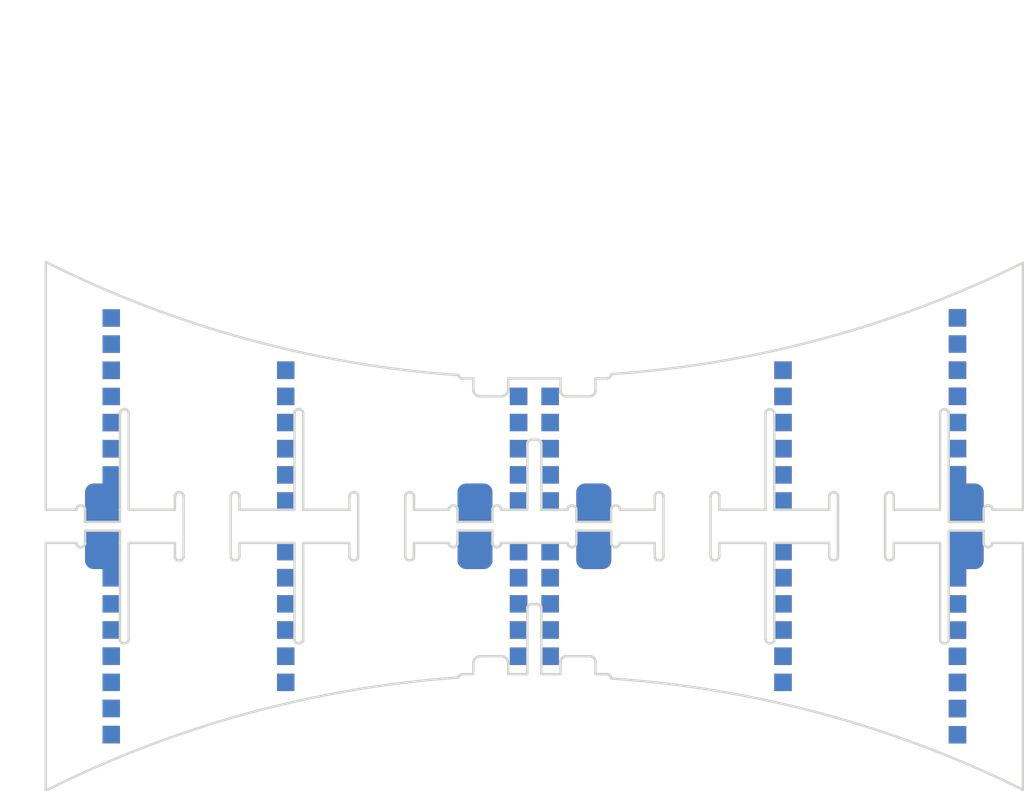
<source format=kicad_pcb>
(kicad_pcb (version 20241229) (generator "pcbnew") (generator_version "9.0")
  (layers (0 "F.Cu" signal) (2 "B.Cu" signal) (13 "F.Paste" user) (15 "B.Paste" user) (5 "F.SilkS" user "F.Silkscreen") (7 "B.SilkS" user "B.Silkscreen") (1 "F.Mask" user) (3 "B.Mask" user) (25 "Edge.Cuts" user))
  (net 0 "")
  (footprint "modules:v3.6-pcb_jig_a" (layer "F.Cu") (at 0 0)
    (property "Reference" "")
    (property "Value" "")
    (fp_line (start 5.000212 29.784227) (end 5.000212 29.784227) (stroke (width 0.282843)) (layer "Edge.Cuts"))
    (fp_line (start 5.000212 29.784227) (end 5.000212 58.200064) (stroke (width 0.282843)) (layer "Edge.Cuts"))
    (fp_line (start 5.000212 58.200064) (end 8.500773 58.200064) (stroke (width 0.282843)) (layer "Edge.Cuts"))
    (fp_line (start 5.000212 61.999836) (end 5.000212 90.317488) (stroke (width 0.282843)) (layer "Edge.Cuts"))
    (fp_line (start 5.000212 90.317488) (end 5.20175 90.317488) (stroke (width 0.282843)) (layer "Edge.Cuts"))
    (fp_line (start 5.20175 90.317488) (end 6.583816 89.637389) (stroke (width 0.282843)) (layer "Edge.Cuts"))
    (fp_line (start 6.387478 30.469925) (end 5.000212 29.784227) (stroke (width 0.282843)) (layer "Edge.Cuts"))
    (fp_line (start 6.583816 89.637389) (end 7.97335 88.974749) (stroke (width 0.282843)) (layer "Edge.Cuts"))
    (fp_line (start 7.78231 31.137998) (end 6.387478 30.469925) (stroke (width 0.282843)) (layer "Edge.Cuts"))
    (fp_line (start 7.97335 88.974749) (end 9.370185 88.329613) (stroke (width 0.282843)) (layer "Edge.Cuts"))
    (fp_line (start 8.500773 58.200064) (end 8.501412 58.174336) (stroke (width 0.282843)) (layer "Edge.Cuts"))
    (fp_line (start 8.500773 61.999836) (end 5.000212 61.999836) (stroke (width 0.282843)) (layer "Edge.Cuts"))
    (fp_line (start 8.501412 58.174336) (end 8.503332 58.148945) (stroke (width 0.282843)) (layer "Edge.Cuts"))
    (fp_line (start 8.501412 62.025564) (end 8.500773 61.999836) (stroke (width 0.282843)) (layer "Edge.Cuts"))
    (fp_line (start 8.503332 58.148945) (end 8.5065 58.123923) (stroke (width 0.282843)) (layer "Edge.Cuts"))
    (fp_line (start 8.503332 62.050955) (end 8.501412 62.025564) (stroke (width 0.282843)) (layer "Edge.Cuts"))
    (fp_line (start 8.5065 58.123923) (end 8.510885 58.0993) (stroke (width 0.282843)) (layer "Edge.Cuts"))
    (fp_line (start 8.5065 62.075977) (end 8.503332 62.050955) (stroke (width 0.282843)) (layer "Edge.Cuts"))
    (fp_line (start 8.510885 58.0993) (end 8.516456 58.075109) (stroke (width 0.282843)) (layer "Edge.Cuts"))
    (fp_line (start 8.510885 62.1006) (end 8.5065 62.075977) (stroke (width 0.282843)) (layer "Edge.Cuts"))
    (fp_line (start 8.516456 58.075109) (end 8.523182 58.051381) (stroke (width 0.282843)) (layer "Edge.Cuts"))
    (fp_line (start 8.516456 62.124791) (end 8.510885 62.1006) (stroke (width 0.282843)) (layer "Edge.Cuts"))
    (fp_line (start 8.523182 58.051381) (end 8.531031 58.028147) (stroke (width 0.282843)) (layer "Edge.Cuts"))
    (fp_line (start 8.523182 62.148519) (end 8.516456 62.124791) (stroke (width 0.282843)) (layer "Edge.Cuts"))
    (fp_line (start 8.531031 58.028147) (end 8.539972 58.005438) (stroke (width 0.282843)) (layer "Edge.Cuts"))
    (fp_line (start 8.531031 62.171754) (end 8.523182 62.148519) (stroke (width 0.282843)) (layer "Edge.Cuts"))
    (fp_line (start 8.539972 58.005438) (end 8.549973 57.983287) (stroke (width 0.282843)) (layer "Edge.Cuts"))
    (fp_line (start 8.539972 62.194462) (end 8.531031 62.171754) (stroke (width 0.282843)) (layer "Edge.Cuts"))
    (fp_line (start 8.549973 57.983287) (end 8.561003 57.961724) (stroke (width 0.282843)) (layer "Edge.Cuts"))
    (fp_line (start 8.549973 62.216614) (end 8.539972 62.194462) (stroke (width 0.282843)) (layer "Edge.Cuts"))
    (fp_line (start 8.561003 57.961724) (end 8.573031 57.940781) (stroke (width 0.282843)) (layer "Edge.Cuts"))
    (fp_line (start 8.561003 62.238177) (end 8.549973 62.216614) (stroke (width 0.282843)) (layer "Edge.Cuts"))
    (fp_line (start 8.573031 57.940781) (end 8.586025 57.920489) (stroke (width 0.282843)) (layer "Edge.Cuts"))
    (fp_line (start 8.573031 62.25912) (end 8.561003 62.238177) (stroke (width 0.282843)) (layer "Edge.Cuts"))
    (fp_line (start 8.586025 57.920489) (end 8.599953 57.90088) (stroke (width 0.282843)) (layer "Edge.Cuts"))
    (fp_line (start 8.586025 62.279411) (end 8.573031 62.25912) (stroke (width 0.282843)) (layer "Edge.Cuts"))
    (fp_line (start 8.599953 57.90088) (end 8.614786 57.881986) (stroke (width 0.282843)) (layer "Edge.Cuts"))
    (fp_line (start 8.599953 62.29902) (end 8.586025 62.279411) (stroke (width 0.282843)) (layer "Edge.Cuts"))
    (fp_line (start 8.614786 57.881986) (end 8.63049 57.863837) (stroke (width 0.282843)) (layer "Edge.Cuts"))
    (fp_line (start 8.614786 62.317915) (end 8.599953 62.29902) (stroke (width 0.282843)) (layer "Edge.Cuts"))
    (fp_line (start 8.63049 57.863837) (end 8.647035 57.846465) (stroke (width 0.282843)) (layer "Edge.Cuts"))
    (fp_line (start 8.63049 62.336064) (end 8.614786 62.317915) (stroke (width 0.282843)) (layer "Edge.Cuts"))
    (fp_line (start 8.647035 57.846465) (end 8.664389 57.829902) (stroke (width 0.282843)) (layer "Edge.Cuts"))
    (fp_line (start 8.647035 62.353436) (end 8.63049 62.336064) (stroke (width 0.282843)) (layer "Edge.Cuts"))
    (fp_line (start 8.664389 57.829902) (end 8.682522 57.814178) (stroke (width 0.282843)) (layer "Edge.Cuts"))
    (fp_line (start 8.664389 62.37) (end 8.647035 62.353436) (stroke (width 0.282843)) (layer "Edge.Cuts"))
    (fp_line (start 8.682522 57.814178) (end 8.701401 57.799326) (stroke (width 0.282843)) (layer "Edge.Cuts"))
    (fp_line (start 8.682522 62.385723) (end 8.664389 62.37) (stroke (width 0.282843)) (layer "Edge.Cuts"))
    (fp_line (start 8.701401 57.799326) (end 8.720995 57.785376) (stroke (width 0.282843)) (layer "Edge.Cuts"))
    (fp_line (start 8.701401 62.400576) (end 8.682522 62.385723) (stroke (width 0.282843)) (layer "Edge.Cuts"))
    (fp_line (start 8.720995 57.785376) (end 8.741273 57.772361) (stroke (width 0.282843)) (layer "Edge.Cuts"))
    (fp_line (start 8.720995 62.414525) (end 8.701401 62.400576) (stroke (width 0.282843)) (layer "Edge.Cuts"))
    (fp_line (start 8.741273 57.772361) (end 8.762203 57.760312) (stroke (width 0.282843)) (layer "Edge.Cuts"))
    (fp_line (start 8.741273 62.427541) (end 8.720995 62.414525) (stroke (width 0.282843)) (layer "Edge.Cuts"))
    (fp_line (start 8.762203 57.760312) (end 8.783754 57.749259) (stroke (width 0.282843)) (layer "Edge.Cuts"))
    (fp_line (start 8.762203 62.43959) (end 8.741273 62.427541) (stroke (width 0.282843)) (layer "Edge.Cuts"))
    (fp_line (start 8.783754 57.749259) (end 8.805895 57.739235) (stroke (width 0.282843)) (layer "Edge.Cuts"))
    (fp_line (start 8.783754 62.450643) (end 8.762203 62.43959) (stroke (width 0.282843)) (layer "Edge.Cuts"))
    (fp_line (start 8.805895 57.739235) (end 8.828594 57.730271) (stroke (width 0.282843)) (layer "Edge.Cuts"))
    (fp_line (start 8.805895 62.460667) (end 8.783754 62.450643) (stroke (width 0.282843)) (layer "Edge.Cuts"))
    (fp_line (start 8.828594 57.730271) (end 8.851821 57.722398) (stroke (width 0.282843)) (layer "Edge.Cuts"))
    (fp_line (start 8.828594 62.469632) (end 8.805895 62.460667) (stroke (width 0.282843)) (layer "Edge.Cuts"))
    (fp_line (start 8.851821 57.722398) (end 8.875542 57.715648) (stroke (width 0.282843)) (layer "Edge.Cuts"))
    (fp_line (start 8.851821 62.477505) (end 8.828594 62.469632) (stroke (width 0.282843)) (layer "Edge.Cuts"))
    (fp_line (start 8.875542 57.715648) (end 8.899728 57.710052) (stroke (width 0.282843)) (layer "Edge.Cuts"))
    (fp_line (start 8.875542 62.484255) (end 8.851821 62.477505) (stroke (width 0.282843)) (layer "Edge.Cuts"))
    (fp_line (start 8.899728 57.710052) (end 8.924346 57.705641) (stroke (width 0.282843)) (layer "Edge.Cuts"))
    (fp_line (start 8.899728 62.489851) (end 8.875542 62.484255) (stroke (width 0.282843)) (layer "Edge.Cuts"))
    (fp_line (start 8.924346 57.705641) (end 8.949366 57.702448) (stroke (width 0.282843)) (layer "Edge.Cuts"))
    (fp_line (start 8.924346 62.494261) (end 8.899728 62.489851) (stroke (width 0.282843)) (layer "Edge.Cuts"))
    (fp_line (start 8.949366 57.702448) (end 8.974756 57.700503) (stroke (width 0.282843)) (layer "Edge.Cuts"))
    (fp_line (start 8.949366 62.497455) (end 8.924346 62.494261) (stroke (width 0.282843)) (layer "Edge.Cuts"))
    (fp_line (start 8.974756 57.700503) (end 9.000484 57.699838) (stroke (width 0.282843)) (layer "Edge.Cuts"))
    (fp_line (start 8.974756 62.4994) (end 8.949366 62.497455) (stroke (width 0.282843)) (layer "Edge.Cuts"))
    (fp_line (start 9.000484 57.699838) (end 9.026231 57.700478) (stroke (width 0.282843)) (layer "Edge.Cuts"))
    (fp_line (start 9.000484 62.500065) (end 8.974756 62.4994) (stroke (width 0.282843)) (layer "Edge.Cuts"))
    (fp_line (start 9.026231 57.700478) (end 9.05164 57.702401) (stroke (width 0.282843)) (layer "Edge.Cuts"))
    (fp_line (start 9.026231 62.499425) (end 9.000484 62.500065) (stroke (width 0.282843)) (layer "Edge.Cuts"))
    (fp_line (start 9.05164 57.702401) (end 9.076679 57.705573) (stroke (width 0.282843)) (layer "Edge.Cuts"))
    (fp_line (start 9.05164 62.497503) (end 9.026231 62.499425) (stroke (width 0.282843)) (layer "Edge.Cuts"))
    (fp_line (start 9.076679 57.705573) (end 9.101317 57.709965) (stroke (width 0.282843)) (layer "Edge.Cuts"))
    (fp_line (start 9.076679 62.494331) (end 9.05164 62.497503) (stroke (width 0.282843)) (layer "Edge.Cuts"))
    (fp_line (start 9.101317 57.709965) (end 9.125524 57.715544) (stroke (width 0.282843)) (layer "Edge.Cuts"))
    (fp_line (start 9.101317 62.48994) (end 9.076679 62.494331) (stroke (width 0.282843)) (layer "Edge.Cuts"))
    (fp_line (start 9.125524 57.715544) (end 9.149266 57.722279) (stroke (width 0.282843)) (layer "Edge.Cuts"))
    (fp_line (start 9.125524 62.484361) (end 9.101317 62.48994) (stroke (width 0.282843)) (layer "Edge.Cuts"))
    (fp_line (start 9.149266 57.722279) (end 9.172514 57.730139) (stroke (width 0.282843)) (layer "Edge.Cuts"))
    (fp_line (start 9.149266 62.477626) (end 9.125524 62.484361) (stroke (width 0.282843)) (layer "Edge.Cuts"))
    (fp_line (start 9.172514 57.730139) (end 9.195234 57.739091) (stroke (width 0.282843)) (layer "Edge.Cuts"))
    (fp_line (start 9.172514 62.469767) (end 9.149266 62.477626) (stroke (width 0.282843)) (layer "Edge.Cuts"))
    (fp_line (start 9.184538 31.788403) (end 7.78231 31.137998) (stroke (width 0.282843)) (layer "Edge.Cuts"))
    (fp_line (start 9.195234 57.739091) (end 9.217397 57.749105) (stroke (width 0.282843)) (layer "Edge.Cuts"))
    (fp_line (start 9.195234 62.460814) (end 9.172514 62.469767) (stroke (width 0.282843)) (layer "Edge.Cuts"))
    (fp_line (start 9.217397 57.749105) (end 9.23897 57.76015) (stroke (width 0.282843)) (layer "Edge.Cuts"))
    (fp_line (start 9.217397 62.4508) (end 9.195234 62.460814) (stroke (width 0.282843)) (layer "Edge.Cuts"))
    (fp_line (start 9.23897 57.76015) (end 9.259922 57.772193) (stroke (width 0.282843)) (layer "Edge.Cuts"))
    (fp_line (start 9.23897 62.439755) (end 9.217397 62.4508) (stroke (width 0.282843)) (layer "Edge.Cuts"))
    (fp_line (start 9.259922 57.772193) (end 9.280221 57.785203) (stroke (width 0.282843)) (layer "Edge.Cuts"))
    (fp_line (start 9.259922 62.427712) (end 9.23897 62.439755) (stroke (width 0.282843)) (layer "Edge.Cuts"))
    (fp_line (start 9.280221 57.785203) (end 9.299836 57.799149) (stroke (width 0.282843)) (layer "Edge.Cuts"))
    (fp_line (start 9.280221 62.414702) (end 9.259922 62.427712) (stroke (width 0.282843)) (layer "Edge.Cuts"))
    (fp_line (start 9.299836 57.799149) (end 9.318736 57.813999) (stroke (width 0.282843)) (layer "Edge.Cuts"))
    (fp_line (start 9.299836 62.400755) (end 9.280221 62.414702) (stroke (width 0.282843)) (layer "Edge.Cuts"))
    (fp_line (start 9.318736 57.813999) (end 9.336889 57.829722) (stroke (width 0.282843)) (layer "Edge.Cuts"))
    (fp_line (start 9.318736 62.385905) (end 9.299836 62.400755) (stroke (width 0.282843)) (layer "Edge.Cuts"))
    (fp_line (start 9.336889 57.829722) (end 9.354263 57.846286) (stroke (width 0.282843)) (layer "Edge.Cuts"))
    (fp_line (start 9.336889 62.370182) (end 9.318736 62.385905) (stroke (width 0.282843)) (layer "Edge.Cuts"))
    (fp_line (start 9.354263 57.846286) (end 9.370828 57.863661) (stroke (width 0.282843)) (layer "Edge.Cuts"))
    (fp_line (start 9.354263 62.353617) (end 9.336889 62.370182) (stroke (width 0.282843)) (layer "Edge.Cuts"))
    (fp_line (start 9.370185 88.329613) (end 10.774154 87.702027) (stroke (width 0.282843)) (layer "Edge.Cuts"))
    (fp_line (start 9.370828 57.863661) (end 9.386551 57.881813) (stroke (width 0.282843)) (layer "Edge.Cuts"))
    (fp_line (start 9.370828 62.336242) (end 9.354263 62.353617) (stroke (width 0.282843)) (layer "Edge.Cuts"))
    (fp_line (start 9.386551 57.881813) (end 9.401401 57.900713) (stroke (width 0.282843)) (layer "Edge.Cuts"))
    (fp_line (start 9.386551 62.318089) (end 9.370828 62.336242) (stroke (width 0.282843)) (layer "Edge.Cuts"))
    (fp_line (start 9.401401 57.900713) (end 9.415348 57.920328) (stroke (width 0.282843)) (layer "Edge.Cuts"))
    (fp_line (start 9.401401 62.299189) (end 9.386551 62.318089) (stroke (width 0.282843)) (layer "Edge.Cuts"))
    (fp_line (start 9.415348 57.920328) (end 9.428358 57.940627) (stroke (width 0.282843)) (layer "Edge.Cuts"))
    (fp_line (start 9.415348 62.279574) (end 9.401401 62.299189) (stroke (width 0.282843)) (layer "Edge.Cuts"))
    (fp_line (start 9.428358 57.940627) (end 9.440401 57.961579) (stroke (width 0.282843)) (layer "Edge.Cuts"))
    (fp_line (start 9.428358 62.259274) (end 9.415348 62.279574) (stroke (width 0.282843)) (layer "Edge.Cuts"))
    (fp_line (start 9.440401 57.961579) (end 9.451445 57.983151) (stroke (width 0.282843)) (layer "Edge.Cuts"))
    (fp_line (start 9.440401 62.238322) (end 9.428358 62.259274) (stroke (width 0.282843)) (layer "Edge.Cuts"))
    (fp_line (start 9.451445 57.983151) (end 9.46146 58.005314) (stroke (width 0.282843)) (layer "Edge.Cuts"))
    (fp_line (start 9.451445 62.216749) (end 9.440401 62.238322) (stroke (width 0.282843)) (layer "Edge.Cuts"))
    (fp_line (start 9.46146 58.005314) (end 9.470412 58.028034) (stroke (width 0.282843)) (layer "Edge.Cuts"))
    (fp_line (start 9.46146 62.194586) (end 9.451445 62.216749) (stroke (width 0.282843)) (layer "Edge.Cuts"))
    (fp_line (start 9.470412 58.028034) (end 9.478272 58.051282) (stroke (width 0.282843)) (layer "Edge.Cuts"))
    (fp_line (start 9.470412 62.171866) (end 9.46146 62.194586) (stroke (width 0.282843)) (layer "Edge.Cuts"))
    (fp_line (start 9.478272 58.051282) (end 9.485007 58.075024) (stroke (width 0.282843)) (layer "Edge.Cuts"))
    (fp_line (start 9.478272 62.148618) (end 9.470412 62.171866) (stroke (width 0.282843)) (layer "Edge.Cuts"))
    (fp_line (start 9.485007 58.075024) (end 9.490586 58.099231) (stroke (width 0.282843)) (layer "Edge.Cuts"))
    (fp_line (start 9.485007 62.124875) (end 9.478272 62.148618) (stroke (width 0.282843)) (layer "Edge.Cuts"))
    (fp_line (start 9.490586 58.099231) (end 9.494977 58.123869) (stroke (width 0.282843)) (layer "Edge.Cuts"))
    (fp_line (start 9.490586 62.100669) (end 9.485007 62.124875) (stroke (width 0.282843)) (layer "Edge.Cuts"))
    (fp_line (start 9.494977 58.123869) (end 9.49815 58.148909) (stroke (width 0.282843)) (layer "Edge.Cuts"))
    (fp_line (start 9.494977 62.07603) (end 9.490586 62.100669) (stroke (width 0.282843)) (layer "Edge.Cuts"))
    (fp_line (start 9.49815 58.148909) (end 9.500072 58.174318) (stroke (width 0.282843)) (layer "Edge.Cuts"))
    (fp_line (start 9.49815 62.050991) (end 9.494977 62.07603) (stroke (width 0.282843)) (layer "Edge.Cuts"))
    (fp_line (start 9.500072 58.174318) (end 9.500712 58.200064) (stroke (width 0.282843)) (layer "Edge.Cuts"))
    (fp_line (start 9.500072 62.025582) (end 9.49815 62.050991) (stroke (width 0.282843)) (layer "Edge.Cuts"))
    (fp_line (start 9.500712 58.200064) (end 9.500712 59.59998) (stroke (width 0.282843)) (layer "Edge.Cuts"))
    (fp_line (start 9.500712 59.59998) (end 13.500985 59.59998) (stroke (width 0.282843)) (layer "Edge.Cuts"))
    (fp_line (start 9.500712 60.599922) (end 9.500712 61.999836) (stroke (width 0.282843)) (layer "Edge.Cuts"))
    (fp_line (start 9.500712 61.999836) (end 9.500072 62.025582) (stroke (width 0.282843)) (layer "Edge.Cuts"))
    (fp_line (start 10.593991 32.421092) (end 9.184538 31.788403) (stroke (width 0.282843)) (layer "Edge.Cuts"))
    (fp_line (start 10.774154 87.702027) (end 12.185088 87.092036) (stroke (width 0.282843)) (layer "Edge.Cuts"))
    (fp_line (start 12.010499 33.036021) (end 10.593991 32.421092) (stroke (width 0.282843)) (layer "Edge.Cuts"))
    (fp_line (start 12.185088 87.092036) (end 13.60282 86.499686) (stroke (width 0.282843)) (layer "Edge.Cuts"))
    (fp_line (start 13.433892 33.633144) (end 12.010499 33.036021) (stroke (width 0.282843)) (layer "Edge.Cuts"))
    (fp_line (start 13.499953 47.176449) (end 13.500142 47.145129) (stroke (width 0.282843)) (layer "Edge.Cuts"))
    (fp_line (start 13.499953 58.192315) (end 13.499953 47.176449) (stroke (width 0.282843)) (layer "Edge.Cuts"))
    (fp_line (start 13.499953 62.007588) (end 13.499972 61.998663) (stroke (width 0.282843)) (layer "Edge.Cuts"))
    (fp_line (start 13.499953 73.023451) (end 13.499953 62.007588) (stroke (width 0.282843)) (layer "Edge.Cuts"))
    (fp_line (start 13.499972 61.998663) (end 13.500157 61.989746) (stroke (width 0.282843)) (layer "Edge.Cuts"))
    (fp_line (start 13.500002 58.201234) (end 13.499953 58.192315) (stroke (width 0.282843)) (layer "Edge.Cuts"))
    (fp_line (start 13.500142 47.145129) (end 13.501802 47.114803) (stroke (width 0.282843)) (layer "Edge.Cuts"))
    (fp_line (start 13.500157 61.989746) (end 13.500498 61.980836) (stroke (width 0.282843)) (layer "Edge.Cuts"))
    (fp_line (start 13.500171 58.210148) (end 13.500002 58.201234) (stroke (width 0.282843)) (layer "Edge.Cuts"))
    (fp_line (start 13.500489 58.21906) (end 13.500171 58.210148) (stroke (width 0.282843)) (layer "Edge.Cuts"))
    (fp_line (start 13.500498 61.980836) (end 13.500985 61.97193) (stroke (width 0.282843)) (layer "Edge.Cuts"))
    (fp_line (start 13.500985 58.22797) (end 13.500489 58.21906) (stroke (width 0.282843)) (layer "Edge.Cuts"))
    (fp_line (start 13.500985 59.59998) (end 13.500985 58.22797) (stroke (width 0.282843)) (layer "Edge.Cuts"))
    (fp_line (start 13.500985 60.599922) (end 9.500712 60.599922) (stroke (width 0.282843)) (layer "Edge.Cuts"))
    (fp_line (start 13.500985 61.97193) (end 13.500985 60.599922) (stroke (width 0.282843)) (layer "Edge.Cuts"))
    (fp_line (start 13.501777 73.085097) (end 13.499953 73.023451) (stroke (width 0.282843)) (layer "Edge.Cuts"))
    (fp_line (start 13.501802 47.114803) (end 13.504885 47.085473) (stroke (width 0.282843)) (layer "Edge.Cuts"))
    (fp_line (start 13.504885 47.085473) (end 13.509345 47.057137) (stroke (width 0.282843)) (layer "Edge.Cuts"))
    (fp_line (start 13.509296 73.142765) (end 13.501777 73.085097) (stroke (width 0.282843)) (layer "Edge.Cuts"))
    (fp_line (start 13.509345 47.057137) (end 13.515134 47.029795) (stroke (width 0.282843)) (layer "Edge.Cuts"))
    (fp_line (start 13.515134 47.029795) (end 13.522204 47.003448) (stroke (width 0.282843)) (layer "Edge.Cuts"))
    (fp_line (start 13.52213 73.196457) (end 13.509296 73.142765) (stroke (width 0.282843)) (layer "Edge.Cuts"))
    (fp_line (start 13.522204 47.003448) (end 13.530508 46.978096) (stroke (width 0.282843)) (layer "Edge.Cuts"))
    (fp_line (start 13.530508 46.978096) (end 13.539998 46.953738) (stroke (width 0.282843)) (layer "Edge.Cuts"))
    (fp_line (start 13.539899 73.246171) (end 13.52213 73.196457) (stroke (width 0.282843)) (layer "Edge.Cuts"))
    (fp_line (start 13.539998 46.953738) (end 13.550627 46.930374) (stroke (width 0.282843)) (layer "Edge.Cuts"))
    (fp_line (start 13.550627 46.930374) (end 13.562347 46.908005) (stroke (width 0.282843)) (layer "Edge.Cuts"))
    (fp_line (start 13.562224 73.291908) (end 13.539899 73.246171) (stroke (width 0.282843)) (layer "Edge.Cuts"))
    (fp_line (start 13.562347 46.908005) (end 13.575111 46.886631) (stroke (width 0.282843)) (layer "Edge.Cuts"))
    (fp_line (start 13.575111 46.886631) (end 13.588872 46.86625) (stroke (width 0.282843)) (layer "Edge.Cuts"))
    (fp_line (start 13.588725 73.333668) (end 13.562224 73.291908) (stroke (width 0.282843)) (layer "Edge.Cuts"))
    (fp_line (start 13.588872 46.86625) (end 13.603581 46.846865) (stroke (width 0.282843)) (layer "Edge.Cuts"))
    (fp_line (start 13.60282 86.499686) (end 15.027183 85.925023) (stroke (width 0.282843)) (layer "Edge.Cuts"))
    (fp_line (start 13.603581 46.846865) (end 13.619191 46.828473) (stroke (width 0.282843)) (layer "Edge.Cuts"))
    (fp_line (start 13.619022 73.371451) (end 13.588725 73.333668) (stroke (width 0.282843)) (layer "Edge.Cuts"))
    (fp_line (start 13.619191 46.828473) (end 13.635656 46.811076) (stroke (width 0.282843)) (layer "Edge.Cuts"))
    (fp_line (start 13.635656 46.811076) (end 13.652927 46.794673) (stroke (width 0.282843)) (layer "Edge.Cuts"))
    (fp_line (start 13.652737 73.405256) (end 13.619022 73.371451) (stroke (width 0.282843)) (layer "Edge.Cuts"))
    (fp_line (start 13.652927 46.794673) (end 13.670956 46.779265) (stroke (width 0.282843)) (layer "Edge.Cuts"))
    (fp_line (start 13.670956 46.779265) (end 13.689698 46.76485) (stroke (width 0.282843)) (layer "Edge.Cuts"))
    (fp_line (start 13.689488 73.435085) (end 13.652737 73.405256) (stroke (width 0.282843)) (layer "Edge.Cuts"))
    (fp_line (start 13.689698 46.76485) (end 13.709103 46.75143) (stroke (width 0.282843)) (layer "Edge.Cuts"))
    (fp_line (start 13.709103 46.75143) (end 13.729124 46.739004) (stroke (width 0.282843)) (layer "Edge.Cuts"))
    (fp_line (start 13.728897 73.460936) (end 13.689488 73.435085) (stroke (width 0.282843)) (layer "Edge.Cuts"))
    (fp_line (start 13.729124 46.739004) (end 13.749715 46.727573) (stroke (width 0.282843)) (layer "Edge.Cuts"))
    (fp_line (start 13.749715 46.727573) (end 13.770827 46.717135) (stroke (width 0.282843)) (layer "Edge.Cuts"))
    (fp_line (start 13.770584 73.482811) (end 13.728897 73.460936) (stroke (width 0.282843)) (layer "Edge.Cuts"))
    (fp_line (start 13.770827 46.717135) (end 13.792413 46.707692) (stroke (width 0.282843)) (layer "Edge.Cuts"))
    (fp_line (start 13.792413 46.707692) (end 13.814425 46.699243) (stroke (width 0.282843)) (layer "Edge.Cuts"))
    (fp_line (start 13.814169 73.500708) (end 13.770584 73.482811) (stroke (width 0.282843)) (layer "Edge.Cuts"))
    (fp_line (start 13.814425 46.699243) (end 13.836817 46.691788) (stroke (width 0.282843)) (layer "Edge.Cuts"))
    (fp_line (start 13.836817 46.691788) (end 13.85954 46.685327) (stroke (width 0.282843)) (layer "Edge.Cuts"))
    (fp_line (start 13.859272 73.514628) (end 13.814169 73.500708) (stroke (width 0.282843)) (layer "Edge.Cuts"))
    (fp_line (start 13.85954 46.685327) (end 13.882547 46.67986) (stroke (width 0.282843)) (layer "Edge.Cuts"))
    (fp_line (start 13.882547 46.67986) (end 13.90579 46.675387) (stroke (width 0.282843)) (layer "Edge.Cuts"))
    (fp_line (start 13.905515 73.524571) (end 13.859272 73.514628) (stroke (width 0.282843)) (layer "Edge.Cuts"))
    (fp_line (start 13.90579 46.675387) (end 13.929223 46.671908) (stroke (width 0.282843)) (layer "Edge.Cuts"))
    (fp_line (start 13.929223 46.671908) (end 13.952797 46.669423) (stroke (width 0.282843)) (layer "Edge.Cuts"))
    (fp_line (start 13.952518 73.530536) (end 13.905515 73.524571) (stroke (width 0.282843)) (layer "Edge.Cuts"))
    (fp_line (start 13.952797 46.669423) (end 13.976466 46.667932) (stroke (width 0.282843)) (layer "Edge.Cuts"))
    (fp_line (start 13.976466 46.667932) (end 14.000181 46.667435) (stroke (width 0.282843)) (layer "Edge.Cuts"))
    (fp_line (start 13.9999 73.532525) (end 13.952518 73.530536) (stroke (width 0.282843)) (layer "Edge.Cuts"))
    (fp_line (start 14.000181 46.667435) (end 14.023895 46.667932) (stroke (width 0.282843)) (layer "Edge.Cuts"))
    (fp_line (start 14.023895 46.667932) (end 14.047561 46.669423) (stroke (width 0.282843)) (layer "Edge.Cuts"))
    (fp_line (start 14.047282 73.530536) (end 13.9999 73.532525) (stroke (width 0.282843)) (layer "Edge.Cuts"))
    (fp_line (start 14.047561 46.669423) (end 14.071131 46.671908) (stroke (width 0.282843)) (layer "Edge.Cuts"))
    (fp_line (start 14.071131 46.671908) (end 14.094557 46.675387) (stroke (width 0.282843)) (layer "Edge.Cuts"))
    (fp_line (start 14.094285 73.524571) (end 14.047282 73.530536) (stroke (width 0.282843)) (layer "Edge.Cuts"))
    (fp_line (start 14.094557 46.675387) (end 14.117792 46.67986) (stroke (width 0.282843)) (layer "Edge.Cuts"))
    (fp_line (start 14.117792 46.67986) (end 14.140789 46.685327) (stroke (width 0.282843)) (layer "Edge.Cuts"))
    (fp_line (start 14.140528 73.514628) (end 14.094285 73.524571) (stroke (width 0.282843)) (layer "Edge.Cuts"))
    (fp_line (start 14.140789 46.685327) (end 14.1635 46.691788) (stroke (width 0.282843)) (layer "Edge.Cuts"))
    (fp_line (start 14.1635 46.691788) (end 14.185878 46.699243) (stroke (width 0.282843)) (layer "Edge.Cuts"))
    (fp_line (start 14.185633 73.500708) (end 14.140528 73.514628) (stroke (width 0.282843)) (layer "Edge.Cuts"))
    (fp_line (start 14.185878 46.699243) (end 14.207876 46.707692) (stroke (width 0.282843)) (layer "Edge.Cuts"))
    (fp_line (start 14.207876 46.707692) (end 14.229445 46.717135) (stroke (width 0.282843)) (layer "Edge.Cuts"))
    (fp_line (start 14.22922 73.482811) (end 14.185633 73.500708) (stroke (width 0.282843)) (layer "Edge.Cuts"))
    (fp_line (start 14.229445 46.717135) (end 14.25054 46.727573) (stroke (width 0.282843)) (layer "Edge.Cuts"))
    (fp_line (start 14.25054 46.727573) (end 14.271112 46.739004) (stroke (width 0.282843)) (layer "Edge.Cuts"))
    (fp_line (start 14.270909 73.460936) (end 14.22922 73.482811) (stroke (width 0.282843)) (layer "Edge.Cuts"))
    (fp_line (start 14.271112 46.739004) (end 14.291115 46.75143) (stroke (width 0.282843)) (layer "Edge.Cuts"))
    (fp_line (start 14.291115 46.75143) (end 14.3105 46.76485) (stroke (width 0.282843)) (layer "Edge.Cuts"))
    (fp_line (start 14.31032 73.435085) (end 14.270909 73.460936) (stroke (width 0.282843)) (layer "Edge.Cuts"))
    (fp_line (start 14.3105 46.76485) (end 14.32922 46.779265) (stroke (width 0.282843)) (layer "Edge.Cuts"))
    (fp_line (start 14.32922 46.779265) (end 14.347229 46.794673) (stroke (width 0.282843)) (layer "Edge.Cuts"))
    (fp_line (start 14.347074 73.405256) (end 14.31032 73.435085) (stroke (width 0.282843)) (layer "Edge.Cuts"))
    (fp_line (start 14.347229 46.794673) (end 14.364478 46.811076) (stroke (width 0.282843)) (layer "Edge.Cuts"))
    (fp_line (start 14.364478 46.811076) (end 14.380921 46.828473) (stroke (width 0.282843)) (layer "Edge.Cuts"))
    (fp_line (start 14.380791 73.371451) (end 14.347074 73.405256) (stroke (width 0.282843)) (layer "Edge.Cuts"))
    (fp_line (start 14.380921 46.828473) (end 14.396509 46.846865) (stroke (width 0.282843)) (layer "Edge.Cuts"))
    (fp_line (start 14.396509 46.846865) (end 14.411196 46.86625) (stroke (width 0.282843)) (layer "Edge.Cuts"))
    (fp_line (start 14.411092 73.333668) (end 14.380791 73.371451) (stroke (width 0.282843)) (layer "Edge.Cuts"))
    (fp_line (start 14.411196 46.86625) (end 14.424934 46.886631) (stroke (width 0.282843)) (layer "Edge.Cuts"))
    (fp_line (start 14.424934 46.886631) (end 14.437677 46.908005) (stroke (width 0.282843)) (layer "Edge.Cuts"))
    (fp_line (start 14.437596 73.291908) (end 14.411092 73.333668) (stroke (width 0.282843)) (layer "Edge.Cuts"))
    (fp_line (start 14.437677 46.908005) (end 14.449375 46.930374) (stroke (width 0.282843)) (layer "Edge.Cuts"))
    (fp_line (start 14.449375 46.930374) (end 14.459983 46.953738) (stroke (width 0.282843)) (layer "Edge.Cuts"))
    (fp_line (start 14.459925 73.246171) (end 14.437596 73.291908) (stroke (width 0.282843)) (layer "Edge.Cuts"))
    (fp_line (start 14.459983 46.953738) (end 14.469453 46.978096) (stroke (width 0.282843)) (layer "Edge.Cuts"))
    (fp_line (start 14.469453 46.978096) (end 14.477737 47.003448) (stroke (width 0.282843)) (layer "Edge.Cuts"))
    (fp_line (start 14.477699 73.196457) (end 14.459925 73.246171) (stroke (width 0.282843)) (layer "Edge.Cuts"))
    (fp_line (start 14.477737 47.003448) (end 14.484788 47.029795) (stroke (width 0.282843)) (layer "Edge.Cuts"))
    (fp_line (start 14.484788 47.029795) (end 14.490559 47.057137) (stroke (width 0.282843)) (layer "Edge.Cuts"))
    (fp_line (start 14.490538 73.142765) (end 14.477699 73.196457) (stroke (width 0.282843)) (layer "Edge.Cuts"))
    (fp_line (start 14.490559 47.057137) (end 14.495002 47.085473) (stroke (width 0.282843)) (layer "Edge.Cuts"))
    (fp_line (start 14.495002 47.085473) (end 14.49807 47.114803) (stroke (width 0.282843)) (layer "Edge.Cuts"))
    (fp_line (start 14.498062 73.085097) (end 14.490538 73.142765) (stroke (width 0.282843)) (layer "Edge.Cuts"))
    (fp_line (start 14.49807 47.114803) (end 14.499716 47.145129) (stroke (width 0.282843)) (layer "Edge.Cuts"))
    (fp_line (start 14.499716 47.145129) (end 14.499892 47.176449) (stroke (width 0.282843)) (layer "Edge.Cuts"))
    (fp_line (start 14.499892 47.176449) (end 14.499892 58.192315) (stroke (width 0.282843)) (layer "Edge.Cuts"))
    (fp_line (start 14.499892 58.192315) (end 14.499892 58.200067) (stroke (width 0.282843)) (layer "Edge.Cuts"))
    (fp_line (start 14.499892 58.200067) (end 19.801377 58.200067) (stroke (width 0.282843)) (layer "Edge.Cuts"))
    (fp_line (start 14.499892 61.999836) (end 14.499892 62.007588) (stroke (width 0.282843)) (layer "Edge.Cuts"))
    (fp_line (start 14.499892 62.007588) (end 14.499892 73.023451) (stroke (width 0.282843)) (layer "Edge.Cuts"))
    (fp_line (start 14.499892 73.023451) (end 14.498062 73.085097) (stroke (width 0.282843)) (layer "Edge.Cuts"))
    (fp_line (start 14.864 34.212416) (end 13.433892 33.633144) (stroke (width 0.282843)) (layer "Edge.Cuts"))
    (fp_line (start 15.027183 85.925023) (end 16.458009 85.368092) (stroke (width 0.282843)) (layer "Edge.Cuts"))
    (fp_line (start 16.300653 34.773792) (end 14.864 34.212416) (stroke (width 0.282843)) (layer "Edge.Cuts"))
    (fp_line (start 16.458009 85.368092) (end 17.895131 84.82894) (stroke (width 0.282843)) (layer "Edge.Cuts"))
    (fp_line (start 17.74368 35.317226) (end 16.300653 34.773792) (stroke (width 0.282843)) (layer "Edge.Cuts"))
    (fp_line (start 17.895131 84.82894) (end 19.33838 84.307611) (stroke (width 0.282843)) (layer "Edge.Cuts"))
    (fp_line (start 19.192911 35.842672) (end 17.74368 35.317226) (stroke (width 0.282843)) (layer "Edge.Cuts"))
    (fp_line (start 19.33838 84.307611) (end 20.787591 83.804152) (stroke (width 0.282843)) (layer "Edge.Cuts"))
    (fp_line (start 19.801377 56.693183) (end 19.801661 56.666962) (stroke (width 0.282843)) (layer "Edge.Cuts"))
    (fp_line (start 19.801377 58.200067) (end 19.801377 56.693183) (stroke (width 0.282843)) (layer "Edge.Cuts"))
    (fp_line (start 19.801377 61.999836) (end 14.499892 61.999836) (stroke (width 0.282843)) (layer "Edge.Cuts"))
    (fp_line (start 19.801377 63.507754) (end 19.801377 61.999836) (stroke (width 0.282843)) (layer "Edge.Cuts"))
    (fp_line (start 19.801661 56.666962) (end 19.803277 56.641078) (stroke (width 0.282843)) (layer "Edge.Cuts"))
    (fp_line (start 19.803208 63.569394) (end 19.801377 63.507754) (stroke (width 0.282843)) (layer "Edge.Cuts"))
    (fp_line (start 19.803277 56.641078) (end 19.806191 56.615565) (stroke (width 0.282843)) (layer "Edge.Cuts"))
    (fp_line (start 19.806191 56.615565) (end 19.810371 56.590456) (stroke (width 0.282843)) (layer "Edge.Cuts"))
    (fp_line (start 19.810371 56.590456) (end 19.815784 56.565784) (stroke (width 0.282843)) (layer "Edge.Cuts"))
    (fp_line (start 19.810733 63.627056) (end 19.803208 63.569394) (stroke (width 0.282843)) (layer "Edge.Cuts"))
    (fp_line (start 19.815784 56.565784) (end 19.822396 56.541581) (stroke (width 0.282843)) (layer "Edge.Cuts"))
    (fp_line (start 19.822396 56.541581) (end 19.830175 56.517882) (stroke (width 0.282843)) (layer "Edge.Cuts"))
    (fp_line (start 19.823572 63.680742) (end 19.810733 63.627056) (stroke (width 0.282843)) (layer "Edge.Cuts"))
    (fp_line (start 19.830175 56.517882) (end 19.839088 56.494719) (stroke (width 0.282843)) (layer "Edge.Cuts"))
    (fp_line (start 19.839088 56.494719) (end 19.849101 56.472125) (stroke (width 0.282843)) (layer "Edge.Cuts"))
    (fp_line (start 19.841346 63.730451) (end 19.823572 63.680742) (stroke (width 0.282843)) (layer "Edge.Cuts"))
    (fp_line (start 19.849101 56.472125) (end 19.860183 56.450133) (stroke (width 0.282843)) (layer "Edge.Cuts"))
    (fp_line (start 19.860183 56.450133) (end 19.872298 56.428777) (stroke (width 0.282843)) (layer "Edge.Cuts"))
    (fp_line (start 19.863674 63.776184) (end 19.841346 63.730451) (stroke (width 0.282843)) (layer "Edge.Cuts"))
    (fp_line (start 19.872298 56.428777) (end 19.885416 56.40809) (stroke (width 0.282843)) (layer "Edge.Cuts"))
    (fp_line (start 19.885416 56.40809) (end 19.899502 56.388104) (stroke (width 0.282843)) (layer "Edge.Cuts"))
    (fp_line (start 19.890177 63.817939) (end 19.863674 63.776184) (stroke (width 0.282843)) (layer "Edge.Cuts"))
    (fp_line (start 19.899502 56.388104) (end 19.914524 56.368853) (stroke (width 0.282843)) (layer "Edge.Cuts"))
    (fp_line (start 19.914524 56.368853) (end 19.930448 56.350369) (stroke (width 0.282843)) (layer "Edge.Cuts"))
    (fp_line (start 19.920476 63.855718) (end 19.890177 63.817939) (stroke (width 0.282843)) (layer "Edge.Cuts"))
    (fp_line (start 19.930448 56.350369) (end 19.947242 56.332687) (stroke (width 0.282843)) (layer "Edge.Cuts"))
    (fp_line (start 19.947242 56.332687) (end 19.964873 56.315839) (stroke (width 0.282843)) (layer "Edge.Cuts"))
    (fp_line (start 19.954192 63.889521) (end 19.920476 63.855718) (stroke (width 0.282843)) (layer "Edge.Cuts"))
    (fp_line (start 19.964873 56.315839) (end 19.983307 56.299858) (stroke (width 0.282843)) (layer "Edge.Cuts"))
    (fp_line (start 19.983307 56.299858) (end 20.002512 56.284777) (stroke (width 0.282843)) (layer "Edge.Cuts"))
    (fp_line (start 19.990944 63.919346) (end 19.954192 63.889521) (stroke (width 0.282843)) (layer "Edge.Cuts"))
    (fp_line (start 20.002512 56.284777) (end 20.022455 56.27063) (stroke (width 0.282843)) (layer "Edge.Cuts"))
    (fp_line (start 20.022455 56.27063) (end 20.043102 56.25745) (stroke (width 0.282843)) (layer "Edge.Cuts"))
    (fp_line (start 20.030353 63.945195) (end 19.990944 63.919346) (stroke (width 0.282843)) (layer "Edge.Cuts"))
    (fp_line (start 20.043102 56.25745) (end 20.064421 56.245268) (stroke (width 0.282843)) (layer "Edge.Cuts"))
    (fp_line (start 20.064421 56.245268) (end 20.086379 56.23412) (stroke (width 0.282843)) (layer "Edge.Cuts"))
    (fp_line (start 20.072039 63.967067) (end 20.030353 63.945195) (stroke (width 0.282843)) (layer "Edge.Cuts"))
    (fp_line (start 20.086379 56.23412) (end 20.108942 56.224038) (stroke (width 0.282843)) (layer "Edge.Cuts"))
    (fp_line (start 20.108942 56.224038) (end 20.132078 56.215054) (stroke (width 0.282843)) (layer "Edge.Cuts"))
    (fp_line (start 20.115623 63.984962) (end 20.072039 63.967067) (stroke (width 0.282843)) (layer "Edge.Cuts"))
    (fp_line (start 20.132078 56.215054) (end 20.155753 56.207203) (stroke (width 0.282843)) (layer "Edge.Cuts"))
    (fp_line (start 20.155753 56.207203) (end 20.179935 56.200516) (stroke (width 0.282843)) (layer "Edge.Cuts"))
    (fp_line (start 20.160725 63.998881) (end 20.115623 63.984962) (stroke (width 0.282843)) (layer "Edge.Cuts"))
    (fp_line (start 20.179935 56.200516) (end 20.204591 56.195028) (stroke (width 0.282843)) (layer "Edge.Cuts"))
    (fp_line (start 20.204591 56.195028) (end 20.229687 56.190771) (stroke (width 0.282843)) (layer "Edge.Cuts"))
    (fp_line (start 20.206967 64.008823) (end 20.160725 63.998881) (stroke (width 0.282843)) (layer "Edge.Cuts"))
    (fp_line (start 20.229687 56.190771) (end 20.255191 56.187779) (stroke (width 0.282843)) (layer "Edge.Cuts"))
    (fp_line (start 20.253967 64.014788) (end 20.206967 64.008823) (stroke (width 0.282843)) (layer "Edge.Cuts"))
    (fp_line (start 20.255191 56.187779) (end 20.281069 56.186084) (stroke (width 0.282843)) (layer "Edge.Cuts"))
    (fp_line (start 20.281069 56.186084) (end 20.307289 56.18572) (stroke (width 0.282843)) (layer "Edge.Cuts"))
    (fp_line (start 20.301347 64.016776) (end 20.253967 64.014788) (stroke (width 0.282843)) (layer "Edge.Cuts"))
    (fp_line (start 20.307289 56.18572) (end 20.333065 56.186681) (stroke (width 0.282843)) (layer "Edge.Cuts"))
    (fp_line (start 20.333065 56.186681) (end 20.358486 56.188924) (stroke (width 0.282843)) (layer "Edge.Cuts"))
    (fp_line (start 20.348727 64.014788) (end 20.301347 64.016776) (stroke (width 0.282843)) (layer "Edge.Cuts"))
    (fp_line (start 20.358486 56.188924) (end 20.383521 56.192416) (stroke (width 0.282843)) (layer "Edge.Cuts"))
    (fp_line (start 20.383521 56.192416) (end 20.408137 56.197125) (stroke (width 0.282843)) (layer "Edge.Cuts"))
    (fp_line (start 20.395727 64.008823) (end 20.348727 64.014788) (stroke (width 0.282843)) (layer "Edge.Cuts"))
    (fp_line (start 20.408137 56.197125) (end 20.432305 56.203019) (stroke (width 0.282843)) (layer "Edge.Cuts"))
    (fp_line (start 20.432305 56.203019) (end 20.455994 56.210067) (stroke (width 0.282843)) (layer "Edge.Cuts"))
    (fp_line (start 20.441968 63.998881) (end 20.395727 64.008823) (stroke (width 0.282843)) (layer "Edge.Cuts"))
    (fp_line (start 20.455994 56.210067) (end 20.479171 56.218235) (stroke (width 0.282843)) (layer "Edge.Cuts"))
    (fp_line (start 20.479171 56.218235) (end 20.501805 56.227493) (stroke (width 0.282843)) (layer "Edge.Cuts"))
    (fp_line (start 20.487071 63.984962) (end 20.441968 63.998881) (stroke (width 0.282843)) (layer "Edge.Cuts"))
    (fp_line (start 20.501805 56.227493) (end 20.523867 56.237808) (stroke (width 0.282843)) (layer "Edge.Cuts"))
    (fp_line (start 20.523867 56.237808) (end 20.545324 56.249148) (stroke (width 0.282843)) (layer "Edge.Cuts"))
    (fp_line (start 20.530655 63.967067) (end 20.487071 63.984962) (stroke (width 0.282843)) (layer "Edge.Cuts"))
    (fp_line (start 20.545324 56.249148) (end 20.566145 56.261481) (stroke (width 0.282843)) (layer "Edge.Cuts"))
    (fp_line (start 20.566145 56.261481) (end 20.586299 56.274775) (stroke (width 0.282843)) (layer "Edge.Cuts"))
    (fp_line (start 20.572341 63.945195) (end 20.530655 63.967067) (stroke (width 0.282843)) (layer "Edge.Cuts"))
    (fp_line (start 20.586299 56.274775) (end 20.605754 56.288999) (stroke (width 0.282843)) (layer "Edge.Cuts"))
    (fp_line (start 20.605754 56.288999) (end 20.624481 56.304119) (stroke (width 0.282843)) (layer "Edge.Cuts"))
    (fp_line (start 20.61175 63.919346) (end 20.572341 63.945195) (stroke (width 0.282843)) (layer "Edge.Cuts"))
    (fp_line (start 20.624481 56.304119) (end 20.642447 56.320104) (stroke (width 0.282843)) (layer "Edge.Cuts"))
    (fp_line (start 20.642447 56.320104) (end 20.659622 56.336923) (stroke (width 0.282843)) (layer "Edge.Cuts"))
    (fp_line (start 20.648177 36.350085) (end 19.192911 35.842672) (stroke (width 0.282843)) (layer "Edge.Cuts"))
    (fp_line (start 20.648502 63.889521) (end 20.61175 63.919346) (stroke (width 0.282843)) (layer "Edge.Cuts"))
    (fp_line (start 20.659622 56.336923) (end 20.675973 56.354542) (stroke (width 0.282843)) (layer "Edge.Cuts"))
    (fp_line (start 20.675973 56.354542) (end 20.691471 56.372931) (stroke (width 0.282843)) (layer "Edge.Cuts"))
    (fp_line (start 20.682217 63.855718) (end 20.648502 63.889521) (stroke (width 0.282843)) (layer "Edge.Cuts"))
    (fp_line (start 20.691471 56.372931) (end 20.706084 56.392056) (stroke (width 0.282843)) (layer "Edge.Cuts"))
    (fp_line (start 20.706084 56.392056) (end 20.71978 56.411886) (stroke (width 0.282843)) (layer "Edge.Cuts"))
    (fp_line (start 20.712516 63.817939) (end 20.682217 63.855718) (stroke (width 0.282843)) (layer "Edge.Cuts"))
    (fp_line (start 20.71978 56.411886) (end 20.732529 56.43239) (stroke (width 0.282843)) (layer "Edge.Cuts"))
    (fp_line (start 20.732529 56.43239) (end 20.744299 56.453534) (stroke (width 0.282843)) (layer "Edge.Cuts"))
    (fp_line (start 20.73902 63.776184) (end 20.712516 63.817939) (stroke (width 0.282843)) (layer "Edge.Cuts"))
    (fp_line (start 20.744299 56.453534) (end 20.755059 56.475287) (stroke (width 0.282843)) (layer "Edge.Cuts"))
    (fp_line (start 20.755059 56.475287) (end 20.764778 56.497617) (stroke (width 0.282843)) (layer "Edge.Cuts"))
    (fp_line (start 20.761348 63.730451) (end 20.73902 63.776184) (stroke (width 0.282843)) (layer "Edge.Cuts"))
    (fp_line (start 20.764778 56.497617) (end 20.773425 56.520492) (stroke (width 0.282843)) (layer "Edge.Cuts"))
    (fp_line (start 20.773425 56.520492) (end 20.780969 56.54388) (stroke (width 0.282843)) (layer "Edge.Cuts"))
    (fp_line (start 20.779121 63.680742) (end 20.761348 63.730451) (stroke (width 0.282843)) (layer "Edge.Cuts"))
    (fp_line (start 20.780969 56.54388) (end 20.787378 56.567748) (stroke (width 0.282843)) (layer "Edge.Cuts"))
    (fp_line (start 20.787378 56.567748) (end 20.792622 56.592065) (stroke (width 0.282843)) (layer "Edge.Cuts"))
    (fp_line (start 20.787591 83.804152) (end 22.242594 83.318608) (stroke (width 0.282843)) (layer "Edge.Cuts"))
    (fp_line (start 20.79196 63.627056) (end 20.779121 63.680742) (stroke (width 0.282843)) (layer "Edge.Cuts"))
    (fp_line (start 20.792622 56.592065) (end 20.796669 56.6168) (stroke (width 0.282843)) (layer "Edge.Cuts"))
    (fp_line (start 20.796669 56.6168) (end 20.799487 56.641919) (stroke (width 0.282843)) (layer "Edge.Cuts"))
    (fp_line (start 20.799485 63.569394) (end 20.79196 63.627056) (stroke (width 0.282843)) (layer "Edge.Cuts"))
    (fp_line (start 20.799487 56.641919) (end 20.801047 56.66739) (stroke (width 0.282843)) (layer "Edge.Cuts"))
    (fp_line (start 20.801047 56.66739) (end 20.801316 56.693183) (stroke (width 0.282843)) (layer "Edge.Cuts"))
    (fp_line (start 20.801316 56.693183) (end 20.801316 63.507754) (stroke (width 0.282843)) (layer "Edge.Cuts"))
    (fp_line (start 20.801316 63.507754) (end 20.799485 63.569394) (stroke (width 0.282843)) (layer "Edge.Cuts"))
    (fp_line (start 22.109306 36.839419) (end 20.648177 36.350085) (stroke (width 0.282843)) (layer "Edge.Cuts"))
    (fp_line (start 22.242594 83.318608) (end 23.703223 82.851024) (stroke (width 0.282843)) (layer "Edge.Cuts"))
    (fp_line (start 23.576129 37.31063) (end 22.109306 36.839419) (stroke (width 0.282843)) (layer "Edge.Cuts"))
    (fp_line (start 23.703223 82.851024) (end 25.169309 82.401448) (stroke (width 0.282843)) (layer "Edge.Cuts"))
    (fp_line (start 25.048475 37.763672) (end 23.576129 37.31063) (stroke (width 0.282843)) (layer "Edge.Cuts"))
    (fp_line (start 25.169309 82.401448) (end 26.640686 81.969923) (stroke (width 0.282843)) (layer "Edge.Cuts"))
    (fp_line (start 26.199951 56.693183) (end 26.200236 56.666886) (stroke (width 0.282843)) (layer "Edge.Cuts"))
    (fp_line (start 26.199951 63.507754) (end 26.199951 56.693183) (stroke (width 0.282843)) (layer "Edge.Cuts"))
    (fp_line (start 26.200236 56.666886) (end 26.20186 56.64093) (stroke (width 0.282843)) (layer "Edge.Cuts"))
    (fp_line (start 26.201778 63.569398) (end 26.199951 63.507754) (stroke (width 0.282843)) (layer "Edge.Cuts"))
    (fp_line (start 26.20186 56.64093) (end 26.20479 56.615347) (stroke (width 0.282843)) (layer "Edge.Cuts"))
    (fp_line (start 26.20479 56.615347) (end 26.208993 56.590172) (stroke (width 0.282843)) (layer "Edge.Cuts"))
    (fp_line (start 26.208993 56.590172) (end 26.214434 56.565437) (stroke (width 0.282843)) (layer "Edge.Cuts"))
    (fp_line (start 26.2093 63.627065) (end 26.201778 63.569398) (stroke (width 0.282843)) (layer "Edge.Cuts"))
    (fp_line (start 26.214434 56.565437) (end 26.221081 56.541175) (stroke (width 0.282843)) (layer "Edge.Cuts"))
    (fp_line (start 26.221081 56.541175) (end 26.228901 56.517421) (stroke (width 0.282843)) (layer "Edge.Cuts"))
    (fp_line (start 26.222136 63.680755) (end 26.2093 63.627065) (stroke (width 0.282843)) (layer "Edge.Cuts"))
    (fp_line (start 26.228901 56.517421) (end 26.237859 56.494207) (stroke (width 0.282843)) (layer "Edge.Cuts"))
    (fp_line (start 26.237859 56.494207) (end 26.247924 56.471566) (stroke (width 0.282843)) (layer "Edge.Cuts"))
    (fp_line (start 26.239907 63.730468) (end 26.222136 63.680755) (stroke (width 0.282843)) (layer "Edge.Cuts"))
    (fp_line (start 26.247924 56.471566) (end 26.259061 56.449532) (stroke (width 0.282843)) (layer "Edge.Cuts"))
    (fp_line (start 26.259061 56.449532) (end 26.271237 56.428138) (stroke (width 0.282843)) (layer "Edge.Cuts"))
    (fp_line (start 26.262234 63.776204) (end 26.239907 63.730468) (stroke (width 0.282843)) (layer "Edge.Cuts"))
    (fp_line (start 26.271237 56.428138) (end 26.284418 56.407418) (stroke (width 0.282843)) (layer "Edge.Cuts"))
    (fp_line (start 26.284418 56.407418) (end 26.298573 56.387405) (stroke (width 0.282843)) (layer "Edge.Cuts"))
    (fp_line (start 26.288736 63.817962) (end 26.262234 63.776204) (stroke (width 0.282843)) (layer "Edge.Cuts"))
    (fp_line (start 26.298573 56.387405) (end 26.313666 56.368131) (stroke (width 0.282843)) (layer "Edge.Cuts"))
    (fp_line (start 26.313666 56.368131) (end 26.329665 56.349631) (stroke (width 0.282843)) (layer "Edge.Cuts"))
    (fp_line (start 26.319035 63.855744) (end 26.288736 63.817962) (stroke (width 0.282843)) (layer "Edge.Cuts"))
    (fp_line (start 26.329665 56.349631) (end 26.346536 56.331938) (stroke (width 0.282843)) (layer "Edge.Cuts"))
    (fp_line (start 26.346536 56.331938) (end 26.364247 56.315085) (stroke (width 0.282843)) (layer "Edge.Cuts"))
    (fp_line (start 26.352751 63.889549) (end 26.319035 63.855744) (stroke (width 0.282843)) (layer "Edge.Cuts"))
    (fp_line (start 26.364247 56.315085) (end 26.382763 56.299104) (stroke (width 0.282843)) (layer "Edge.Cuts"))
    (fp_line (start 26.382763 56.299104) (end 26.402052 56.284031) (stroke (width 0.282843)) (layer "Edge.Cuts"))
    (fp_line (start 26.389503 63.919377) (end 26.352751 63.889549) (stroke (width 0.282843)) (layer "Edge.Cuts"))
    (fp_line (start 26.402052 56.284031) (end 26.42208 56.269897) (stroke (width 0.282843)) (layer "Edge.Cuts"))
    (fp_line (start 26.42208 56.269897) (end 26.442813 56.256736) (stroke (width 0.282843)) (layer "Edge.Cuts"))
    (fp_line (start 26.428913 63.945227) (end 26.389503 63.919377) (stroke (width 0.282843)) (layer "Edge.Cuts"))
    (fp_line (start 26.442813 56.256736) (end 26.46422 56.244582) (stroke (width 0.282843)) (layer "Edge.Cuts"))
    (fp_line (start 26.46422 56.244582) (end 26.486265 56.233468) (stroke (width 0.282843)) (layer "Edge.Cuts"))
    (fp_line (start 26.470601 63.967101) (end 26.428913 63.945227) (stroke (width 0.282843)) (layer "Edge.Cuts"))
    (fp_line (start 26.486265 56.233468) (end 26.508916 56.223426) (stroke (width 0.282843)) (layer "Edge.Cuts"))
    (fp_line (start 26.508916 56.223426) (end 26.532139 56.214491) (stroke (width 0.282843)) (layer "Edge.Cuts"))
    (fp_line (start 26.514186 63.984998) (end 26.470601 63.967101) (stroke (width 0.282843)) (layer "Edge.Cuts"))
    (fp_line (start 26.526175 38.198499) (end 25.048475 37.763672) (stroke (width 0.282843)) (layer "Edge.Cuts"))
    (fp_line (start 26.532139 56.214491) (end 26.555901 56.206696) (stroke (width 0.282843)) (layer "Edge.Cuts"))
    (fp_line (start 26.555901 56.206696) (end 26.58017 56.200073) (stroke (width 0.282843)) (layer "Edge.Cuts"))
    (fp_line (start 26.559291 63.998917) (end 26.514186 63.984998) (stroke (width 0.282843)) (layer "Edge.Cuts"))
    (fp_line (start 26.58017 56.200073) (end 26.60491 56.194657) (stroke (width 0.282843)) (layer "Edge.Cuts"))
    (fp_line (start 26.60491 56.194657) (end 26.63009 56.19048) (stroke (width 0.282843)) (layer "Edge.Cuts"))
    (fp_line (start 26.605534 64.00886) (end 26.559291 63.998917) (stroke (width 0.282843)) (layer "Edge.Cuts"))
    (fp_line (start 26.63009 56.19048) (end 26.655675 56.187576) (stroke (width 0.282843)) (layer "Edge.Cuts"))
    (fp_line (start 26.640686 81.969923) (end 28.117186 81.556496) (stroke (width 0.282843)) (layer "Edge.Cuts"))
    (fp_line (start 26.652536 64.014825) (end 26.605534 64.00886) (stroke (width 0.282843)) (layer "Edge.Cuts"))
    (fp_line (start 26.655675 56.187576) (end 26.681633 56.185978) (stroke (width 0.282843)) (layer "Edge.Cuts"))
    (fp_line (start 26.681633 56.185978) (end 26.70793 56.18572) (stroke (width 0.282843)) (layer "Edge.Cuts"))
    (fp_line (start 26.699918 64.016814) (end 26.652536 64.014825) (stroke (width 0.282843)) (layer "Edge.Cuts"))
    (fp_line (start 26.70793 56.18572) (end 26.733629 56.186784) (stroke (width 0.282843)) (layer "Edge.Cuts"))
    (fp_line (start 26.733629 56.186784) (end 26.75897 56.18912) (stroke (width 0.282843)) (layer "Edge.Cuts"))
    (fp_line (start 26.7473 64.014825) (end 26.699918 64.016814) (stroke (width 0.282843)) (layer "Edge.Cuts"))
    (fp_line (start 26.75897 56.18912) (end 26.783923 56.192698) (stroke (width 0.282843)) (layer "Edge.Cuts"))
    (fp_line (start 26.783923 56.192698) (end 26.808456 56.197484) (stroke (width 0.282843)) (layer "Edge.Cuts"))
    (fp_line (start 26.794303 64.00886) (end 26.7473 64.014825) (stroke (width 0.282843)) (layer "Edge.Cuts"))
    (fp_line (start 26.808456 56.197484) (end 26.83254 56.203448) (stroke (width 0.282843)) (layer "Edge.Cuts"))
    (fp_line (start 26.83254 56.203448) (end 26.856143 56.210557) (stroke (width 0.282843)) (layer "Edge.Cuts"))
    (fp_line (start 26.840546 63.998917) (end 26.794303 64.00886) (stroke (width 0.282843)) (layer "Edge.Cuts"))
    (fp_line (start 26.856143 56.210557) (end 26.879233 56.21878) (stroke (width 0.282843)) (layer "Edge.Cuts"))
    (fp_line (start 26.879233 56.21878) (end 26.901781 56.228085) (stroke (width 0.282843)) (layer "Edge.Cuts"))
    (fp_line (start 26.885651 63.984998) (end 26.840546 63.998917) (stroke (width 0.282843)) (layer "Edge.Cuts"))
    (fp_line (start 26.901781 56.228085) (end 26.923756 56.23844) (stroke (width 0.282843)) (layer "Edge.Cuts"))
    (fp_line (start 26.923756 56.23844) (end 26.945126 56.249813) (stroke (width 0.282843)) (layer "Edge.Cuts"))
    (fp_line (start 26.929237 63.967101) (end 26.885651 63.984998) (stroke (width 0.282843)) (layer "Edge.Cuts"))
    (fp_line (start 26.945126 56.249813) (end 26.965861 56.262172) (stroke (width 0.282843)) (layer "Edge.Cuts"))
    (fp_line (start 26.965861 56.262172) (end 26.98593 56.275485) (stroke (width 0.282843)) (layer "Edge.Cuts"))
    (fp_line (start 26.970925 63.945227) (end 26.929237 63.967101) (stroke (width 0.282843)) (layer "Edge.Cuts"))
    (fp_line (start 26.98593 56.275485) (end 27.005302 56.289722) (stroke (width 0.282843)) (layer "Edge.Cuts"))
    (fp_line (start 27.005302 56.289722) (end 27.023946 56.304849) (stroke (width 0.282843)) (layer "Edge.Cuts"))
    (fp_line (start 27.010335 63.919377) (end 26.970925 63.945227) (stroke (width 0.282843)) (layer "Edge.Cuts"))
    (fp_line (start 27.023946 56.304849) (end 27.041831 56.320835) (stroke (width 0.282843)) (layer "Edge.Cuts"))
    (fp_line (start 27.041831 56.320835) (end 27.058927 56.337648) (stroke (width 0.282843)) (layer "Edge.Cuts"))
    (fp_line (start 27.047088 63.889549) (end 27.010335 63.919377) (stroke (width 0.282843)) (layer "Edge.Cuts"))
    (fp_line (start 27.058927 56.337648) (end 27.075202 56.355257) (stroke (width 0.282843)) (layer "Edge.Cuts"))
    (fp_line (start 27.075202 56.355257) (end 27.090626 56.373629) (stroke (width 0.282843)) (layer "Edge.Cuts"))
    (fp_line (start 27.080803 63.855744) (end 27.047088 63.889549) (stroke (width 0.282843)) (layer "Edge.Cuts"))
    (fp_line (start 27.090626 56.373629) (end 27.105168 56.392733) (stroke (width 0.282843)) (layer "Edge.Cuts"))
    (fp_line (start 27.105168 56.392733) (end 27.118797 56.412536) (stroke (width 0.282843)) (layer "Edge.Cuts"))
    (fp_line (start 27.111103 63.817962) (end 27.080803 63.855744) (stroke (width 0.282843)) (layer "Edge.Cuts"))
    (fp_line (start 27.118797 56.412536) (end 27.131482 56.433008) (stroke (width 0.282843)) (layer "Edge.Cuts"))
    (fp_line (start 27.131482 56.433008) (end 27.143192 56.454116) (stroke (width 0.282843)) (layer "Edge.Cuts"))
    (fp_line (start 27.137606 63.776204) (end 27.111103 63.817962) (stroke (width 0.282843)) (layer "Edge.Cuts"))
    (fp_line (start 27.143192 56.454116) (end 27.153896 56.475828) (stroke (width 0.282843)) (layer "Edge.Cuts"))
    (fp_line (start 27.153896 56.475828) (end 27.163564 56.498113) (stroke (width 0.282843)) (layer "Edge.Cuts"))
    (fp_line (start 27.159933 63.730468) (end 27.137606 63.776204) (stroke (width 0.282843)) (layer "Edge.Cuts"))
    (fp_line (start 27.163564 56.498113) (end 27.172165 56.520938) (stroke (width 0.282843)) (layer "Edge.Cuts"))
    (fp_line (start 27.172165 56.520938) (end 27.179667 56.544273) (stroke (width 0.282843)) (layer "Edge.Cuts"))
    (fp_line (start 27.177705 63.680755) (end 27.159933 63.730468) (stroke (width 0.282843)) (layer "Edge.Cuts"))
    (fp_line (start 27.179667 56.544273) (end 27.186041 56.568084) (stroke (width 0.282843)) (layer "Edge.Cuts"))
    (fp_line (start 27.186041 56.568084) (end 27.191254 56.592341) (stroke (width 0.282843)) (layer "Edge.Cuts"))
    (fp_line (start 27.190542 63.627065) (end 27.177705 63.680755) (stroke (width 0.282843)) (layer "Edge.Cuts"))
    (fp_line (start 27.191254 56.592341) (end 27.195277 56.617011) (stroke (width 0.282843)) (layer "Edge.Cuts"))
    (fp_line (start 27.195277 56.617011) (end 27.198078 56.642062) (stroke (width 0.282843)) (layer "Edge.Cuts"))
    (fp_line (start 27.198064 63.569398) (end 27.190542 63.627065) (stroke (width 0.282843)) (layer "Edge.Cuts"))
    (fp_line (start 27.198078 56.642062) (end 27.199626 56.667464) (stroke (width 0.282843)) (layer "Edge.Cuts"))
    (fp_line (start 27.199626 56.667464) (end 27.199891 56.693183) (stroke (width 0.282843)) (layer "Edge.Cuts"))
    (fp_line (start 27.199891 56.693183) (end 27.199891 58.200067) (stroke (width 0.282843)) (layer "Edge.Cuts"))
    (fp_line (start 27.199891 58.200067) (end 33.500282 58.200067) (stroke (width 0.282843)) (layer "Edge.Cuts"))
    (fp_line (start 27.199891 61.999836) (end 27.199891 63.507754) (stroke (width 0.282843)) (layer "Edge.Cuts"))
    (fp_line (start 27.199891 63.507754) (end 27.198064 63.569398) (stroke (width 0.282843)) (layer "Edge.Cuts"))
    (fp_line (start 28.009057 38.615066) (end 26.526175 38.198499) (stroke (width 0.282843)) (layer "Edge.Cuts"))
    (fp_line (start 28.117186 81.556496) (end 29.598642 81.161213) (stroke (width 0.282843)) (layer "Edge.Cuts"))
    (fp_line (start 29.496953 39.013327) (end 28.009057 38.615066) (stroke (width 0.282843)) (layer "Edge.Cuts"))
    (fp_line (start 29.598642 81.161213) (end 31.084885 80.784119) (stroke (width 0.282843)) (layer "Edge.Cuts"))
    (fp_line (start 30.989691 39.393237) (end 29.496953 39.013327) (stroke (width 0.282843)) (layer "Edge.Cuts"))
    (fp_line (start 31.084885 80.784119) (end 32.575749 80.425259) (stroke (width 0.282843)) (layer "Edge.Cuts"))
    (fp_line (start 32.487101 39.75475) (end 30.989691 39.393237) (stroke (width 0.282843)) (layer "Edge.Cuts"))
    (fp_line (start 32.575749 80.425259) (end 34.071065 80.08468) (stroke (width 0.282843)) (layer "Edge.Cuts"))
    (fp_line (start 33.500282 47.176449) (end 33.500466 47.145133) (stroke (width 0.282843)) (layer "Edge.Cuts"))
    (fp_line (start 33.500282 58.192315) (end 33.500282 47.176449) (stroke (width 0.282843)) (layer "Edge.Cuts"))
    (fp_line (start 33.500282 58.200067) (end 33.500282 58.192315) (stroke (width 0.282843)) (layer "Edge.Cuts"))
    (fp_line (start 33.500282 61.999836) (end 27.199891 61.999836) (stroke (width 0.282843)) (layer "Edge.Cuts"))
    (fp_line (start 33.500282 62.007588) (end 33.500282 61.999836) (stroke (width 0.282843)) (layer "Edge.Cuts"))
    (fp_line (start 33.500282 73.023451) (end 33.500282 62.007588) (stroke (width 0.282843)) (layer "Edge.Cuts"))
    (fp_line (start 33.500466 47.145133) (end 33.502121 47.114812) (stroke (width 0.282843)) (layer "Edge.Cuts"))
    (fp_line (start 33.502116 73.085088) (end 33.500282 73.023451) (stroke (width 0.282843)) (layer "Edge.Cuts"))
    (fp_line (start 33.502121 47.114812) (end 33.505202 47.085484) (stroke (width 0.282843)) (layer "Edge.Cuts"))
    (fp_line (start 33.505202 47.085484) (end 33.509659 47.057151) (stroke (width 0.282843)) (layer "Edge.Cuts"))
    (fp_line (start 33.509642 73.142748) (end 33.502116 73.085088) (stroke (width 0.282843)) (layer "Edge.Cuts"))
    (fp_line (start 33.509659 47.057151) (end 33.515445 47.029812) (stroke (width 0.282843)) (layer "Edge.Cuts"))
    (fp_line (start 33.515445 47.029812) (end 33.522514 47.003467) (stroke (width 0.282843)) (layer "Edge.Cuts"))
    (fp_line (start 33.522482 73.196432) (end 33.509642 73.142748) (stroke (width 0.282843)) (layer "Edge.Cuts"))
    (fp_line (start 33.522514 47.003467) (end 33.530816 46.978116) (stroke (width 0.282843)) (layer "Edge.Cuts"))
    (fp_line (start 33.530816 46.978116) (end 33.540306 46.953759) (stroke (width 0.282843)) (layer "Edge.Cuts"))
    (fp_line (start 33.540256 73.246139) (end 33.522482 73.196432) (stroke (width 0.282843)) (layer "Edge.Cuts"))
    (fp_line (start 33.540306 46.953759) (end 33.550934 46.930396) (stroke (width 0.282843)) (layer "Edge.Cuts"))
    (fp_line (start 33.550934 46.930396) (end 33.562655 46.908028) (stroke (width 0.282843)) (layer "Edge.Cuts"))
    (fp_line (start 33.562583 73.291869) (end 33.540256 73.246139) (stroke (width 0.282843)) (layer "Edge.Cuts"))
    (fp_line (start 33.562655 46.908028) (end 33.57542 46.886653) (stroke (width 0.282843)) (layer "Edge.Cuts"))
    (fp_line (start 33.57542 46.886653) (end 33.589181 46.866273) (stroke (width 0.282843)) (layer "Edge.Cuts"))
    (fp_line (start 33.589086 73.333623) (end 33.562583 73.291869) (stroke (width 0.282843)) (layer "Edge.Cuts"))
    (fp_line (start 33.589181 46.866273) (end 33.603891 46.846886) (stroke (width 0.282843)) (layer "Edge.Cuts"))
    (fp_line (start 33.603891 46.846886) (end 33.619503 46.828494) (stroke (width 0.282843)) (layer "Edge.Cuts"))
    (fp_line (start 33.619383 73.371401) (end 33.589086 73.333623) (stroke (width 0.282843)) (layer "Edge.Cuts"))
    (fp_line (start 33.619503 46.828494) (end 33.635969 46.811096) (stroke (width 0.282843)) (layer "Edge.Cuts"))
    (fp_line (start 33.635969 46.811096) (end 33.653242 46.794692) (stroke (width 0.282843)) (layer "Edge.Cuts"))
    (fp_line (start 33.653097 73.405201) (end 33.619383 73.371401) (stroke (width 0.282843)) (layer "Edge.Cuts"))
    (fp_line (start 33.653242 46.794692) (end 33.671274 46.779282) (stroke (width 0.282843)) (layer "Edge.Cuts"))
    (fp_line (start 33.671274 46.779282) (end 33.690017 46.764866) (stroke (width 0.282843)) (layer "Edge.Cuts"))
    (fp_line (start 33.689846 73.435026) (end 33.653097 73.405201) (stroke (width 0.282843)) (layer "Edge.Cuts"))
    (fp_line (start 33.690017 46.764866) (end 33.709424 46.751445) (stroke (width 0.282843)) (layer "Edge.Cuts"))
    (fp_line (start 33.709424 46.751445) (end 33.729447 46.739018) (stroke (width 0.282843)) (layer "Edge.Cuts"))
    (fp_line (start 33.729253 73.460873) (end 33.689846 73.435026) (stroke (width 0.282843)) (layer "Edge.Cuts"))
    (fp_line (start 33.729447 46.739018) (end 33.75004 46.727584) (stroke (width 0.282843)) (layer "Edge.Cuts"))
    (fp_line (start 33.75004 46.727584) (end 33.771154 46.717145) (stroke (width 0.282843)) (layer "Edge.Cuts"))
    (fp_line (start 33.770936 73.482744) (end 33.729253 73.460873) (stroke (width 0.282843)) (layer "Edge.Cuts"))
    (fp_line (start 33.771154 46.717145) (end 33.792741 46.707701) (stroke (width 0.282843)) (layer "Edge.Cuts"))
    (fp_line (start 33.792741 46.707701) (end 33.814755 46.69925) (stroke (width 0.282843)) (layer "Edge.Cuts"))
    (fp_line (start 33.814517 73.500639) (end 33.770936 73.482744) (stroke (width 0.282843)) (layer "Edge.Cuts"))
    (fp_line (start 33.814755 46.69925) (end 33.837148 46.691793) (stroke (width 0.282843)) (layer "Edge.Cuts"))
    (fp_line (start 33.837148 46.691793) (end 33.859871 46.685331) (stroke (width 0.282843)) (layer "Edge.Cuts"))
    (fp_line (start 33.859616 73.514557) (end 33.814517 73.500639) (stroke (width 0.282843)) (layer "Edge.Cuts"))
    (fp_line (start 33.859871 46.685331) (end 33.882879 46.679863) (stroke (width 0.282843)) (layer "Edge.Cuts"))
    (fp_line (start 33.882879 46.679863) (end 33.906123 46.675389) (stroke (width 0.282843)) (layer "Edge.Cuts"))
    (fp_line (start 33.905855 73.524498) (end 33.859616 73.514557) (stroke (width 0.282843)) (layer "Edge.Cuts"))
    (fp_line (start 33.906123 46.675389) (end 33.929555 46.671909) (stroke (width 0.282843)) (layer "Edge.Cuts"))
    (fp_line (start 33.929555 46.671909) (end 33.953128 46.669424) (stroke (width 0.282843)) (layer "Edge.Cuts"))
    (fp_line (start 33.952852 73.530463) (end 33.905855 73.524498) (stroke (width 0.282843)) (layer "Edge.Cuts"))
    (fp_line (start 33.953128 46.669424) (end 33.976795 46.667932) (stroke (width 0.282843)) (layer "Edge.Cuts"))
    (fp_line (start 33.976795 46.667932) (end 34.000508 46.667435) (stroke (width 0.282843)) (layer "Edge.Cuts"))
    (fp_line (start 33.989014 40.097822) (end 32.487101 39.75475) (stroke (width 0.282843)) (layer "Edge.Cuts"))
    (fp_line (start 34.000229 73.532451) (end 33.952852 73.530463) (stroke (width 0.282843)) (layer "Edge.Cuts"))
    (fp_line (start 34.000508 46.667435) (end 34.02422 46.667932) (stroke (width 0.282843)) (layer "Edge.Cuts"))
    (fp_line (start 34.02422 46.667932) (end 34.047883 46.669424) (stroke (width 0.282843)) (layer "Edge.Cuts"))
    (fp_line (start 34.047606 73.530463) (end 34.000229 73.532451) (stroke (width 0.282843)) (layer "Edge.Cuts"))
    (fp_line (start 34.047883 46.669424) (end 34.071449 46.671909) (stroke (width 0.282843)) (layer "Edge.Cuts"))
    (fp_line (start 34.071065 80.08468) (end 35.570667 79.762427) (stroke (width 0.282843)) (layer "Edge.Cuts"))
    (fp_line (start 34.071449 46.671909) (end 34.094872 46.675389) (stroke (width 0.282843)) (layer "Edge.Cuts"))
    (fp_line (start 34.094603 73.524498) (end 34.047606 73.530463) (stroke (width 0.282843)) (layer "Edge.Cuts"))
    (fp_line (start 34.094872 46.675389) (end 34.118105 46.679863) (stroke (width 0.282843)) (layer "Edge.Cuts"))
    (fp_line (start 34.118105 46.679863) (end 34.141099 46.685331) (stroke (width 0.282843)) (layer "Edge.Cuts"))
    (fp_line (start 34.140842 73.514557) (end 34.094603 73.524498) (stroke (width 0.282843)) (layer "Edge.Cuts"))
    (fp_line (start 34.141099 46.685331) (end 34.163807 46.691793) (stroke (width 0.282843)) (layer "Edge.Cuts"))
    (fp_line (start 34.163807 46.691793) (end 34.186183 46.69925) (stroke (width 0.282843)) (layer "Edge.Cuts"))
    (fp_line (start 34.185943 73.500639) (end 34.140842 73.514557) (stroke (width 0.282843)) (layer "Edge.Cuts"))
    (fp_line (start 34.186183 46.69925) (end 34.208178 46.707701) (stroke (width 0.282843)) (layer "Edge.Cuts"))
    (fp_line (start 34.208178 46.707701) (end 34.229746 46.717145) (stroke (width 0.282843)) (layer "Edge.Cuts"))
    (fp_line (start 34.229525 73.482744) (end 34.185943 73.500639) (stroke (width 0.282843)) (layer "Edge.Cuts"))
    (fp_line (start 34.229746 46.717145) (end 34.250838 46.727584) (stroke (width 0.282843)) (layer "Edge.Cuts"))
    (fp_line (start 34.250838 46.727584) (end 34.271409 46.739018) (stroke (width 0.282843)) (layer "Edge.Cuts"))
    (fp_line (start 34.271211 73.460873) (end 34.229525 73.482744) (stroke (width 0.282843)) (layer "Edge.Cuts"))
    (fp_line (start 34.271409 46.739018) (end 34.29141 46.751445) (stroke (width 0.282843)) (layer "Edge.Cuts"))
    (fp_line (start 34.29141 46.751445) (end 34.310793 46.764866) (stroke (width 0.282843)) (layer "Edge.Cuts"))
    (fp_line (start 34.310619 73.435026) (end 34.271211 73.460873) (stroke (width 0.282843)) (layer "Edge.Cuts"))
    (fp_line (start 34.310793 46.764866) (end 34.329513 46.779282) (stroke (width 0.282843)) (layer "Edge.Cuts"))
    (fp_line (start 34.329513 46.779282) (end 34.347521 46.794692) (stroke (width 0.282843)) (layer "Edge.Cuts"))
    (fp_line (start 34.347371 73.405201) (end 34.310619 73.435026) (stroke (width 0.282843)) (layer "Edge.Cuts"))
    (fp_line (start 34.347521 46.794692) (end 34.364769 46.811096) (stroke (width 0.282843)) (layer "Edge.Cuts"))
    (fp_line (start 34.364769 46.811096) (end 34.381212 46.828494) (stroke (width 0.282843)) (layer "Edge.Cuts"))
    (fp_line (start 34.381088 73.371401) (end 34.347371 73.405201) (stroke (width 0.282843)) (layer "Edge.Cuts"))
    (fp_line (start 34.381212 46.828494) (end 34.3968 46.846886) (stroke (width 0.282843)) (layer "Edge.Cuts"))
    (fp_line (start 34.3968 46.846886) (end 34.411488 46.866273) (stroke (width 0.282843)) (layer "Edge.Cuts"))
    (fp_line (start 34.411388 73.333623) (end 34.381088 73.371401) (stroke (width 0.282843)) (layer "Edge.Cuts"))
    (fp_line (start 34.411488 46.866273) (end 34.425227 46.886653) (stroke (width 0.282843)) (layer "Edge.Cuts"))
    (fp_line (start 34.425227 46.886653) (end 34.43797 46.908028) (stroke (width 0.282843)) (layer "Edge.Cuts"))
    (fp_line (start 34.437895 73.291869) (end 34.411388 73.333623) (stroke (width 0.282843)) (layer "Edge.Cuts"))
    (fp_line (start 34.43797 46.908028) (end 34.44967 46.930396) (stroke (width 0.282843)) (layer "Edge.Cuts"))
    (fp_line (start 34.44967 46.930396) (end 34.46028 46.953759) (stroke (width 0.282843)) (layer "Edge.Cuts"))
    (fp_line (start 34.460226 73.246139) (end 34.437895 73.291869) (stroke (width 0.282843)) (layer "Edge.Cuts"))
    (fp_line (start 34.46028 46.953759) (end 34.469752 46.978116) (stroke (width 0.282843)) (layer "Edge.Cuts"))
    (fp_line (start 34.469752 46.978116) (end 34.478039 47.003467) (stroke (width 0.282843)) (layer "Edge.Cuts"))
    (fp_line (start 34.478004 73.196432) (end 34.460226 73.246139) (stroke (width 0.282843)) (layer "Edge.Cuts"))
    (fp_line (start 34.478039 47.003467) (end 34.485093 47.029812) (stroke (width 0.282843)) (layer "Edge.Cuts"))
    (fp_line (start 34.485093 47.029812) (end 34.490867 47.057151) (stroke (width 0.282843)) (layer "Edge.Cuts"))
    (fp_line (start 34.490848 73.142748) (end 34.478004 73.196432) (stroke (width 0.282843)) (layer "Edge.Cuts"))
    (fp_line (start 34.490867 47.057151) (end 34.495314 47.085484) (stroke (width 0.282843)) (layer "Edge.Cuts"))
    (fp_line (start 34.495314 47.085484) (end 34.498387 47.114812) (stroke (width 0.282843)) (layer "Edge.Cuts"))
    (fp_line (start 34.49838 73.085088) (end 34.490848 73.142748) (stroke (width 0.282843)) (layer "Edge.Cuts"))
    (fp_line (start 34.498387 47.114812) (end 34.500038 47.145133) (stroke (width 0.282843)) (layer "Edge.Cuts"))
    (fp_line (start 34.49969 58.200067) (end 39.801175 58.200067) (stroke (width 0.282843)) (layer "Edge.Cuts"))
    (fp_line (start 34.49969 61.999836) (end 34.500219 62.007588) (stroke (width 0.282843)) (layer "Edge.Cuts"))
    (fp_line (start 34.500038 47.145133) (end 34.500219 47.176449) (stroke (width 0.282843)) (layer "Edge.Cuts"))
    (fp_line (start 34.500219 47.176449) (end 34.500219 58.192315) (stroke (width 0.282843)) (layer "Edge.Cuts"))
    (fp_line (start 34.500219 58.192315) (end 34.49969 58.200067) (stroke (width 0.282843)) (layer "Edge.Cuts"))
    (fp_line (start 34.500219 62.007588) (end 34.500219 73.023451) (stroke (width 0.282843)) (layer "Edge.Cuts"))
    (fp_line (start 34.500219 73.023451) (end 34.49838 73.085088) (stroke (width 0.282843)) (layer "Edge.Cuts"))
    (fp_line (start 35.495259 40.422406) (end 33.989014 40.097822) (stroke (width 0.282843)) (layer "Edge.Cuts"))
    (fp_line (start 35.570667 79.762427) (end 37.074386 79.458546) (stroke (width 0.282843)) (layer "Edge.Cuts"))
    (fp_line (start 37.005666 40.728458) (end 35.495259 40.422406) (stroke (width 0.282843)) (layer "Edge.Cuts"))
    (fp_line (start 37.074386 79.458546) (end 38.582056 79.173083) (stroke (width 0.282843)) (layer "Edge.Cuts"))
    (fp_line (start 38.520064 41.015931) (end 37.005666 40.728458) (stroke (width 0.282843)) (layer "Edge.Cuts"))
    (fp_line (start 38.582056 79.173083) (end 40.093508 78.906083) (stroke (width 0.282843)) (layer "Edge.Cuts"))
    (fp_line (start 39.801175 56.693183) (end 39.80144 56.667464) (stroke (width 0.282843)) (layer "Edge.Cuts"))
    (fp_line (start 39.801175 58.200067) (end 39.801175 56.693183) (stroke (width 0.282843)) (layer "Edge.Cuts"))
    (fp_line (start 39.801175 61.999836) (end 34.49969 61.999836) (stroke (width 0.282843)) (layer "Edge.Cuts"))
    (fp_line (start 39.801175 63.507754) (end 39.801175 61.999836) (stroke (width 0.282843)) (layer "Edge.Cuts"))
    (fp_line (start 39.80144 56.667464) (end 39.802989 56.642062) (stroke (width 0.282843)) (layer "Edge.Cuts"))
    (fp_line (start 39.802989 56.642062) (end 39.805789 56.617011) (stroke (width 0.282843)) (layer "Edge.Cuts"))
    (fp_line (start 39.803 63.5694) (end 39.801175 63.507754) (stroke (width 0.282843)) (layer "Edge.Cuts"))
    (fp_line (start 39.805789 56.617011) (end 39.809812 56.59234) (stroke (width 0.282843)) (layer "Edge.Cuts"))
    (fp_line (start 39.809812 56.59234) (end 39.815025 56.568083) (stroke (width 0.282843)) (layer "Edge.Cuts"))
    (fp_line (start 39.81052 63.627068) (end 39.803 63.5694) (stroke (width 0.282843)) (layer "Edge.Cuts"))
    (fp_line (start 39.815025 56.568083) (end 39.821399 56.544272) (stroke (width 0.282843)) (layer "Edge.Cuts"))
    (fp_line (start 39.821399 56.544272) (end 39.828901 56.520937) (stroke (width 0.282843)) (layer "Edge.Cuts"))
    (fp_line (start 39.823355 63.68076) (end 39.81052 63.627068) (stroke (width 0.282843)) (layer "Edge.Cuts"))
    (fp_line (start 39.828901 56.520937) (end 39.837502 56.498111) (stroke (width 0.282843)) (layer "Edge.Cuts"))
    (fp_line (start 39.837502 56.498111) (end 39.84717 56.475826) (stroke (width 0.282843)) (layer "Edge.Cuts"))
    (fp_line (start 39.841126 63.730474) (end 39.823355 63.68076) (stroke (width 0.282843)) (layer "Edge.Cuts"))
    (fp_line (start 39.84717 56.475826) (end 39.857874 56.454114) (stroke (width 0.282843)) (layer "Edge.Cuts"))
    (fp_line (start 39.857874 56.454114) (end 39.869584 56.433006) (stroke (width 0.282843)) (layer "Edge.Cuts"))
    (fp_line (start 39.863452 63.776211) (end 39.841126 63.730474) (stroke (width 0.282843)) (layer "Edge.Cuts"))
    (fp_line (start 39.869584 56.433006) (end 39.882269 56.412534) (stroke (width 0.282843)) (layer "Edge.Cuts"))
    (fp_line (start 39.882269 56.412534) (end 39.895897 56.39273) (stroke (width 0.282843)) (layer "Edge.Cuts"))
    (fp_line (start 39.889954 63.817971) (end 39.863452 63.776211) (stroke (width 0.282843)) (layer "Edge.Cuts"))
    (fp_line (start 39.895897 56.39273) (end 39.910439 56.373625) (stroke (width 0.282843)) (layer "Edge.Cuts"))
    (fp_line (start 39.910439 56.373625) (end 39.925863 56.355253) (stroke (width 0.282843)) (layer "Edge.Cuts"))
    (fp_line (start 39.920253 63.855754) (end 39.889954 63.817971) (stroke (width 0.282843)) (layer "Edge.Cuts"))
    (fp_line (start 39.925863 56.355253) (end 39.942138 56.337644) (stroke (width 0.282843)) (layer "Edge.Cuts"))
    (fp_line (start 39.942138 56.337644) (end 39.959234 56.320831) (stroke (width 0.282843)) (layer "Edge.Cuts"))
    (fp_line (start 39.953969 63.889559) (end 39.920253 63.855754) (stroke (width 0.282843)) (layer "Edge.Cuts"))
    (fp_line (start 39.959234 56.320831) (end 39.977119 56.304844) (stroke (width 0.282843)) (layer "Edge.Cuts"))
    (fp_line (start 39.977119 56.304844) (end 39.995763 56.289717) (stroke (width 0.282843)) (layer "Edge.Cuts"))
    (fp_line (start 39.990722 63.919388) (end 39.953969 63.889559) (stroke (width 0.282843)) (layer "Edge.Cuts"))
    (fp_line (start 39.995763 56.289717) (end 40.015134 56.275481) (stroke (width 0.282843)) (layer "Edge.Cuts"))
    (fp_line (start 40.015134 56.275481) (end 40.035203 56.262167) (stroke (width 0.282843)) (layer "Edge.Cuts"))
    (fp_line (start 40.030133 63.945239) (end 39.990722 63.919388) (stroke (width 0.282843)) (layer "Edge.Cuts"))
    (fp_line (start 40.035203 56.262167) (end 40.055938 56.249808) (stroke (width 0.282843)) (layer "Edge.Cuts"))
    (fp_line (start 40.038284 41.28478) (end 38.520064 41.015931) (stroke (width 0.282843)) (layer "Edge.Cuts"))
    (fp_line (start 40.055938 56.249808) (end 40.077308 56.238435) (stroke (width 0.282843)) (layer "Edge.Cuts"))
    (fp_line (start 40.071821 63.967113) (end 40.030133 63.945239) (stroke (width 0.282843)) (layer "Edge.Cuts"))
    (fp_line (start 40.077308 56.238435) (end 40.099283 56.228081) (stroke (width 0.282843)) (layer "Edge.Cuts"))
    (fp_line (start 40.093508 78.906083) (end 41.608575 78.657591) (stroke (width 0.282843)) (layer "Edge.Cuts"))
    (fp_line (start 40.099283 56.228081) (end 40.121831 56.218776) (stroke (width 0.282843)) (layer "Edge.Cuts"))
    (fp_line (start 40.115408 63.985011) (end 40.071821 63.967113) (stroke (width 0.282843)) (layer "Edge.Cuts"))
    (fp_line (start 40.121831 56.218776) (end 40.144921 56.210553) (stroke (width 0.282843)) (layer "Edge.Cuts"))
    (fp_line (start 40.144921 56.210553) (end 40.168524 56.203445) (stroke (width 0.282843)) (layer "Edge.Cuts"))
    (fp_line (start 40.160513 63.998931) (end 40.115408 63.985011) (stroke (width 0.282843)) (layer "Edge.Cuts"))
    (fp_line (start 40.168524 56.203445) (end 40.192607 56.197481) (stroke (width 0.282843)) (layer "Edge.Cuts"))
    (fp_line (start 40.192607 56.197481) (end 40.217141 56.192695) (stroke (width 0.282843)) (layer "Edge.Cuts"))
    (fp_line (start 40.206757 64.008873) (end 40.160513 63.998931) (stroke (width 0.282843)) (layer "Edge.Cuts"))
    (fp_line (start 40.217141 56.192695) (end 40.242094 56.189119) (stroke (width 0.282843)) (layer "Edge.Cuts"))
    (fp_line (start 40.242094 56.189119) (end 40.267435 56.186783) (stroke (width 0.282843)) (layer "Edge.Cuts"))
    (fp_line (start 40.253761 64.014839) (end 40.206757 64.008873) (stroke (width 0.282843)) (layer "Edge.Cuts"))
    (fp_line (start 40.267435 56.186783) (end 40.293133 56.18572) (stroke (width 0.282843)) (layer "Edge.Cuts"))
    (fp_line (start 40.293133 56.18572) (end 40.31943 56.185979) (stroke (width 0.282843)) (layer "Edge.Cuts"))
    (fp_line (start 40.301144 64.016828) (end 40.253761 64.014839) (stroke (width 0.282843)) (layer "Edge.Cuts"))
    (fp_line (start 40.31943 56.185979) (end 40.345388 56.187578) (stroke (width 0.282843)) (layer "Edge.Cuts"))
    (fp_line (start 40.345388 56.187578) (end 40.370974 56.190482) (stroke (width 0.282843)) (layer "Edge.Cuts"))
    (fp_line (start 40.348527 64.014839) (end 40.301144 64.016828) (stroke (width 0.282843)) (layer "Edge.Cuts"))
    (fp_line (start 40.370974 56.190482) (end 40.396154 56.194659) (stroke (width 0.282843)) (layer "Edge.Cuts"))
    (fp_line (start 40.395531 64.008873) (end 40.348527 64.014839) (stroke (width 0.282843)) (layer "Edge.Cuts"))
    (fp_line (start 40.396154 56.194659) (end 40.420894 56.200076) (stroke (width 0.282843)) (layer "Edge.Cuts"))
    (fp_line (start 40.420894 56.200076) (end 40.445163 56.206699) (stroke (width 0.282843)) (layer "Edge.Cuts"))
    (fp_line (start 40.441775 63.998931) (end 40.395531 64.008873) (stroke (width 0.282843)) (layer "Edge.Cuts"))
    (fp_line (start 40.445163 56.206699) (end 40.468925 56.214494) (stroke (width 0.282843)) (layer "Edge.Cuts"))
    (fp_line (start 40.468925 56.214494) (end 40.492148 56.22343) (stroke (width 0.282843)) (layer "Edge.Cuts"))
    (fp_line (start 40.48688 63.985011) (end 40.441775 63.998931) (stroke (width 0.282843)) (layer "Edge.Cuts"))
    (fp_line (start 40.492148 56.22343) (end 40.514799 56.233471) (stroke (width 0.282843)) (layer "Edge.Cuts"))
    (fp_line (start 40.514799 56.233471) (end 40.536845 56.244586) (stroke (width 0.282843)) (layer "Edge.Cuts"))
    (fp_line (start 40.530467 63.967113) (end 40.48688 63.985011) (stroke (width 0.282843)) (layer "Edge.Cuts"))
    (fp_line (start 40.536845 56.244586) (end 40.558251 56.25674) (stroke (width 0.282843)) (layer "Edge.Cuts"))
    (fp_line (start 40.558251 56.25674) (end 40.578984 56.269901) (stroke (width 0.282843)) (layer "Edge.Cuts"))
    (fp_line (start 40.572156 63.945239) (end 40.530467 63.967113) (stroke (width 0.282843)) (layer "Edge.Cuts"))
    (fp_line (start 40.578984 56.269901) (end 40.599012 56.284034) (stroke (width 0.282843)) (layer "Edge.Cuts"))
    (fp_line (start 40.599012 56.284034) (end 40.618301 56.299108) (stroke (width 0.282843)) (layer "Edge.Cuts"))
    (fp_line (start 40.611566 63.919388) (end 40.572156 63.945239) (stroke (width 0.282843)) (layer "Edge.Cuts"))
    (fp_line (start 40.618301 56.299108) (end 40.636818 56.315088) (stroke (width 0.282843)) (layer "Edge.Cuts"))
    (fp_line (start 40.636818 56.315088) (end 40.654528 56.331941) (stroke (width 0.282843)) (layer "Edge.Cuts"))
    (fp_line (start 40.648319 63.889559) (end 40.611566 63.919388) (stroke (width 0.282843)) (layer "Edge.Cuts"))
    (fp_line (start 40.654528 56.331941) (end 40.6714 56.349634) (stroke (width 0.282843)) (layer "Edge.Cuts"))
    (fp_line (start 40.6714 56.349634) (end 40.687399 56.368134) (stroke (width 0.282843)) (layer "Edge.Cuts"))
    (fp_line (start 40.682035 63.855754) (end 40.648319 63.889559) (stroke (width 0.282843)) (layer "Edge.Cuts"))
    (fp_line (start 40.687399 56.368134) (end 40.702493 56.387407) (stroke (width 0.282843)) (layer "Edge.Cuts"))
    (fp_line (start 40.702493 56.387407) (end 40.716647 56.40742) (stroke (width 0.282843)) (layer "Edge.Cuts"))
    (fp_line (start 40.712334 63.817971) (end 40.682035 63.855754) (stroke (width 0.282843)) (layer "Edge.Cuts"))
    (fp_line (start 40.716647 56.40742) (end 40.729829 56.42814) (stroke (width 0.282843)) (layer "Edge.Cuts"))
    (fp_line (start 40.729829 56.42814) (end 40.742005 56.449534) (stroke (width 0.282843)) (layer "Edge.Cuts"))
    (fp_line (start 40.738837 63.776211) (end 40.712334 63.817971) (stroke (width 0.282843)) (layer "Edge.Cuts"))
    (fp_line (start 40.742005 56.449534) (end 40.753142 56.471567) (stroke (width 0.282843)) (layer "Edge.Cuts"))
    (fp_line (start 40.753142 56.471567) (end 40.763206 56.494208) (stroke (width 0.282843)) (layer "Edge.Cuts"))
    (fp_line (start 40.761163 63.730474) (end 40.738837 63.776211) (stroke (width 0.282843)) (layer "Edge.Cuts"))
    (fp_line (start 40.763206 56.494208) (end 40.772165 56.517422) (stroke (width 0.282843)) (layer "Edge.Cuts"))
    (fp_line (start 40.772165 56.517422) (end 40.779985 56.541176) (stroke (width 0.282843)) (layer "Edge.Cuts"))
    (fp_line (start 40.778934 63.68076) (end 40.761163 63.730474) (stroke (width 0.282843)) (layer "Edge.Cuts"))
    (fp_line (start 40.779985 56.541176) (end 40.786632 56.565437) (stroke (width 0.282843)) (layer "Edge.Cuts"))
    (fp_line (start 40.786632 56.565437) (end 40.792073 56.590172) (stroke (width 0.282843)) (layer "Edge.Cuts"))
    (fp_line (start 40.791769 63.627068) (end 40.778934 63.68076) (stroke (width 0.282843)) (layer "Edge.Cuts"))
    (fp_line (start 40.792073 56.590172) (end 40.796276 56.615347) (stroke (width 0.282843)) (layer "Edge.Cuts"))
    (fp_line (start 40.796276 56.615347) (end 40.799206 56.64093) (stroke (width 0.282843)) (layer "Edge.Cuts"))
    (fp_line (start 40.799206 56.64093) (end 40.80083 56.666886) (stroke (width 0.282843)) (layer "Edge.Cuts"))
    (fp_line (start 40.799289 63.5694) (end 40.791769 63.627068) (stroke (width 0.282843)) (layer "Edge.Cuts"))
    (fp_line (start 40.80083 56.666886) (end 40.801115 56.693183) (stroke (width 0.282843)) (layer "Edge.Cuts"))
    (fp_line (start 40.801115 56.693183) (end 40.801115 63.507754) (stroke (width 0.282843)) (layer "Edge.Cuts"))
    (fp_line (start 40.801115 63.507754) (end 40.799289 63.5694) (stroke (width 0.282843)) (layer "Edge.Cuts"))
    (fp_line (start 41.560155 41.534961) (end 40.038284 41.28478) (stroke (width 0.282843)) (layer "Edge.Cuts"))
    (fp_line (start 41.608575 78.657591) (end 43.12709 78.427654) (stroke (width 0.282843)) (layer "Edge.Cuts"))
    (fp_line (start 43.085507 41.766426) (end 41.560155 41.534961) (stroke (width 0.282843)) (layer "Edge.Cuts"))
    (fp_line (start 43.12709 78.427654) (end 44.648886 78.216317) (stroke (width 0.282843)) (layer "Edge.Cuts"))
    (fp_line (start 44.61417 41.979132) (end 43.085507 41.766426) (stroke (width 0.282843)) (layer "Edge.Cuts"))
    (fp_line (start 44.648886 78.216317) (end 46.173794 78.023626) (stroke (width 0.282843)) (layer "Edge.Cuts"))
    (fp_line (start 46.145974 42.173032) (end 44.61417 41.979132) (stroke (width 0.282843)) (layer "Edge.Cuts"))
    (fp_line (start 46.173794 78.023626) (end 47.701646 77.849626) (stroke (width 0.282843)) (layer "Edge.Cuts"))
    (fp_line (start 46.199776 56.693241) (end 46.200045 56.667449) (stroke (width 0.282843)) (layer "Edge.Cuts"))
    (fp_line (start 46.199776 63.507812) (end 46.199776 56.693241) (stroke (width 0.282843)) (layer "Edge.Cuts"))
    (fp_line (start 46.200045 56.667449) (end 46.201604 56.641977) (stroke (width 0.282843)) (layer "Edge.Cuts"))
    (fp_line (start 46.201604 56.641977) (end 46.204422 56.616858) (stroke (width 0.282843)) (layer "Edge.Cuts"))
    (fp_line (start 46.20161 63.569449) (end 46.199776 63.507812) (stroke (width 0.282843)) (layer "Edge.Cuts"))
    (fp_line (start 46.204422 56.616858) (end 46.208469 56.592123) (stroke (width 0.282843)) (layer "Edge.Cuts"))
    (fp_line (start 46.208469 56.592123) (end 46.213712 56.567806) (stroke (width 0.282843)) (layer "Edge.Cuts"))
    (fp_line (start 46.209137 63.627109) (end 46.20161 63.569449) (stroke (width 0.282843)) (layer "Edge.Cuts"))
    (fp_line (start 46.213712 56.567806) (end 46.220121 56.543937) (stroke (width 0.282843)) (layer "Edge.Cuts"))
    (fp_line (start 46.220121 56.543937) (end 46.227665 56.520549) (stroke (width 0.282843)) (layer "Edge.Cuts"))
    (fp_line (start 46.221978 63.680793) (end 46.209137 63.627109) (stroke (width 0.282843)) (layer "Edge.Cuts"))
    (fp_line (start 46.227665 56.520549) (end 46.236312 56.497674) (stroke (width 0.282843)) (layer "Edge.Cuts"))
    (fp_line (start 46.236312 56.497674) (end 46.246031 56.475344) (stroke (width 0.282843)) (layer "Edge.Cuts"))
    (fp_line (start 46.239752 63.7305) (end 46.221978 63.680793) (stroke (width 0.282843)) (layer "Edge.Cuts"))
    (fp_line (start 46.246031 56.475344) (end 46.256792 56.453591) (stroke (width 0.282843)) (layer "Edge.Cuts"))
    (fp_line (start 46.256792 56.453591) (end 46.268562 56.432447) (stroke (width 0.282843)) (layer "Edge.Cuts"))
    (fp_line (start 46.262081 63.77623) (end 46.239752 63.7305) (stroke (width 0.282843)) (layer "Edge.Cuts"))
    (fp_line (start 46.268562 56.432447) (end 46.28131 56.411943) (stroke (width 0.282843)) (layer "Edge.Cuts"))
    (fp_line (start 46.28131 56.411943) (end 46.295007 56.392113) (stroke (width 0.282843)) (layer "Edge.Cuts"))
    (fp_line (start 46.288585 63.817984) (end 46.262081 63.77623) (stroke (width 0.282843)) (layer "Edge.Cuts"))
    (fp_line (start 46.295007 56.392113) (end 46.30962 56.372987) (stroke (width 0.282843)) (layer "Edge.Cuts"))
    (fp_line (start 46.30962 56.372987) (end 46.325117 56.354599) (stroke (width 0.282843)) (layer "Edge.Cuts"))
    (fp_line (start 46.318884 63.855762) (end 46.288585 63.817984) (stroke (width 0.282843)) (layer "Edge.Cuts"))
    (fp_line (start 46.325117 56.354599) (end 46.341469 56.336979) (stroke (width 0.282843)) (layer "Edge.Cuts"))
    (fp_line (start 46.341469 56.336979) (end 46.358644 56.32016) (stroke (width 0.282843)) (layer "Edge.Cuts"))
    (fp_line (start 46.352599 63.889562) (end 46.318884 63.855762) (stroke (width 0.282843)) (layer "Edge.Cuts"))
    (fp_line (start 46.358644 56.32016) (end 46.37661 56.304175) (stroke (width 0.282843)) (layer "Edge.Cuts"))
    (fp_line (start 46.37661 56.304175) (end 46.395337 56.289055) (stroke (width 0.282843)) (layer "Edge.Cuts"))
    (fp_line (start 46.38935 63.919387) (end 46.352599 63.889562) (stroke (width 0.282843)) (layer "Edge.Cuts"))
    (fp_line (start 46.395337 56.289055) (end 46.414793 56.274831) (stroke (width 0.282843)) (layer "Edge.Cuts"))
    (fp_line (start 46.414793 56.274831) (end 46.434947 56.261537) (stroke (width 0.282843)) (layer "Edge.Cuts"))
    (fp_line (start 46.428758 63.945234) (end 46.38935 63.919387) (stroke (width 0.282843)) (layer "Edge.Cuts"))
    (fp_line (start 46.434947 56.261537) (end 46.455769 56.249204) (stroke (width 0.282843)) (layer "Edge.Cuts"))
    (fp_line (start 46.455769 56.249204) (end 46.477225 56.237864) (stroke (width 0.282843)) (layer "Edge.Cuts"))
    (fp_line (start 46.470444 63.967105) (end 46.428758 63.945234) (stroke (width 0.282843)) (layer "Edge.Cuts"))
    (fp_line (start 46.477225 56.237864) (end 46.499287 56.227549) (stroke (width 0.282843)) (layer "Edge.Cuts"))
    (fp_line (start 46.499287 56.227549) (end 46.521922 56.218291) (stroke (width 0.282843)) (layer "Edge.Cuts"))
    (fp_line (start 46.514026 63.985) (end 46.470444 63.967105) (stroke (width 0.282843)) (layer "Edge.Cuts"))
    (fp_line (start 46.521922 56.218291) (end 46.545099 56.210123) (stroke (width 0.282843)) (layer "Edge.Cuts"))
    (fp_line (start 46.545099 56.210123) (end 46.568787 56.203076) (stroke (width 0.282843)) (layer "Edge.Cuts"))
    (fp_line (start 46.559127 63.998918) (end 46.514026 63.985) (stroke (width 0.282843)) (layer "Edge.Cuts"))
    (fp_line (start 46.568787 56.203076) (end 46.592956 56.197182) (stroke (width 0.282843)) (layer "Edge.Cuts"))
    (fp_line (start 46.592956 56.197182) (end 46.617572 56.192473) (stroke (width 0.282843)) (layer "Edge.Cuts"))
    (fp_line (start 46.605367 64.008859) (end 46.559127 63.998918) (stroke (width 0.282843)) (layer "Edge.Cuts"))
    (fp_line (start 46.617572 56.192473) (end 46.642607 56.188981) (stroke (width 0.282843)) (layer "Edge.Cuts"))
    (fp_line (start 46.642607 56.188981) (end 46.668028 56.186739) (stroke (width 0.282843)) (layer "Edge.Cuts"))
    (fp_line (start 46.652366 64.014824) (end 46.605367 64.008859) (stroke (width 0.282843)) (layer "Edge.Cuts"))
    (fp_line (start 46.668028 56.186739) (end 46.693804 56.185778) (stroke (width 0.282843)) (layer "Edge.Cuts"))
    (fp_line (start 46.693804 56.185778) (end 46.720024 56.186142) (stroke (width 0.282843)) (layer "Edge.Cuts"))
    (fp_line (start 46.699744 64.016812) (end 46.652366 64.014824) (stroke (width 0.282843)) (layer "Edge.Cuts"))
    (fp_line (start 46.720024 56.186142) (end 46.745902 56.187837) (stroke (width 0.282843)) (layer "Edge.Cuts"))
    (fp_line (start 46.745902 56.187837) (end 46.771406 56.190829) (stroke (width 0.282843)) (layer "Edge.Cuts"))
    (fp_line (start 46.747123 64.014824) (end 46.699744 64.016812) (stroke (width 0.282843)) (layer "Edge.Cuts"))
    (fp_line (start 46.771406 56.190829) (end 46.796502 56.195085) (stroke (width 0.282843)) (layer "Edge.Cuts"))
    (fp_line (start 46.794121 64.008859) (end 46.747123 64.014824) (stroke (width 0.282843)) (layer "Edge.Cuts"))
    (fp_line (start 46.796502 56.195085) (end 46.821158 56.200573) (stroke (width 0.282843)) (layer "Edge.Cuts"))
    (fp_line (start 46.821158 56.200573) (end 46.84534 56.20726) (stroke (width 0.282843)) (layer "Edge.Cuts"))
    (fp_line (start 46.840361 63.998918) (end 46.794121 64.008859) (stroke (width 0.282843)) (layer "Edge.Cuts"))
    (fp_line (start 46.84534 56.20726) (end 46.869015 56.215111) (stroke (width 0.282843)) (layer "Edge.Cuts"))
    (fp_line (start 46.869015 56.215111) (end 46.892151 56.224095) (stroke (width 0.282843)) (layer "Edge.Cuts"))
    (fp_line (start 46.885462 63.985) (end 46.840361 63.998918) (stroke (width 0.282843)) (layer "Edge.Cuts"))
    (fp_line (start 46.892151 56.224095) (end 46.914714 56.234177) (stroke (width 0.282843)) (layer "Edge.Cuts"))
    (fp_line (start 46.914714 56.234177) (end 46.936672 56.245326) (stroke (width 0.282843)) (layer "Edge.Cuts"))
    (fp_line (start 46.929045 63.967105) (end 46.885462 63.985) (stroke (width 0.282843)) (layer "Edge.Cuts"))
    (fp_line (start 46.936672 56.245326) (end 46.957991 56.257507) (stroke (width 0.282843)) (layer "Edge.Cuts"))
    (fp_line (start 46.957991 56.257507) (end 46.978638 56.270687) (stroke (width 0.282843)) (layer "Edge.Cuts"))
    (fp_line (start 46.970731 63.945234) (end 46.929045 63.967105) (stroke (width 0.282843)) (layer "Edge.Cuts"))
    (fp_line (start 46.978638 56.270687) (end 46.99858 56.284835) (stroke (width 0.282843)) (layer "Edge.Cuts"))
    (fp_line (start 46.99858 56.284835) (end 47.017786 56.299915) (stroke (width 0.282843)) (layer "Edge.Cuts"))
    (fp_line (start 47.010139 63.919387) (end 46.970731 63.945234) (stroke (width 0.282843)) (layer "Edge.Cuts"))
    (fp_line (start 47.017786 56.299915) (end 47.03622 56.315896) (stroke (width 0.282843)) (layer "Edge.Cuts"))
    (fp_line (start 47.03622 56.315896) (end 47.053851 56.332744) (stroke (width 0.282843)) (layer "Edge.Cuts"))
    (fp_line (start 47.04689 63.889562) (end 47.010139 63.919387) (stroke (width 0.282843)) (layer "Edge.Cuts"))
    (fp_line (start 47.053851 56.332744) (end 47.070645 56.350427) (stroke (width 0.282843)) (layer "Edge.Cuts"))
    (fp_line (start 47.070645 56.350427) (end 47.086569 56.36891) (stroke (width 0.282843)) (layer "Edge.Cuts"))
    (fp_line (start 47.080606 63.855762) (end 47.04689 63.889562) (stroke (width 0.282843)) (layer "Edge.Cuts"))
    (fp_line (start 47.086569 56.36891) (end 47.101591 56.388161) (stroke (width 0.282843)) (layer "Edge.Cuts"))
    (fp_line (start 47.101591 56.388161) (end 47.115677 56.408147) (stroke (width 0.282843)) (layer "Edge.Cuts"))
    (fp_line (start 47.110905 63.817984) (end 47.080606 63.855762) (stroke (width 0.282843)) (layer "Edge.Cuts"))
    (fp_line (start 47.115677 56.408147) (end 47.128795 56.428835) (stroke (width 0.282843)) (layer "Edge.Cuts"))
    (fp_line (start 47.128795 56.428835) (end 47.14091 56.450191) (stroke (width 0.282843)) (layer "Edge.Cuts"))
    (fp_line (start 47.137409 63.77623) (end 47.110905 63.817984) (stroke (width 0.282843)) (layer "Edge.Cuts"))
    (fp_line (start 47.14091 56.450191) (end 47.151992 56.472183) (stroke (width 0.282843)) (layer "Edge.Cuts"))
    (fp_line (start 47.151992 56.472183) (end 47.162005 56.494777) (stroke (width 0.282843)) (layer "Edge.Cuts"))
    (fp_line (start 47.159738 63.7305) (end 47.137409 63.77623) (stroke (width 0.282843)) (layer "Edge.Cuts"))
    (fp_line (start 47.162005 56.494777) (end 47.170918 56.51794) (stroke (width 0.282843)) (layer "Edge.Cuts"))
    (fp_line (start 47.170918 56.51794) (end 47.178697 56.541639) (stroke (width 0.282843)) (layer "Edge.Cuts"))
    (fp_line (start 47.177513 63.680793) (end 47.159738 63.7305) (stroke (width 0.282843)) (layer "Edge.Cuts"))
    (fp_line (start 47.178697 56.541639) (end 47.185309 56.565842) (stroke (width 0.282843)) (layer "Edge.Cuts"))
    (fp_line (start 47.185309 56.565842) (end 47.190722 56.590514) (stroke (width 0.282843)) (layer "Edge.Cuts"))
    (fp_line (start 47.190354 63.627109) (end 47.177513 63.680793) (stroke (width 0.282843)) (layer "Edge.Cuts"))
    (fp_line (start 47.190722 56.590514) (end 47.194902 56.615624) (stroke (width 0.282843)) (layer "Edge.Cuts"))
    (fp_line (start 47.194902 56.615624) (end 47.197816 56.641136) (stroke (width 0.282843)) (layer "Edge.Cuts"))
    (fp_line (start 47.197816 56.641136) (end 47.199432 56.66702) (stroke (width 0.282843)) (layer "Edge.Cuts"))
    (fp_line (start 47.197882 63.569449) (end 47.190354 63.627109) (stroke (width 0.282843)) (layer "Edge.Cuts"))
    (fp_line (start 47.199432 56.66702) (end 47.199716 56.693241) (stroke (width 0.282843)) (layer "Edge.Cuts"))
    (fp_line (start 47.199716 56.693241) (end 47.199716 58.200125) (stroke (width 0.282843)) (layer "Edge.Cuts"))
    (fp_line (start 47.199716 58.200125) (end 51.19172 58.200125) (stroke (width 0.282843)) (layer "Edge.Cuts"))
    (fp_line (start 47.199716 61.999894) (end 47.199716 63.507812) (stroke (width 0.282843)) (layer "Edge.Cuts"))
    (fp_line (start 47.199716 63.507812) (end 47.197882 63.569449) (stroke (width 0.282843)) (layer "Edge.Cuts"))
    (fp_line (start 47.680748 42.348082) (end 46.145974 42.173032) (stroke (width 0.282843)) (layer "Edge.Cuts"))
    (fp_line (start 47.701646 77.849626) (end 49.232277 77.694364) (stroke (width 0.282843)) (layer "Edge.Cuts"))
    (fp_line (start 49.218323 42.504234) (end 47.680748 42.348082) (stroke (width 0.282843)) (layer "Edge.Cuts"))
    (fp_line (start 49.232277 77.694364) (end 50.765517 77.557884) (stroke (width 0.282843)) (layer "Edge.Cuts"))
    (fp_line (start 50.758528 42.641445) (end 49.218323 42.504234) (stroke (width 0.282843)) (layer "Edge.Cuts"))
    (fp_line (start 50.765517 77.557884) (end 52.3012 77.440233) (stroke (width 0.282843)) (layer "Edge.Cuts"))
    (fp_line (start 51.19172 58.200125) (end 51.192359 58.174397) (stroke (width 0.282843)) (layer "Edge.Cuts"))
    (fp_line (start 51.19172 61.999894) (end 47.199716 61.999894) (stroke (width 0.282843)) (layer "Edge.Cuts"))
    (fp_line (start 51.192359 58.174397) (end 51.194277 58.149006) (stroke (width 0.282843)) (layer "Edge.Cuts"))
    (fp_line (start 51.192359 62.025622) (end 51.19172 61.999894) (stroke (width 0.282843)) (layer "Edge.Cuts"))
    (fp_line (start 51.194277 58.149006) (end 51.197445 58.123983) (stroke (width 0.282843)) (layer "Edge.Cuts"))
    (fp_line (start 51.194277 62.051013) (end 51.192359 62.025622) (stroke (width 0.282843)) (layer "Edge.Cuts"))
    (fp_line (start 51.197445 58.123983) (end 51.20183 58.09936) (stroke (width 0.282843)) (layer "Edge.Cuts"))
    (fp_line (start 51.197445 62.076036) (end 51.194277 62.051013) (stroke (width 0.282843)) (layer "Edge.Cuts"))
    (fp_line (start 51.20183 58.09936) (end 51.207401 58.075169) (stroke (width 0.282843)) (layer "Edge.Cuts"))
    (fp_line (start 51.20183 62.100659) (end 51.197445 62.076036) (stroke (width 0.282843)) (layer "Edge.Cuts"))
    (fp_line (start 51.207401 58.075169) (end 51.214126 58.051441) (stroke (width 0.282843)) (layer "Edge.Cuts"))
    (fp_line (start 51.207401 62.12485) (end 51.20183 62.100659) (stroke (width 0.282843)) (layer "Edge.Cuts"))
    (fp_line (start 51.214126 58.051441) (end 51.221975 58.028206) (stroke (width 0.282843)) (layer "Edge.Cuts"))
    (fp_line (start 51.214126 62.148578) (end 51.207401 62.12485) (stroke (width 0.282843)) (layer "Edge.Cuts"))
    (fp_line (start 51.221975 58.028206) (end 51.230916 58.005498) (stroke (width 0.282843)) (layer "Edge.Cuts"))
    (fp_line (start 51.221975 62.171812) (end 51.214126 62.148578) (stroke (width 0.282843)) (layer "Edge.Cuts"))
    (fp_line (start 51.230916 58.005498) (end 51.240917 57.983346) (stroke (width 0.282843)) (layer "Edge.Cuts"))
    (fp_line (start 51.230916 62.194521) (end 51.221975 62.171812) (stroke (width 0.282843)) (layer "Edge.Cuts"))
    (fp_line (start 51.240917 57.983346) (end 51.251948 57.961784) (stroke (width 0.282843)) (layer "Edge.Cuts"))
    (fp_line (start 51.240917 62.216672) (end 51.230916 62.194521) (stroke (width 0.282843)) (layer "Edge.Cuts"))
    (fp_line (start 51.251948 57.961784) (end 51.263976 57.940841) (stroke (width 0.282843)) (layer "Edge.Cuts"))
    (fp_line (start 51.251948 62.238235) (end 51.240917 62.216672) (stroke (width 0.282843)) (layer "Edge.Cuts"))
    (fp_line (start 51.263976 57.940841) (end 51.27697 57.920549) (stroke (width 0.282843)) (layer "Edge.Cuts"))
    (fp_line (start 51.263976 62.259178) (end 51.251948 62.238235) (stroke (width 0.282843)) (layer "Edge.Cuts"))
    (fp_line (start 51.27697 57.920549) (end 51.290899 57.90094) (stroke (width 0.282843)) (layer "Edge.Cuts"))
    (fp_line (start 51.27697 62.279469) (end 51.263976 62.259178) (stroke (width 0.282843)) (layer "Edge.Cuts"))
    (fp_line (start 51.290899 57.90094) (end 51.305732 57.882046) (stroke (width 0.282843)) (layer "Edge.Cuts"))
    (fp_line (start 51.290899 62.299078) (end 51.27697 62.279469) (stroke (width 0.282843)) (layer "Edge.Cuts"))
    (fp_line (start 51.305732 57.882046) (end 51.321437 57.863897) (stroke (width 0.282843)) (layer "Edge.Cuts"))
    (fp_line (start 51.305732 62.317973) (end 51.290899 62.299078) (stroke (width 0.282843)) (layer "Edge.Cuts"))
    (fp_line (start 51.321437 57.863897) (end 51.337982 57.846525) (stroke (width 0.282843)) (layer "Edge.Cuts"))
    (fp_line (start 51.321437 62.336122) (end 51.305732 62.317973) (stroke (width 0.282843)) (layer "Edge.Cuts"))
    (fp_line (start 51.337982 57.846525) (end 51.355337 57.829961) (stroke (width 0.282843)) (layer "Edge.Cuts"))
    (fp_line (start 51.337982 62.353493) (end 51.321437 62.336122) (stroke (width 0.282843)) (layer "Edge.Cuts"))
    (fp_line (start 51.355337 57.829961) (end 51.37347 57.814238) (stroke (width 0.282843)) (layer "Edge.Cuts"))
    (fp_line (start 51.355337 62.370057) (end 51.337982 62.353493) (stroke (width 0.282843)) (layer "Edge.Cuts"))
    (fp_line (start 51.37347 57.814238) (end 51.392349 57.799386) (stroke (width 0.282843)) (layer "Edge.Cuts"))
    (fp_line (start 51.37347 62.38578) (end 51.355337 62.370057) (stroke (width 0.282843)) (layer "Edge.Cuts"))
    (fp_line (start 51.392349 57.799386) (end 51.411944 57.785437) (stroke (width 0.282843)) (layer "Edge.Cuts"))
    (fp_line (start 51.392349 62.400632) (end 51.37347 62.38578) (stroke (width 0.282843)) (layer "Edge.Cuts"))
    (fp_line (start 51.411944 57.785437) (end 51.432222 57.772421) (stroke (width 0.282843)) (layer "Edge.Cuts"))
    (fp_line (start 51.411944 62.414582) (end 51.392349 62.400632) (stroke (width 0.282843)) (layer "Edge.Cuts"))
    (fp_line (start 51.432222 57.772421) (end 51.453152 57.760372) (stroke (width 0.282843)) (layer "Edge.Cuts"))
    (fp_line (start 51.432222 62.427597) (end 51.411944 62.414582) (stroke (width 0.282843)) (layer "Edge.Cuts"))
    (fp_line (start 51.453152 57.760372) (end 51.474704 57.749319) (stroke (width 0.282843)) (layer "Edge.Cuts"))
    (fp_line (start 51.453152 62.439647) (end 51.432222 62.427597) (stroke (width 0.282843)) (layer "Edge.Cuts"))
    (fp_line (start 51.474704 57.749319) (end 51.496845 57.739295) (stroke (width 0.282843)) (layer "Edge.Cuts"))
    (fp_line (start 51.474704 62.450699) (end 51.453152 62.439647) (stroke (width 0.282843)) (layer "Edge.Cuts"))
    (fp_line (start 51.496845 57.739295) (end 51.519544 57.730331) (stroke (width 0.282843)) (layer "Edge.Cuts"))
    (fp_line (start 51.496845 62.460724) (end 51.474704 62.450699) (stroke (width 0.282843)) (layer "Edge.Cuts"))
    (fp_line (start 51.519544 57.730331) (end 51.54277 57.722458) (stroke (width 0.282843)) (layer "Edge.Cuts"))
    (fp_line (start 51.519544 62.469688) (end 51.496845 62.460724) (stroke (width 0.282843)) (layer "Edge.Cuts"))
    (fp_line (start 51.54277 57.722458) (end 51.566492 57.715708) (stroke (width 0.282843)) (layer "Edge.Cuts"))
    (fp_line (start 51.54277 62.477561) (end 51.519544 62.469688) (stroke (width 0.282843)) (layer "Edge.Cuts"))
    (fp_line (start 51.566492 57.715708) (end 51.590677 57.710112) (stroke (width 0.282843)) (layer "Edge.Cuts"))
    (fp_line (start 51.566492 62.484311) (end 51.54277 62.477561) (stroke (width 0.282843)) (layer "Edge.Cuts"))
    (fp_line (start 51.590677 57.710112) (end 51.615295 57.705702) (stroke (width 0.282843)) (layer "Edge.Cuts"))
    (fp_line (start 51.590677 62.489908) (end 51.566492 62.484311) (stroke (width 0.282843)) (layer "Edge.Cuts"))
    (fp_line (start 51.615295 57.705702) (end 51.640314 57.702509) (stroke (width 0.282843)) (layer "Edge.Cuts"))
    (fp_line (start 51.615295 62.494318) (end 51.590677 62.489908) (stroke (width 0.282843)) (layer "Edge.Cuts"))
    (fp_line (start 51.640314 57.702509) (end 51.665703 57.700564) (stroke (width 0.282843)) (layer "Edge.Cuts"))
    (fp_line (start 51.640314 62.497512) (end 51.615295 62.494318) (stroke (width 0.282843)) (layer "Edge.Cuts"))
    (fp_line (start 51.665703 57.700564) (end 51.691431 57.699899) (stroke (width 0.282843)) (layer "Edge.Cuts"))
    (fp_line (start 51.665703 62.499457) (end 51.640314 62.497512) (stroke (width 0.282843)) (layer "Edge.Cuts"))
    (fp_line (start 51.691431 57.699899) (end 51.717177 57.700538) (stroke (width 0.282843)) (layer "Edge.Cuts"))
    (fp_line (start 51.691431 62.500123) (end 51.665703 62.499457) (stroke (width 0.282843)) (layer "Edge.Cuts"))
    (fp_line (start 51.717177 57.700538) (end 51.742586 57.70246) (stroke (width 0.282843)) (layer "Edge.Cuts"))
    (fp_line (start 51.717178 62.499484) (end 51.691431 62.500123) (stroke (width 0.282843)) (layer "Edge.Cuts"))
    (fp_line (start 51.742586 57.70246) (end 51.767626 57.705632) (stroke (width 0.282843)) (layer "Edge.Cuts"))
    (fp_line (start 51.742586 62.497562) (end 51.717178 62.499484) (stroke (width 0.282843)) (layer "Edge.Cuts"))
    (fp_line (start 51.767626 57.705632) (end 51.792265 57.710024) (stroke (width 0.282843)) (layer "Edge.Cuts"))
    (fp_line (start 51.767626 62.49439) (end 51.742586 62.497562) (stroke (width 0.282843)) (layer "Edge.Cuts"))
    (fp_line (start 51.792265 57.710024) (end 51.816471 57.715602) (stroke (width 0.282843)) (layer "Edge.Cuts"))
    (fp_line (start 51.792265 62.489999) (end 51.767626 62.49439) (stroke (width 0.282843)) (layer "Edge.Cuts"))
    (fp_line (start 51.816471 57.715602) (end 51.840214 57.722337) (stroke (width 0.282843)) (layer "Edge.Cuts"))
    (fp_line (start 51.816472 62.484421) (end 51.792265 62.489999) (stroke (width 0.282843)) (layer "Edge.Cuts"))
    (fp_line (start 51.840214 57.722337) (end 51.863462 57.730197) (stroke (width 0.282843)) (layer "Edge.Cuts"))
    (fp_line (start 51.840215 62.477686) (end 51.816472 62.484421) (stroke (width 0.282843)) (layer "Edge.Cuts"))
    (fp_line (start 51.863462 57.730197) (end 51.886183 57.739149) (stroke (width 0.282843)) (layer "Edge.Cuts"))
    (fp_line (start 51.863462 62.469827) (end 51.840215 62.477686) (stroke (width 0.282843)) (layer "Edge.Cuts"))
    (fp_line (start 51.886183 57.739149) (end 51.908345 57.749163) (stroke (width 0.282843)) (layer "Edge.Cuts"))
    (fp_line (start 51.886184 62.460874) (end 51.863462 62.469827) (stroke (width 0.282843)) (layer "Edge.Cuts"))
    (fp_line (start 51.908345 57.749163) (end 51.929919 57.760208) (stroke (width 0.282843)) (layer "Edge.Cuts"))
    (fp_line (start 51.908347 62.45086) (end 51.886184 62.460874) (stroke (width 0.282843)) (layer "Edge.Cuts"))
    (fp_line (start 51.929919 57.760208) (end 51.950871 57.772251) (stroke (width 0.282843)) (layer "Edge.Cuts"))
    (fp_line (start 51.92992 62.439816) (end 51.908347 62.45086) (stroke (width 0.282843)) (layer "Edge.Cuts"))
    (fp_line (start 51.950871 57.772251) (end 51.97117 57.785261) (stroke (width 0.282843)) (layer "Edge.Cuts"))
    (fp_line (start 51.950873 62.427773) (end 51.92992 62.439816) (stroke (width 0.282843)) (layer "Edge.Cuts"))
    (fp_line (start 51.97117 57.785261) (end 51.990786 57.799207) (stroke (width 0.282843)) (layer "Edge.Cuts"))
    (fp_line (start 51.971173 62.414762) (end 51.950873 62.427773) (stroke (width 0.282843)) (layer "Edge.Cuts"))
    (fp_line (start 51.990786 57.799207) (end 52.009686 57.814057) (stroke (width 0.282843)) (layer "Edge.Cuts"))
    (fp_line (start 51.990788 62.400816) (end 51.971173 62.414762) (stroke (width 0.282843)) (layer "Edge.Cuts"))
    (fp_line (start 52.009686 57.814057) (end 52.027839 57.829781) (stroke (width 0.282843)) (layer "Edge.Cuts"))
    (fp_line (start 52.009689 62.385965) (end 51.990788 62.400816) (stroke (width 0.282843)) (layer "Edge.Cuts"))
    (fp_line (start 52.027839 57.829781) (end 52.045214 57.846345) (stroke (width 0.282843)) (layer "Edge.Cuts"))
    (fp_line (start 52.027842 62.370242) (end 52.009689 62.385965) (stroke (width 0.282843)) (layer "Edge.Cuts"))
    (fp_line (start 52.045214 57.846345) (end 52.061779 57.86372) (stroke (width 0.282843)) (layer "Edge.Cuts"))
    (fp_line (start 52.045217 62.353677) (end 52.027842 62.370242) (stroke (width 0.282843)) (layer "Edge.Cuts"))
    (fp_line (start 52.061779 57.86372) (end 52.077502 57.881873) (stroke (width 0.282843)) (layer "Edge.Cuts"))
    (fp_line (start 52.061782 62.336302) (end 52.045217 62.353677) (stroke (width 0.282843)) (layer "Edge.Cuts"))
    (fp_line (start 52.077502 57.881873) (end 52.092353 57.900772) (stroke (width 0.282843)) (layer "Edge.Cuts"))
    (fp_line (start 52.077506 62.318149) (end 52.061782 62.336302) (stroke (width 0.282843)) (layer "Edge.Cuts"))
    (fp_line (start 52.092353 57.900772) (end 52.106299 57.920388) (stroke (width 0.282843)) (layer "Edge.Cuts"))
    (fp_line (start 52.092356 62.299249) (end 52.077506 62.318149) (stroke (width 0.282843)) (layer "Edge.Cuts"))
    (fp_line (start 52.106299 57.920388) (end 52.11931 57.940687) (stroke (width 0.282843)) (layer "Edge.Cuts"))
    (fp_line (start 52.106303 62.279633) (end 52.092356 62.299249) (stroke (width 0.282843)) (layer "Edge.Cuts"))
    (fp_line (start 52.11931 57.940687) (end 52.131353 57.961639) (stroke (width 0.282843)) (layer "Edge.Cuts"))
    (fp_line (start 52.119313 62.259334) (end 52.106303 62.279633) (stroke (width 0.282843)) (layer "Edge.Cuts"))
    (fp_line (start 52.131353 57.961639) (end 52.142397 57.983212) (stroke (width 0.282843)) (layer "Edge.Cuts"))
    (fp_line (start 52.131356 62.238382) (end 52.119313 62.259334) (stroke (width 0.282843)) (layer "Edge.Cuts"))
    (fp_line (start 52.142397 57.983212) (end 52.152411 58.005375) (stroke (width 0.282843)) (layer "Edge.Cuts"))
    (fp_line (start 52.142401 62.216808) (end 52.131356 62.238382) (stroke (width 0.282843)) (layer "Edge.Cuts"))
    (fp_line (start 52.152411 58.005375) (end 52.161364 58.028095) (stroke (width 0.282843)) (layer "Edge.Cuts"))
    (fp_line (start 52.152415 62.194645) (end 52.142401 62.216808) (stroke (width 0.282843)) (layer "Edge.Cuts"))
    (fp_line (start 52.161364 58.028095) (end 52.169223 58.051343) (stroke (width 0.282843)) (layer "Edge.Cuts"))
    (fp_line (start 52.161367 62.171924) (end 52.152415 62.194645) (stroke (width 0.282843)) (layer "Edge.Cuts"))
    (fp_line (start 52.169223 58.051343) (end 52.175958 58.075086) (stroke (width 0.282843)) (layer "Edge.Cuts"))
    (fp_line (start 52.169226 62.148677) (end 52.161367 62.171924) (stroke (width 0.282843)) (layer "Edge.Cuts"))
    (fp_line (start 52.175958 58.075086) (end 52.181536 58.099292) (stroke (width 0.282843)) (layer "Edge.Cuts"))
    (fp_line (start 52.175961 62.124934) (end 52.169226 62.148677) (stroke (width 0.282843)) (layer "Edge.Cuts"))
    (fp_line (start 52.181536 58.099292) (end 52.185927 58.12393) (stroke (width 0.282843)) (layer "Edge.Cuts"))
    (fp_line (start 52.181539 62.100727) (end 52.175961 62.124934) (stroke (width 0.282843)) (layer "Edge.Cuts"))
    (fp_line (start 52.185927 58.12393) (end 52.189099 58.14897) (stroke (width 0.282843)) (layer "Edge.Cuts"))
    (fp_line (start 52.185929 62.076089) (end 52.181539 62.100727) (stroke (width 0.282843)) (layer "Edge.Cuts"))
    (fp_line (start 52.189099 58.14897) (end 52.191021 58.174379) (stroke (width 0.282843)) (layer "Edge.Cuts"))
    (fp_line (start 52.189101 62.051049) (end 52.185929 62.076089) (stroke (width 0.282843)) (layer "Edge.Cuts"))
    (fp_line (start 52.191021 58.174379) (end 52.19166 58.200125) (stroke (width 0.282843)) (layer "Edge.Cuts"))
    (fp_line (start 52.191021 62.02564) (end 52.189101 62.051049) (stroke (width 0.282843)) (layer "Edge.Cuts"))
    (fp_line (start 52.19166 58.200125) (end 52.19166 59.600041) (stroke (width 0.282843)) (layer "Edge.Cuts"))
    (fp_line (start 52.19166 59.600041) (end 56.191932 59.600041) (stroke (width 0.282843)) (layer "Edge.Cuts"))
    (fp_line (start 52.19166 60.599981) (end 52.19166 61.999894) (stroke (width 0.282843)) (layer "Edge.Cuts"))
    (fp_line (start 52.19166 61.999894) (end 52.191021 62.02564) (stroke (width 0.282843)) (layer "Edge.Cuts"))
    (fp_line (start 52.301192 42.759669) (end 50.758528 42.641445) (stroke (width 0.282843)) (layer "Edge.Cuts"))
    (fp_line (start 52.3012 77.440233) (end 52.306627 77.419289) (stroke (width 0.282843)) (layer "Edge.Cuts"))
    (fp_line (start 52.306601 42.780633) (end 52.301192 42.759669) (stroke (width 0.282843)) (layer "Edge.Cuts"))
    (fp_line (start 52.306627 77.419289) (end 52.312899 77.398749) (stroke (width 0.282843)) (layer "Edge.Cuts"))
    (fp_line (start 52.312856 42.801192) (end 52.306601 42.780633) (stroke (width 0.282843)) (layer "Edge.Cuts"))
    (fp_line (start 52.312899 77.398749) (end 52.319995 77.378632) (stroke (width 0.282843)) (layer "Edge.Cuts"))
    (fp_line (start 52.319937 42.82133) (end 52.312856 42.801192) (stroke (width 0.282843)) (layer "Edge.Cuts"))
    (fp_line (start 52.319995 77.378632) (end 52.327894 77.358953) (stroke (width 0.282843)) (layer "Edge.Cuts"))
    (fp_line (start 52.327821 42.841029) (end 52.319937 42.82133) (stroke (width 0.282843)) (layer "Edge.Cuts"))
    (fp_line (start 52.327894 77.358953) (end 52.336573 77.339729) (stroke (width 0.282843)) (layer "Edge.Cuts"))
    (fp_line (start 52.336488 42.860273) (end 52.327821 42.841029) (stroke (width 0.282843)) (layer "Edge.Cuts"))
    (fp_line (start 52.336573 77.339729) (end 52.346012 77.320979) (stroke (width 0.282843)) (layer "Edge.Cuts"))
    (fp_line (start 52.345915 42.879043) (end 52.336488 42.860273) (stroke (width 0.282843)) (layer "Edge.Cuts"))
    (fp_line (start 52.346012 77.320979) (end 52.356188 77.302719) (stroke (width 0.282843)) (layer "Edge.Cuts"))
    (fp_line (start 52.356082 42.897324) (end 52.345915 42.879043) (stroke (width 0.282843)) (layer "Edge.Cuts"))
    (fp_line (start 52.356188 77.302719) (end 52.367081 77.284965) (stroke (width 0.282843)) (layer "Edge.Cuts"))
    (fp_line (start 52.366966 42.915098) (end 52.356082 42.897324) (stroke (width 0.282843)) (layer "Edge.Cuts"))
    (fp_line (start 52.367081 77.284965) (end 52.378669 77.267736) (stroke (width 0.282843)) (layer "Edge.Cuts"))
    (fp_line (start 52.378546 42.932347) (end 52.366966 42.915098) (stroke (width 0.282843)) (layer "Edge.Cuts"))
    (fp_line (start 52.378669 77.267736) (end 52.39093 77.251047) (stroke (width 0.282843)) (layer "Edge.Cuts"))
    (fp_line (start 52.390801 42.949056) (end 52.378546 42.932347) (stroke (width 0.282843)) (layer "Edge.Cuts"))
    (fp_line (start 52.39093 77.251047) (end 52.403843 77.234917) (stroke (width 0.282843)) (layer "Edge.Cuts"))
    (fp_line (start 52.403709 42.965206) (end 52.390801 42.949056) (stroke (width 0.282843)) (layer "Edge.Cuts"))
    (fp_line (start 52.403843 77.234917) (end 52.417386 77.219361) (stroke (width 0.282843)) (layer "Edge.Cuts"))
    (fp_line (start 52.417249 42.980781) (end 52.403709 42.965206) (stroke (width 0.282843)) (layer "Edge.Cuts"))
    (fp_line (start 52.417386 77.219361) (end 52.431538 77.204398) (stroke (width 0.282843)) (layer "Edge.Cuts"))
    (fp_line (start 52.431398 42.995764) (end 52.417249 42.980781) (stroke (width 0.282843)) (layer "Edge.Cuts"))
    (fp_line (start 52.431538 77.204398) (end 52.446277 77.190044) (stroke (width 0.282843)) (layer "Edge.Cuts"))
    (fp_line (start 52.446135 43.010137) (end 52.431398 42.995764) (stroke (width 0.282843)) (layer "Edge.Cuts"))
    (fp_line (start 52.446277 77.190044) (end 52.461582 77.176316) (stroke (width 0.282843)) (layer "Edge.Cuts"))
    (fp_line (start 52.46144 43.023884) (end 52.446135 43.010137) (stroke (width 0.282843)) (layer "Edge.Cuts"))
    (fp_line (start 52.461582 77.176316) (end 52.477431 77.163231) (stroke (width 0.282843)) (layer "Edge.Cuts"))
    (fp_line (start 52.47729 43.036987) (end 52.46144 43.023884) (stroke (width 0.282843)) (layer "Edge.Cuts"))
    (fp_line (start 52.477431 77.163231) (end 52.493802 77.150807) (stroke (width 0.282843)) (layer "Edge.Cuts"))
    (fp_line (start 52.493663 43.04943) (end 52.47729 43.036987) (stroke (width 0.282843)) (layer "Edge.Cuts"))
    (fp_line (start 52.493802 77.150807) (end 52.510675 77.139059) (stroke (width 0.282843)) (layer "Edge.Cuts"))
    (fp_line (start 52.510539 43.061195) (end 52.493663 43.04943) (stroke (width 0.282843)) (layer "Edge.Cuts"))
    (fp_line (start 52.510675 77.139059) (end 52.528028 77.128006) (stroke (width 0.282843)) (layer "Edge.Cuts"))
    (fp_line (start 52.527895 43.072265) (end 52.510539 43.061195) (stroke (width 0.282843)) (layer "Edge.Cuts"))
    (fp_line (start 52.528028 77.128006) (end 52.545839 77.117664) (stroke (width 0.282843)) (layer "Edge.Cuts"))
    (fp_line (start 52.545711 43.082623) (end 52.527895 43.072265) (stroke (width 0.282843)) (layer "Edge.Cuts"))
    (fp_line (start 52.545839 77.117664) (end 52.564086 77.108051) (stroke (width 0.282843)) (layer "Edge.Cuts"))
    (fp_line (start 52.563964 43.092252) (end 52.545711 43.082623) (stroke (width 0.282843)) (layer "Edge.Cuts"))
    (fp_line (start 52.564086 77.108051) (end 52.582749 77.099183) (stroke (width 0.282843)) (layer "Edge.Cuts"))
    (fp_line (start 52.582633 43.101135) (end 52.563964 43.092252) (stroke (width 0.282843)) (layer "Edge.Cuts"))
    (fp_line (start 52.582749 77.099183) (end 52.601805 77.091077) (stroke (width 0.282843)) (layer "Edge.Cuts"))
    (fp_line (start 52.601697 43.109255) (end 52.582633 43.101135) (stroke (width 0.282843)) (layer "Edge.Cuts"))
    (fp_line (start 52.601805 77.091077) (end 52.621233 77.083751) (stroke (width 0.282843)) (layer "Edge.Cuts"))
    (fp_line (start 52.621133 43.116594) (end 52.601697 43.109255) (stroke (width 0.282843)) (layer "Edge.Cuts"))
    (fp_line (start 52.621233 77.083751) (end 52.641012 77.077222) (stroke (width 0.282843)) (layer "Edge.Cuts"))
    (fp_line (start 52.640921 43.123137) (end 52.621133 43.116594) (stroke (width 0.282843)) (layer "Edge.Cuts"))
    (fp_line (start 52.641012 77.077222) (end 52.661121 77.071506) (stroke (width 0.282843)) (layer "Edge.Cuts"))
    (fp_line (start 52.661039 43.128865) (end 52.640921 43.123137) (stroke (width 0.282843)) (layer "Edge.Cuts"))
    (fp_line (start 52.661121 77.071506) (end 52.681536 77.06662) (stroke (width 0.282843)) (layer "Edge.Cuts"))
    (fp_line (start 52.681465 43.133761) (end 52.661039 43.128865) (stroke (width 0.282843)) (layer "Edge.Cuts"))
    (fp_line (start 52.681536 77.06662) (end 52.702238 77.062582) (stroke (width 0.282843)) (layer "Edge.Cuts"))
    (fp_line (start 52.702178 43.137809) (end 52.681465 43.133761) (stroke (width 0.282843)) (layer "Edge.Cuts"))
    (fp_line (start 52.702238 77.062582) (end 52.723204 77.059408) (stroke (width 0.282843)) (layer "Edge.Cuts"))
    (fp_line (start 52.723157 43.140992) (end 52.702178 43.137809) (stroke (width 0.282843)) (layer "Edge.Cuts"))
    (fp_line (start 52.723204 77.059408) (end 52.744414 77.057117) (stroke (width 0.282843)) (layer "Edge.Cuts"))
    (fp_line (start 52.744379 43.143292) (end 52.723157 43.140992) (stroke (width 0.282843)) (layer "Edge.Cuts"))
    (fp_line (start 52.744414 77.057117) (end 52.765844 77.055724) (stroke (width 0.282843)) (layer "Edge.Cuts"))
    (fp_line (start 52.765823 43.144692) (end 52.744379 43.143292) (stroke (width 0.282843)) (layer "Edge.Cuts"))
    (fp_line (start 52.765844 77.055724) (end 52.787475 77.055246) (stroke (width 0.282843)) (layer "Edge.Cuts"))
    (fp_line (start 52.787467 43.145175) (end 52.765823 43.144692) (stroke (width 0.282843)) (layer "Edge.Cuts"))
    (fp_line (start 52.787475 77.055246) (end 54.000323 77.055246) (stroke (width 0.282843)) (layer "Edge.Cuts"))
    (fp_line (start 52.797283 43.144646) (end 52.787467 43.145175) (stroke (width 0.282843)) (layer "Edge.Cuts"))
    (fp_line (start 54.000312 43.144646) (end 52.797283 43.144646) (stroke (width 0.282843)) (layer "Edge.Cuts"))
    (fp_line (start 54.000312 44.400382) (end 54.000312 43.144646) (stroke (width 0.282843)) (layer "Edge.Cuts"))
    (fp_line (start 54.000323 75.799507) (end 54.001359 75.758219) (stroke (width 0.282843)) (layer "Edge.Cuts"))
    (fp_line (start 54.000323 77.055246) (end 54.000323 75.799507) (stroke (width 0.282843)) (layer "Edge.Cuts"))
    (fp_line (start 54.001349 44.44167) (end 54.000312 44.400382) (stroke (width 0.282843)) (layer "Edge.Cuts"))
    (fp_line (start 54.001359 75.758219) (end 54.004437 75.717487) (stroke (width 0.282843)) (layer "Edge.Cuts"))
    (fp_line (start 54.004426 44.482403) (end 54.001349 44.44167) (stroke (width 0.282843)) (layer "Edge.Cuts"))
    (fp_line (start 54.004437 75.717487) (end 54.009506 75.67736) (stroke (width 0.282843)) (layer "Edge.Cuts"))
    (fp_line (start 54.009495 44.52253) (end 54.004426 44.482403) (stroke (width 0.282843)) (layer "Edge.Cuts"))
    (fp_line (start 54.009506 75.67736) (end 54.016516 75.637888) (stroke (width 0.282843)) (layer "Edge.Cuts"))
    (fp_line (start 54.016506 44.562001) (end 54.009495 44.52253) (stroke (width 0.282843)) (layer "Edge.Cuts"))
    (fp_line (start 54.016516 75.637888) (end 54.025419 75.599121) (stroke (width 0.282843)) (layer "Edge.Cuts"))
    (fp_line (start 54.025409 44.600769) (end 54.016506 44.562001) (stroke (width 0.282843)) (layer "Edge.Cuts"))
    (fp_line (start 54.025419 75.599121) (end 54.036165 75.561107) (stroke (width 0.282843)) (layer "Edge.Cuts"))
    (fp_line (start 54.036154 44.638782) (end 54.025409 44.600769) (stroke (width 0.282843)) (layer "Edge.Cuts"))
    (fp_line (start 54.036165 75.561107) (end 54.048704 75.523897) (stroke (width 0.282843)) (layer "Edge.Cuts"))
    (fp_line (start 54.048693 44.675992) (end 54.036154 44.638782) (stroke (width 0.282843)) (layer "Edge.Cuts"))
    (fp_line (start 54.048704 75.523897) (end 54.062987 75.48754) (stroke (width 0.282843)) (layer "Edge.Cuts"))
    (fp_line (start 54.062976 44.712349) (end 54.048693 44.675992) (stroke (width 0.282843)) (layer "Edge.Cuts"))
    (fp_line (start 54.062987 75.48754) (end 54.078964 75.452086) (stroke (width 0.282843)) (layer "Edge.Cuts"))
    (fp_line (start 54.078954 44.747803) (end 54.062976 44.712349) (stroke (width 0.282843)) (layer "Edge.Cuts"))
    (fp_line (start 54.078964 75.452086) (end 54.096586 75.417584) (stroke (width 0.282843)) (layer "Edge.Cuts"))
    (fp_line (start 54.096576 44.782306) (end 54.078954 44.747803) (stroke (width 0.282843)) (layer "Edge.Cuts"))
    (fp_line (start 54.096586 75.417584) (end 54.115804 75.384083) (stroke (width 0.282843)) (layer "Edge.Cuts"))
    (fp_line (start 54.115793 44.815807) (end 54.096576 44.782306) (stroke (width 0.282843)) (layer "Edge.Cuts"))
    (fp_line (start 54.115804 75.384083) (end 54.136567 75.351633) (stroke (width 0.282843)) (layer "Edge.Cuts"))
    (fp_line (start 54.136556 44.848257) (end 54.115793 44.815807) (stroke (width 0.282843)) (layer "Edge.Cuts"))
    (fp_line (start 54.136567 75.351633) (end 54.158827 75.320283) (stroke (width 0.282843)) (layer "Edge.Cuts"))
    (fp_line (start 54.158816 44.879606) (end 54.136556 44.848257) (stroke (width 0.282843)) (layer "Edge.Cuts"))
    (fp_line (start 54.158827 75.320283) (end 54.182534 75.290083) (stroke (width 0.282843)) (layer "Edge.Cuts"))
    (fp_line (start 54.182523 44.909806) (end 54.158816 44.879606) (stroke (width 0.282843)) (layer "Edge.Cuts"))
    (fp_line (start 54.182534 75.290083) (end 54.207638 75.261083) (stroke (width 0.282843)) (layer "Edge.Cuts"))
    (fp_line (start 54.207627 44.938806) (end 54.182523 44.909806) (stroke (width 0.282843)) (layer "Edge.Cuts"))
    (fp_line (start 54.207638 75.261083) (end 54.23409 75.233332) (stroke (width 0.282843)) (layer "Edge.Cuts"))
    (fp_line (start 54.234079 44.966557) (end 54.207627 44.938806) (stroke (width 0.282843)) (layer "Edge.Cuts"))
    (fp_line (start 54.23409 75.233332) (end 54.261841 75.206879) (stroke (width 0.282843)) (layer "Edge.Cuts"))
    (fp_line (start 54.26183 44.99301) (end 54.234079 44.966557) (stroke (width 0.282843)) (layer "Edge.Cuts"))
    (fp_line (start 54.261841 75.206879) (end 54.29084 75.181774) (stroke (width 0.282843)) (layer "Edge.Cuts"))
    (fp_line (start 54.29083 45.018115) (end 54.26183 44.99301) (stroke (width 0.282843)) (layer "Edge.Cuts"))
    (fp_line (start 54.29084 75.181774) (end 54.321039 75.158067) (stroke (width 0.282843)) (layer "Edge.Cuts"))
    (fp_line (start 54.321029 45.041823) (end 54.29083 45.018115) (stroke (width 0.282843)) (layer "Edge.Cuts"))
    (fp_line (start 54.321039 75.158067) (end 54.352389 75.135806) (stroke (width 0.282843)) (layer "Edge.Cuts"))
    (fp_line (start 54.352378 45.064083) (end 54.321029 45.041823) (stroke (width 0.282843)) (layer "Edge.Cuts"))
    (fp_line (start 54.352389 75.135806) (end 54.384839 75.115042) (stroke (width 0.282843)) (layer "Edge.Cuts"))
    (fp_line (start 54.384828 45.084847) (end 54.352378 45.064083) (stroke (width 0.282843)) (layer "Edge.Cuts"))
    (fp_line (start 54.384839 75.115042) (end 54.418339 75.095824) (stroke (width 0.282843)) (layer "Edge.Cuts"))
    (fp_line (start 54.418329 45.104065) (end 54.384828 45.084847) (stroke (width 0.282843)) (layer "Edge.Cuts"))
    (fp_line (start 54.418339 75.095824) (end 54.452842 75.078201) (stroke (width 0.282843)) (layer "Edge.Cuts"))
    (fp_line (start 54.452831 45.121688) (end 54.418329 45.104065) (stroke (width 0.282843)) (layer "Edge.Cuts"))
    (fp_line (start 54.452842 75.078201) (end 54.488297 75.062223) (stroke (width 0.282843)) (layer "Edge.Cuts"))
    (fp_line (start 54.488286 45.137666) (end 54.452831 45.121688) (stroke (width 0.282843)) (layer "Edge.Cuts"))
    (fp_line (start 54.488297 75.062223) (end 54.524654 75.04794) (stroke (width 0.282843)) (layer "Edge.Cuts"))
    (fp_line (start 54.524643 45.15195) (end 54.488286 45.137666) (stroke (width 0.282843)) (layer "Edge.Cuts"))
    (fp_line (start 54.524654 75.04794) (end 54.561864 75.0354) (stroke (width 0.282843)) (layer "Edge.Cuts"))
    (fp_line (start 54.561854 45.164489) (end 54.524643 45.15195) (stroke (width 0.282843)) (layer "Edge.Cuts"))
    (fp_line (start 54.561864 75.0354) (end 54.599878 75.024654) (stroke (width 0.282843)) (layer "Edge.Cuts"))
    (fp_line (start 54.599868 45.175236) (end 54.561854 45.164489) (stroke (width 0.282843)) (layer "Edge.Cuts"))
    (fp_line (start 54.599878 75.024654) (end 54.638647 75.01575) (stroke (width 0.282843)) (layer "Edge.Cuts"))
    (fp_line (start 54.638636 45.184139) (end 54.599868 45.175236) (stroke (width 0.282843)) (layer "Edge.Cuts"))
    (fp_line (start 54.638647 75.01575) (end 54.678119 75.008739) (stroke (width 0.282843)) (layer "Edge.Cuts"))
    (fp_line (start 54.678109 45.19115) (end 54.638636 45.184139) (stroke (width 0.282843)) (layer "Edge.Cuts"))
    (fp_line (start 54.678119 75.008739) (end 54.718248 75.00367) (stroke (width 0.282843)) (layer "Edge.Cuts"))
    (fp_line (start 54.718237 45.196219) (end 54.678109 45.19115) (stroke (width 0.282843)) (layer "Edge.Cuts"))
    (fp_line (start 54.718248 75.00367) (end 54.758982 75.000592) (stroke (width 0.282843)) (layer "Edge.Cuts"))
    (fp_line (start 54.758971 45.199297) (end 54.718237 45.196219) (stroke (width 0.282843)) (layer "Edge.Cuts"))
    (fp_line (start 54.758982 75.000592) (end 54.800272 74.999555) (stroke (width 0.282843)) (layer "Edge.Cuts"))
    (fp_line (start 54.800261 45.200334) (end 54.758971 45.199297) (stroke (width 0.282843)) (layer "Edge.Cuts"))
    (fp_line (start 54.800272 74.999555) (end 57.200643 74.999555) (stroke (width 0.282843)) (layer "Edge.Cuts"))
    (fp_line (start 56.191403 58.200652) (end 56.192044 58.174924) (stroke (width 0.282843)) (layer "Edge.Cuts"))
    (fp_line (start 56.191403 61.99937) (end 56.191932 61.99421) (stroke (width 0.282843)) (layer "Edge.Cuts"))
    (fp_line (start 56.191932 58.205811) (end 56.191403 58.200652) (stroke (width 0.282843)) (layer "Edge.Cuts"))
    (fp_line (start 56.191932 59.600041) (end 56.191932 58.205811) (stroke (width 0.282843)) (layer "Edge.Cuts"))
    (fp_line (start 56.191932 60.599981) (end 52.19166 60.599981) (stroke (width 0.282843)) (layer "Edge.Cuts"))
    (fp_line (start 56.191932 61.99421) (end 56.191932 60.599981) (stroke (width 0.282843)) (layer "Edge.Cuts"))
    (fp_line (start 56.192043 62.025098) (end 56.191403 61.99937) (stroke (width 0.282843)) (layer "Edge.Cuts"))
    (fp_line (start 56.192044 58.174924) (end 56.193964 58.149533) (stroke (width 0.282843)) (layer "Edge.Cuts"))
    (fp_line (start 56.193962 62.050489) (end 56.192043 62.025098) (stroke (width 0.282843)) (layer "Edge.Cuts"))
    (fp_line (start 56.193964 58.149533) (end 56.197133 58.12451) (stroke (width 0.282843)) (layer "Edge.Cuts"))
    (fp_line (start 56.197131 62.075511) (end 56.193962 62.050489) (stroke (width 0.282843)) (layer "Edge.Cuts"))
    (fp_line (start 56.197133 58.12451) (end 56.201519 58.099888) (stroke (width 0.282843)) (layer "Edge.Cuts"))
    (fp_line (start 56.201516 62.100134) (end 56.197131 62.075511) (stroke (width 0.282843)) (layer "Edge.Cuts"))
    (fp_line (start 56.201519 58.099888) (end 56.207091 58.075697) (stroke (width 0.282843)) (layer "Edge.Cuts"))
    (fp_line (start 56.207088 62.124325) (end 56.201516 62.100134) (stroke (width 0.282843)) (layer "Edge.Cuts"))
    (fp_line (start 56.207091 58.075697) (end 56.213818 58.051968) (stroke (width 0.282843)) (layer "Edge.Cuts"))
    (fp_line (start 56.213814 62.148053) (end 56.207088 62.124325) (stroke (width 0.282843)) (layer "Edge.Cuts"))
    (fp_line (start 56.213818 58.051968) (end 56.221668 58.028734) (stroke (width 0.282843)) (layer "Edge.Cuts"))
    (fp_line (start 56.221663 62.171287) (end 56.213814 62.148053) (stroke (width 0.282843)) (layer "Edge.Cuts"))
    (fp_line (start 56.221668 58.028734) (end 56.230609 58.006026) (stroke (width 0.282843)) (layer "Edge.Cuts"))
    (fp_line (start 56.230605 62.193995) (end 56.221663 62.171287) (stroke (width 0.282843)) (layer "Edge.Cuts"))
    (fp_line (start 56.230609 58.006026) (end 56.240611 57.983875) (stroke (width 0.282843)) (layer "Edge.Cuts"))
    (fp_line (start 56.240606 62.216147) (end 56.230605 62.193995) (stroke (width 0.282843)) (layer "Edge.Cuts"))
    (fp_line (start 56.240611 57.983875) (end 56.251642 57.962312) (stroke (width 0.282843)) (layer "Edge.Cuts"))
    (fp_line (start 56.251637 62.237709) (end 56.240606 62.216147) (stroke (width 0.282843)) (layer "Edge.Cuts"))
    (fp_line (start 56.251642 57.962312) (end 56.26367 57.941369) (stroke (width 0.282843)) (layer "Edge.Cuts"))
    (fp_line (start 56.263665 62.258652) (end 56.251637 62.237709) (stroke (width 0.282843)) (layer "Edge.Cuts"))
    (fp_line (start 56.26367 57.941369) (end 56.276664 57.921077) (stroke (width 0.282843)) (layer "Edge.Cuts"))
    (fp_line (start 56.27666 62.278944) (end 56.263665 62.258652) (stroke (width 0.282843)) (layer "Edge.Cuts"))
    (fp_line (start 56.276664 57.921077) (end 56.290594 57.901468) (stroke (width 0.282843)) (layer "Edge.Cuts"))
    (fp_line (start 56.290589 62.298552) (end 56.27666 62.278944) (stroke (width 0.282843)) (layer "Edge.Cuts"))
    (fp_line (start 56.290594 57.901468) (end 56.305426 57.882574) (stroke (width 0.282843)) (layer "Edge.Cuts"))
    (fp_line (start 56.305422 62.317447) (end 56.290589 62.298552) (stroke (width 0.282843)) (layer "Edge.Cuts"))
    (fp_line (start 56.305426 57.882574) (end 56.321131 57.864425) (stroke (width 0.282843)) (layer "Edge.Cuts"))
    (fp_line (start 56.321127 62.335596) (end 56.305422 62.317447) (stroke (width 0.282843)) (layer "Edge.Cuts"))
    (fp_line (start 56.321131 57.864425) (end 56.337676 57.847053) (stroke (width 0.282843)) (layer "Edge.Cuts"))
    (fp_line (start 56.337672 62.352967) (end 56.321127 62.335596) (stroke (width 0.282843)) (layer "Edge.Cuts"))
    (fp_line (start 56.337676 57.847053) (end 56.355031 57.83049) (stroke (width 0.282843)) (layer "Edge.Cuts"))
    (fp_line (start 56.355027 62.369531) (end 56.337672 62.352967) (stroke (width 0.282843)) (layer "Edge.Cuts"))
    (fp_line (start 56.355031 57.83049) (end 56.373163 57.814766) (stroke (width 0.282843)) (layer "Edge.Cuts"))
    (fp_line (start 56.37316 62.385254) (end 56.355027 62.369531) (stroke (width 0.282843)) (layer "Edge.Cuts"))
    (fp_line (start 56.373163 57.814766) (end 56.392042 57.799914) (stroke (width 0.282843)) (layer "Edge.Cuts"))
    (fp_line (start 56.392039 62.400106) (end 56.37316 62.385254) (stroke (width 0.282843)) (layer "Edge.Cuts"))
    (fp_line (start 56.392042 57.799914) (end 56.411636 57.785964) (stroke (width 0.282843)) (layer "Edge.Cuts"))
    (fp_line (start 56.411633 62.414056) (end 56.392039 62.400106) (stroke (width 0.282843)) (layer "Edge.Cuts"))
    (fp_line (start 56.411636 57.785964) (end 56.431913 57.772949) (stroke (width 0.282843)) (layer "Edge.Cuts"))
    (fp_line (start 56.431911 62.427071) (end 56.411633 62.414056) (stroke (width 0.282843)) (layer "Edge.Cuts"))
    (fp_line (start 56.431913 57.772949) (end 56.452843 57.760899) (stroke (width 0.282843)) (layer "Edge.Cuts"))
    (fp_line (start 56.452841 62.43912) (end 56.431911 62.427071) (stroke (width 0.282843)) (layer "Edge.Cuts"))
    (fp_line (start 56.452843 57.760899) (end 56.474394 57.749846) (stroke (width 0.282843)) (layer "Edge.Cuts"))
    (fp_line (start 56.474392 62.450173) (end 56.452841 62.43912) (stroke (width 0.282843)) (layer "Edge.Cuts"))
    (fp_line (start 56.474394 57.749846) (end 56.496534 57.739822) (stroke (width 0.282843)) (layer "Edge.Cuts"))
    (fp_line (start 56.496533 62.460197) (end 56.474392 62.450173) (stroke (width 0.282843)) (layer "Edge.Cuts"))
    (fp_line (start 56.496534 57.739822) (end 56.519233 57.730858) (stroke (width 0.282843)) (layer "Edge.Cuts"))
    (fp_line (start 56.519232 62.469162) (end 56.496533 62.460197) (stroke (width 0.282843)) (layer "Edge.Cuts"))
    (fp_line (start 56.519233 57.730858) (end 56.542458 57.722985) (stroke (width 0.282843)) (layer "Edge.Cuts"))
    (fp_line (start 56.542457 62.477035) (end 56.519232 62.469162) (stroke (width 0.282843)) (layer "Edge.Cuts"))
    (fp_line (start 56.542458 57.722985) (end 56.566179 57.716234) (stroke (width 0.282843)) (layer "Edge.Cuts"))
    (fp_line (start 56.566178 62.483785) (end 56.542457 62.477035) (stroke (width 0.282843)) (layer "Edge.Cuts"))
    (fp_line (start 56.566179 57.716234) (end 56.590363 57.710638) (stroke (width 0.282843)) (layer "Edge.Cuts"))
    (fp_line (start 56.590363 57.710638) (end 56.614981 57.706227) (stroke (width 0.282843)) (layer "Edge.Cuts"))
    (fp_line (start 56.590363 62.489381) (end 56.566178 62.483785) (stroke (width 0.282843)) (layer "Edge.Cuts"))
    (fp_line (start 56.61498 62.493792) (end 56.590363 62.489381) (stroke (width 0.282843)) (layer "Edge.Cuts"))
    (fp_line (start 56.614981 57.706227) (end 56.639999 57.703033) (stroke (width 0.282843)) (layer "Edge.Cuts"))
    (fp_line (start 56.639999 57.703033) (end 56.665387 57.701088) (stroke (width 0.282843)) (layer "Edge.Cuts"))
    (fp_line (start 56.639999 62.496986) (end 56.61498 62.493792) (stroke (width 0.282843)) (layer "Edge.Cuts"))
    (fp_line (start 56.665387 57.701088) (end 56.691114 57.700423) (stroke (width 0.282843)) (layer "Edge.Cuts"))
    (fp_line (start 56.665387 62.498931) (end 56.639999 62.496986) (stroke (width 0.282843)) (layer "Edge.Cuts"))
    (fp_line (start 56.691114 57.700423) (end 56.716844 57.701061) (stroke (width 0.282843)) (layer "Edge.Cuts"))
    (fp_line (start 56.691114 62.499596) (end 56.665387 62.498931) (stroke (width 0.282843)) (layer "Edge.Cuts"))
    (fp_line (start 56.716844 57.701061) (end 56.742237 57.70298) (stroke (width 0.282843)) (layer "Edge.Cuts"))
    (fp_line (start 56.716845 62.498958) (end 56.691114 62.499596) (stroke (width 0.282843)) (layer "Edge.Cuts"))
    (fp_line (start 56.742237 57.70298) (end 56.76726 57.706148) (stroke (width 0.282843)) (layer "Edge.Cuts"))
    (fp_line (start 56.742238 62.497039) (end 56.716845 62.498958) (stroke (width 0.282843)) (layer "Edge.Cuts"))
    (fp_line (start 56.76726 57.706148) (end 56.791884 57.710534) (stroke (width 0.282843)) (layer "Edge.Cuts"))
    (fp_line (start 56.767263 62.493871) (end 56.742238 62.497039) (stroke (width 0.282843)) (layer "Edge.Cuts"))
    (fp_line (start 56.791884 57.710534) (end 56.816077 57.716106) (stroke (width 0.282843)) (layer "Edge.Cuts"))
    (fp_line (start 56.791887 62.489485) (end 56.767263 62.493871) (stroke (width 0.282843)) (layer "Edge.Cuts"))
    (fp_line (start 56.816077 57.716106) (end 56.839806 57.722832) (stroke (width 0.282843)) (layer "Edge.Cuts"))
    (fp_line (start 56.81608 62.483913) (end 56.791887 62.489485) (stroke (width 0.282843)) (layer "Edge.Cuts"))
    (fp_line (start 56.839806 57.722832) (end 56.863041 57.730682) (stroke (width 0.282843)) (layer "Edge.Cuts"))
    (fp_line (start 56.839809 62.477187) (end 56.81608 62.483913) (stroke (width 0.282843)) (layer "Edge.Cuts"))
    (fp_line (start 56.863041 57.730682) (end 56.88575 57.739624) (stroke (width 0.282843)) (layer "Edge.Cuts"))
    (fp_line (start 56.863044 62.469337) (end 56.839809 62.477187) (stroke (width 0.282843)) (layer "Edge.Cuts"))
    (fp_line (start 56.88575 57.739624) (end 56.907902 57.749626) (stroke (width 0.282843)) (layer "Edge.Cuts"))
    (fp_line (start 56.885753 62.460395) (end 56.863044 62.469337) (stroke (width 0.282843)) (layer "Edge.Cuts"))
    (fp_line (start 56.907902 57.749626) (end 56.929465 57.760658) (stroke (width 0.282843)) (layer "Edge.Cuts"))
    (fp_line (start 56.907905 62.450393) (end 56.885753 62.460395) (stroke (width 0.282843)) (layer "Edge.Cuts"))
    (fp_line (start 56.929465 57.760658) (end 56.950408 57.772687) (stroke (width 0.282843)) (layer "Edge.Cuts"))
    (fp_line (start 56.929468 62.439361) (end 56.907905 62.450393) (stroke (width 0.282843)) (layer "Edge.Cuts"))
    (fp_line (start 56.950408 57.772687) (end 56.9707 57.785683) (stroke (width 0.282843)) (layer "Edge.Cuts"))
    (fp_line (start 56.950411 62.427332) (end 56.929468 62.439361) (stroke (width 0.282843)) (layer "Edge.Cuts"))
    (fp_line (start 56.9707 57.785683) (end 56.990308 57.799613) (stroke (width 0.282843)) (layer "Edge.Cuts"))
    (fp_line (start 56.970702 62.414336) (end 56.950411 62.427332) (stroke (width 0.282843)) (layer "Edge.Cuts"))
    (fp_line (start 56.990308 57.799613) (end 57.009203 57.814447) (stroke (width 0.282843)) (layer "Edge.Cuts"))
    (fp_line (start 56.990311 62.400406) (end 56.970702 62.414336) (stroke (width 0.282843)) (layer "Edge.Cuts"))
    (fp_line (start 57.009203 57.814447) (end 57.027352 57.830153) (stroke (width 0.282843)) (layer "Edge.Cuts"))
    (fp_line (start 57.009205 62.385572) (end 56.990311 62.400406) (stroke (width 0.282843)) (layer "Edge.Cuts"))
    (fp_line (start 57.027352 57.830153) (end 57.044723 57.846699) (stroke (width 0.282843)) (layer "Edge.Cuts"))
    (fp_line (start 57.027353 62.369866) (end 57.009205 62.385572) (stroke (width 0.282843)) (layer "Edge.Cuts"))
    (fp_line (start 57.044723 57.846699) (end 57.061286 57.864055) (stroke (width 0.282843)) (layer "Edge.Cuts"))
    (fp_line (start 57.044724 62.35332) (end 57.027353 62.369866) (stroke (width 0.282843)) (layer "Edge.Cuts"))
    (fp_line (start 57.061286 57.864055) (end 57.077009 57.882189) (stroke (width 0.282843)) (layer "Edge.Cuts"))
    (fp_line (start 57.061287 62.335964) (end 57.044724 62.35332) (stroke (width 0.282843)) (layer "Edge.Cuts"))
    (fp_line (start 57.077009 57.882189) (end 57.091861 57.901069) (stroke (width 0.282843)) (layer "Edge.Cuts"))
    (fp_line (start 57.077009 62.31783) (end 57.061287 62.335964) (stroke (width 0.282843)) (layer "Edge.Cuts"))
    (fp_line (start 57.091861 57.901069) (end 57.10581 57.920663) (stroke (width 0.282843)) (layer "Edge.Cuts"))
    (fp_line (start 57.091861 62.29895) (end 57.077009 62.31783) (stroke (width 0.282843)) (layer "Edge.Cuts"))
    (fp_line (start 57.105809 62.279356) (end 57.091861 62.29895) (stroke (width 0.282843)) (layer "Edge.Cuts"))
    (fp_line (start 57.10581 57.920663) (end 57.118824 57.940942) (stroke (width 0.282843)) (layer "Edge.Cuts"))
    (fp_line (start 57.118823 62.259077) (end 57.105809 62.279356) (stroke (width 0.282843)) (layer "Edge.Cuts"))
    (fp_line (start 57.118824 57.940942) (end 57.130873 57.961872) (stroke (width 0.282843)) (layer "Edge.Cuts"))
    (fp_line (start 57.130872 62.238147) (end 57.118823 62.259077) (stroke (width 0.282843)) (layer "Edge.Cuts"))
    (fp_line (start 57.130873 57.961872) (end 57.141925 57.983424) (stroke (width 0.282843)) (layer "Edge.Cuts"))
    (fp_line (start 57.141924 62.216595) (end 57.130872 62.238147) (stroke (width 0.282843)) (layer "Edge.Cuts"))
    (fp_line (start 57.141925 57.983424) (end 57.151949 58.005564) (stroke (width 0.282843)) (layer "Edge.Cuts"))
    (fp_line (start 57.151947 62.194455) (end 57.141924 62.216595) (stroke (width 0.282843)) (layer "Edge.Cuts"))
    (fp_line (start 57.151949 58.005564) (end 57.160912 58.028263) (stroke (width 0.282843)) (layer "Edge.Cuts"))
    (fp_line (start 57.16091 62.171756) (end 57.151947 62.194455) (stroke (width 0.282843)) (layer "Edge.Cuts"))
    (fp_line (start 57.160912 58.028263) (end 57.168784 58.051487) (stroke (width 0.282843)) (layer "Edge.Cuts"))
    (fp_line (start 57.168782 62.148532) (end 57.16091 62.171756) (stroke (width 0.282843)) (layer "Edge.Cuts"))
    (fp_line (start 57.168784 58.051487) (end 57.175534 58.075207) (stroke (width 0.282843)) (layer "Edge.Cuts"))
    (fp_line (start 57.175532 62.124812) (end 57.168782 62.148532) (stroke (width 0.282843)) (layer "Edge.Cuts"))
    (fp_line (start 57.175534 58.075207) (end 57.181129 58.099391) (stroke (width 0.282843)) (layer "Edge.Cuts"))
    (fp_line (start 57.181127 62.100628) (end 57.175532 62.124812) (stroke (width 0.282843)) (layer "Edge.Cuts"))
    (fp_line (start 57.181129 58.099391) (end 57.185539 58.124007) (stroke (width 0.282843)) (layer "Edge.Cuts"))
    (fp_line (start 57.185537 62.076012) (end 57.181127 62.100628) (stroke (width 0.282843)) (layer "Edge.Cuts"))
    (fp_line (start 57.185539 58.124007) (end 57.188732 58.149023) (stroke (width 0.282843)) (layer "Edge.Cuts"))
    (fp_line (start 57.18873 62.050996) (end 57.185537 62.076012) (stroke (width 0.282843)) (layer "Edge.Cuts"))
    (fp_line (start 57.188732 58.149023) (end 57.190676 58.174409) (stroke (width 0.282843)) (layer "Edge.Cuts"))
    (fp_line (start 57.190675 62.02561) (end 57.18873 62.050996) (stroke (width 0.282843)) (layer "Edge.Cuts"))
    (fp_line (start 57.190676 58.174409) (end 57.19134 58.200133) (stroke (width 0.282843)) (layer "Edge.Cuts"))
    (fp_line (start 57.19134 58.200133) (end 60.191676 58.200133) (stroke (width 0.282843)) (layer "Edge.Cuts"))
    (fp_line (start 57.19134 61.999886) (end 57.190675 62.02561) (stroke (width 0.282843)) (layer "Edge.Cuts"))
    (fp_line (start 57.200633 45.200334) (end 54.800261 45.200334) (stroke (width 0.282843)) (layer "Edge.Cuts"))
    (fp_line (start 57.200643 74.999555) (end 57.241931 75.000592) (stroke (width 0.282843)) (layer "Edge.Cuts"))
    (fp_line (start 57.24192 45.199297) (end 57.200633 45.200334) (stroke (width 0.282843)) (layer "Edge.Cuts"))
    (fp_line (start 57.241931 75.000592) (end 57.282663 75.00367) (stroke (width 0.282843)) (layer "Edge.Cuts"))
    (fp_line (start 57.282652 45.196219) (end 57.24192 45.199297) (stroke (width 0.282843)) (layer "Edge.Cuts"))
    (fp_line (start 57.282663 75.00367) (end 57.322789 75.008739) (stroke (width 0.282843)) (layer "Edge.Cuts"))
    (fp_line (start 57.322778 45.19115) (end 57.282652 45.196219) (stroke (width 0.282843)) (layer "Edge.Cuts"))
    (fp_line (start 57.322789 75.008739) (end 57.36226 75.01575) (stroke (width 0.282843)) (layer "Edge.Cuts"))
    (fp_line (start 57.36225 45.184139) (end 57.322778 45.19115) (stroke (width 0.282843)) (layer "Edge.Cuts"))
    (fp_line (start 57.36226 75.01575) (end 57.401027 75.024654) (stroke (width 0.282843)) (layer "Edge.Cuts"))
    (fp_line (start 57.401017 45.175236) (end 57.36225 45.184139) (stroke (width 0.282843)) (layer "Edge.Cuts"))
    (fp_line (start 57.401027 75.024654) (end 57.43904 75.0354) (stroke (width 0.282843)) (layer "Edge.Cuts"))
    (fp_line (start 57.43903 45.164489) (end 57.401017 45.175236) (stroke (width 0.282843)) (layer "Edge.Cuts"))
    (fp_line (start 57.43904 75.0354) (end 57.47625 75.04794) (stroke (width 0.282843)) (layer "Edge.Cuts"))
    (fp_line (start 57.476239 45.15195) (end 57.43903 45.164489) (stroke (width 0.282843)) (layer "Edge.Cuts"))
    (fp_line (start 57.47625 75.04794) (end 57.512607 75.062223) (stroke (width 0.282843)) (layer "Edge.Cuts"))
    (fp_line (start 57.512596 45.137666) (end 57.476239 45.15195) (stroke (width 0.282843)) (layer "Edge.Cuts"))
    (fp_line (start 57.512607 75.062223) (end 57.548061 75.078201) (stroke (width 0.282843)) (layer "Edge.Cuts"))
    (fp_line (start 57.54805 45.121688) (end 57.512596 45.137666) (stroke (width 0.282843)) (layer "Edge.Cuts"))
    (fp_line (start 57.548061 75.078201) (end 57.582563 75.095824) (stroke (width 0.282843)) (layer "Edge.Cuts"))
    (fp_line (start 57.582553 45.104065) (end 57.54805 45.121688) (stroke (width 0.282843)) (layer "Edge.Cuts"))
    (fp_line (start 57.582563 75.095824) (end 57.616064 75.115042) (stroke (width 0.282843)) (layer "Edge.Cuts"))
    (fp_line (start 57.616054 45.084847) (end 57.582553 45.104065) (stroke (width 0.282843)) (layer "Edge.Cuts"))
    (fp_line (start 57.616064 75.115042) (end 57.648514 75.135806) (stroke (width 0.282843)) (layer "Edge.Cuts"))
    (fp_line (start 57.648504 45.064083) (end 57.616054 45.084847) (stroke (width 0.282843)) (layer "Edge.Cuts"))
    (fp_line (start 57.648514 75.135806) (end 57.679864 75.158067) (stroke (width 0.282843)) (layer "Edge.Cuts"))
    (fp_line (start 57.679853 45.041823) (end 57.648504 45.064083) (stroke (width 0.282843)) (layer "Edge.Cuts"))
    (fp_line (start 57.679864 75.158067) (end 57.710064 75.181774) (stroke (width 0.282843)) (layer "Edge.Cuts"))
    (fp_line (start 57.710053 45.018115) (end 57.679853 45.041823) (stroke (width 0.282843)) (layer "Edge.Cuts"))
    (fp_line (start 57.710064 75.181774) (end 57.739064 75.206879) (stroke (width 0.282843)) (layer "Edge.Cuts"))
    (fp_line (start 57.739053 44.99301) (end 57.710053 45.018115) (stroke (width 0.282843)) (layer "Edge.Cuts"))
    (fp_line (start 57.739064 75.206879) (end 57.766815 75.233332) (stroke (width 0.282843)) (layer "Edge.Cuts"))
    (fp_line (start 57.766805 44.966557) (end 57.739053 44.99301) (stroke (width 0.282843)) (layer "Edge.Cuts"))
    (fp_line (start 57.766815 75.233332) (end 57.793268 75.261083) (stroke (width 0.282843)) (layer "Edge.Cuts"))
    (fp_line (start 57.793258 44.938806) (end 57.766805 44.966557) (stroke (width 0.282843)) (layer "Edge.Cuts"))
    (fp_line (start 57.793268 75.261083) (end 57.818374 75.290083) (stroke (width 0.282843)) (layer "Edge.Cuts"))
    (fp_line (start 57.818363 44.909806) (end 57.793258 44.938806) (stroke (width 0.282843)) (layer "Edge.Cuts"))
    (fp_line (start 57.818374 75.290083) (end 57.842081 75.320283) (stroke (width 0.282843)) (layer "Edge.Cuts"))
    (fp_line (start 57.842071 44.879606) (end 57.818363 44.909806) (stroke (width 0.282843)) (layer "Edge.Cuts"))
    (fp_line (start 57.842081 75.320283) (end 57.864342 75.351633) (stroke (width 0.282843)) (layer "Edge.Cuts"))
    (fp_line (start 57.864331 44.848257) (end 57.842071 44.879606) (stroke (width 0.282843)) (layer "Edge.Cuts"))
    (fp_line (start 57.864342 75.351633) (end 57.885106 75.384083) (stroke (width 0.282843)) (layer "Edge.Cuts"))
    (fp_line (start 57.885096 44.815807) (end 57.864331 44.848257) (stroke (width 0.282843)) (layer "Edge.Cuts"))
    (fp_line (start 57.885106 75.384083) (end 57.904325 75.417584) (stroke (width 0.282843)) (layer "Edge.Cuts"))
    (fp_line (start 57.904314 44.782306) (end 57.885096 44.815807) (stroke (width 0.282843)) (layer "Edge.Cuts"))
    (fp_line (start 57.904325 75.417584) (end 57.921948 75.452086) (stroke (width 0.282843)) (layer "Edge.Cuts"))
    (fp_line (start 57.921937 44.747803) (end 57.904314 44.782306) (stroke (width 0.282843)) (layer "Edge.Cuts"))
    (fp_line (start 57.921948 75.452086) (end 57.937926 75.48754) (stroke (width 0.282843)) (layer "Edge.Cuts"))
    (fp_line (start 57.937916 44.712349) (end 57.921937 44.747803) (stroke (width 0.282843)) (layer "Edge.Cuts"))
    (fp_line (start 57.937926 75.48754) (end 57.95221 75.523897) (stroke (width 0.282843)) (layer "Edge.Cuts"))
    (fp_line (start 57.952199 44.675992) (end 57.937916 44.712349) (stroke (width 0.282843)) (layer "Edge.Cuts"))
    (fp_line (start 57.95221 75.523897) (end 57.96475 75.561107) (stroke (width 0.282843)) (layer "Edge.Cuts"))
    (fp_line (start 57.964739 44.638782) (end 57.952199 44.675992) (stroke (width 0.282843)) (layer "Edge.Cuts"))
    (fp_line (start 57.96475 75.561107) (end 57.975496 75.599121) (stroke (width 0.282843)) (layer "Edge.Cuts"))
    (fp_line (start 57.975486 44.600769) (end 57.964739 44.638782) (stroke (width 0.282843)) (layer "Edge.Cuts"))
    (fp_line (start 57.975496 75.599121) (end 57.9844 75.637888) (stroke (width 0.282843)) (layer "Edge.Cuts"))
    (fp_line (start 57.984389 44.562001) (end 57.975486 44.600769) (stroke (width 0.282843)) (layer "Edge.Cuts"))
    (fp_line (start 57.9844 75.637888) (end 57.991411 75.67736) (stroke (width 0.282843)) (layer "Edge.Cuts"))
    (fp_line (start 57.9914 44.52253) (end 57.984389 44.562001) (stroke (width 0.282843)) (layer "Edge.Cuts"))
    (fp_line (start 57.991411 75.67736) (end 57.99648 75.717487) (stroke (width 0.282843)) (layer "Edge.Cuts"))
    (fp_line (start 57.99647 44.482403) (end 57.9914 44.52253) (stroke (width 0.282843)) (layer "Edge.Cuts"))
    (fp_line (start 57.99648 75.717487) (end 57.999558 75.758219) (stroke (width 0.282843)) (layer "Edge.Cuts"))
    (fp_line (start 57.999547 44.44167) (end 57.99647 44.482403) (stroke (width 0.282843)) (layer "Edge.Cuts"))
    (fp_line (start 57.999558 75.758219) (end 58.000595 75.799507) (stroke (width 0.282843)) (layer "Edge.Cuts"))
    (fp_line (start 58.000584 43.144646) (end 58.000584 44.400382) (stroke (width 0.282843)) (layer "Edge.Cuts"))
    (fp_line (start 58.000584 44.400382) (end 57.999547 44.44167) (stroke (width 0.282843)) (layer "Edge.Cuts"))
    (fp_line (start 58.000595 75.799507) (end 58.000595 77.055246) (stroke (width 0.282843)) (layer "Edge.Cuts"))
    (fp_line (start 58.000595 77.055246) (end 60.191676 77.055246) (stroke (width 0.282843)) (layer "Edge.Cuts"))
    (fp_line (start 60.191676 50.670827) (end 60.19232 50.645026) (stroke (width 0.282843)) (layer "Edge.Cuts"))
    (fp_line (start 60.191676 58.198016) (end 60.191676 50.670827) (stroke (width 0.282843)) (layer "Edge.Cuts"))
    (fp_line (start 60.191676 58.200133) (end 60.191676 58.198016) (stroke (width 0.282843)) (layer "Edge.Cuts"))
    (fp_line (start 60.191676 69.529078) (end 60.192339 69.503444) (stroke (width 0.282843)) (layer "Edge.Cuts"))
    (fp_line (start 60.191676 77.054717) (end 60.191676 69.529078) (stroke (width 0.282843)) (layer "Edge.Cuts"))
    (fp_line (start 60.191676 77.055246) (end 60.191676 77.054717) (stroke (width 0.282843)) (layer "Edge.Cuts"))
    (fp_line (start 60.19232 50.645026) (end 60.194252 50.619564) (stroke (width 0.282843)) (layer "Edge.Cuts"))
    (fp_line (start 60.192339 69.503444) (end 60.194272 69.478145) (stroke (width 0.282843)) (layer "Edge.Cuts"))
    (fp_line (start 60.194252 50.619564) (end 60.197439 50.594474) (stroke (width 0.282843)) (layer "Edge.Cuts"))
    (fp_line (start 60.194272 69.478145) (end 60.197446 69.453212) (stroke (width 0.282843)) (layer "Edge.Cuts"))
    (fp_line (start 60.197439 50.594474) (end 60.20185 50.569788) (stroke (width 0.282843)) (layer "Edge.Cuts"))
    (fp_line (start 60.197446 69.453212) (end 60.201828 69.428676) (stroke (width 0.282843)) (layer "Edge.Cuts"))
    (fp_line (start 60.201828 69.428676) (end 60.207388 69.404569) (stroke (width 0.282843)) (layer "Edge.Cuts"))
    (fp_line (start 60.20185 50.569788) (end 60.207452 50.545536) (stroke (width 0.282843)) (layer "Edge.Cuts"))
    (fp_line (start 60.207388 69.404569) (end 60.214095 69.38092) (stroke (width 0.282843)) (layer "Edge.Cuts"))
    (fp_line (start 60.207452 50.545536) (end 60.214215 50.521751) (stroke (width 0.282843)) (layer "Edge.Cuts"))
    (fp_line (start 60.214095 69.38092) (end 60.221917 69.357762) (stroke (width 0.282843)) (layer "Edge.Cuts"))
    (fp_line (start 60.214215 50.521751) (end 60.222106 50.498464) (stroke (width 0.282843)) (layer "Edge.Cuts"))
    (fp_line (start 60.221917 69.357762) (end 60.230824 69.335126) (stroke (width 0.282843)) (layer "Edge.Cuts"))
    (fp_line (start 60.222106 50.498464) (end 60.231095 50.475707) (stroke (width 0.282843)) (layer "Edge.Cuts"))
    (fp_line (start 60.230824 69.335126) (end 60.240785 69.313043) (stroke (width 0.282843)) (layer "Edge.Cuts"))
    (fp_line (start 60.231095 50.475707) (end 60.241148 50.453511) (stroke (width 0.282843)) (layer "Edge.Cuts"))
    (fp_line (start 60.240785 69.313043) (end 60.251768 69.291544) (stroke (width 0.282843)) (layer "Edge.Cuts"))
    (fp_line (start 60.241148 50.453511) (end 60.252235 50.431908) (stroke (width 0.282843)) (layer "Edge.Cuts"))
    (fp_line (start 60.251768 69.291544) (end 60.263743 69.270659) (stroke (width 0.282843)) (layer "Edge.Cuts"))
    (fp_line (start 60.252235 50.431908) (end 60.264323 50.41093) (stroke (width 0.282843)) (layer "Edge.Cuts"))
    (fp_line (start 60.263743 69.270659) (end 60.276678 69.250422) (stroke (width 0.282843)) (layer "Edge.Cuts"))
    (fp_line (start 60.264323 50.41093) (end 60.277382 50.390607) (stroke (width 0.282843)) (layer "Edge.Cuts"))
    (fp_line (start 60.276678 69.250422) (end 60.290543 69.230861) (stroke (width 0.282843)) (layer "Edge.Cuts"))
    (fp_line (start 60.277382 50.390607) (end 60.291379 50.370972) (stroke (width 0.282843)) (layer "Edge.Cuts"))
    (fp_line (start 60.290543 69.230861) (end 60.305306 69.212009) (stroke (width 0.282843)) (layer "Edge.Cuts"))
    (fp_line (start 60.291379 50.370972) (end 60.306283 50.352057) (stroke (width 0.282843)) (layer "Edge.Cuts"))
    (fp_line (start 60.305306 69.212009) (end 60.320937 69.193897) (stroke (width 0.282843)) (layer "Edge.Cuts"))
    (fp_line (start 60.306283 50.352057) (end 60.322061 50.333892) (stroke (width 0.282843)) (layer "Edge.Cuts"))
    (fp_line (start 60.320937 69.193897) (end 60.337405 69.176556) (stroke (width 0.282843)) (layer "Edge.Cuts"))
    (fp_line (start 60.322061 50.333892) (end 60.338683 50.31651) (stroke (width 0.282843)) (layer "Edge.Cuts"))
    (fp_line (start 60.337405 69.176556) (end 60.354677 69.160017) (stroke (width 0.282843)) (layer "Edge.Cuts"))
    (fp_line (start 60.338683 50.31651) (end 60.356117 50.299942) (stroke (width 0.282843)) (layer "Edge.Cuts"))
    (fp_line (start 60.354677 69.160017) (end 60.372724 69.144311) (stroke (width 0.282843)) (layer "Edge.Cuts"))
    (fp_line (start 60.356117 50.299942) (end 60.37433 50.28422) (stroke (width 0.282843)) (layer "Edge.Cuts"))
    (fp_line (start 60.372724 69.144311) (end 60.391515 69.12947) (stroke (width 0.282843)) (layer "Edge.Cuts"))
    (fp_line (start 60.37433 50.28422) (end 60.393291 50.269375) (stroke (width 0.282843)) (layer "Edge.Cuts"))
    (fp_line (start 60.391515 69.12947) (end 60.411018 69.115524) (stroke (width 0.282843)) (layer "Edge.Cuts"))
    (fp_line (start 60.393291 50.269375) (end 60.412969 50.255439) (stroke (width 0.282843)) (layer "Edge.Cuts"))
    (fp_line (start 60.411018 69.115524) (end 60.431202 69.102505) (stroke (width 0.282843)) (layer "Edge.Cuts"))
    (fp_line (start 60.412969 50.255439) (end 60.433332 50.242443) (stroke (width 0.282843)) (layer "Edge.Cuts"))
    (fp_line (start 60.431202 69.102505) (end 60.452036 69.090444) (stroke (width 0.282843)) (layer "Edge.Cuts"))
    (fp_line (start 60.433332 50.242443) (end 60.454348 50.23042) (stroke (width 0.282843)) (layer "Edge.Cuts"))
    (fp_line (start 60.452036 69.090444) (end 60.47349 69.079371) (stroke (width 0.282843)) (layer "Edge.Cuts"))
    (fp_line (start 60.454348 50.23042) (end 60.475985 50.2194) (stroke (width 0.282843)) (layer "Edge.Cuts"))
    (fp_line (start 60.47349 69.079371) (end 60.495532 69.069319) (stroke (width 0.282843)) (layer "Edge.Cuts"))
    (fp_line (start 60.475985 50.2194) (end 60.498212 50.209415) (stroke (width 0.282843)) (layer "Edge.Cuts"))
    (fp_line (start 60.495532 69.069319) (end 60.518131 69.060319) (stroke (width 0.282843)) (layer "Edge.Cuts"))
    (fp_line (start 60.498212 50.209415) (end 60.520997 50.200498) (stroke (width 0.282843)) (layer "Edge.Cuts"))
    (fp_line (start 60.518131 69.060319) (end 60.541256 69.0524) (stroke (width 0.282843)) (layer "Edge.Cuts"))
    (fp_line (start 60.520997 50.200498) (end 60.544308 50.192678) (stroke (width 0.282843)) (layer "Edge.Cuts"))
    (fp_line (start 60.541256 69.0524) (end 60.564877 69.045596) (stroke (width 0.282843)) (layer "Edge.Cuts"))
    (fp_line (start 60.544308 50.192678) (end 60.568114 50.185989) (stroke (width 0.282843)) (layer "Edge.Cuts"))
    (fp_line (start 60.564877 69.045596) (end 60.588961 69.039936) (stroke (width 0.282843)) (layer "Edge.Cuts"))
    (fp_line (start 60.568114 50.185989) (end 60.592383 50.180462) (stroke (width 0.282843)) (layer "Edge.Cuts"))
    (fp_line (start 60.588961 69.039936) (end 60.613479 69.035452) (stroke (width 0.282843)) (layer "Edge.Cuts"))
    (fp_line (start 60.592383 50.180462) (end 60.617083 50.176128) (stroke (width 0.282843)) (layer "Edge.Cuts"))
    (fp_line (start 60.613479 69.035452) (end 60.638398 69.032175) (stroke (width 0.282843)) (layer "Edge.Cuts"))
    (fp_line (start 60.617083 50.176128) (end 60.642182 50.173018) (stroke (width 0.282843)) (layer "Edge.Cuts"))
    (fp_line (start 60.638398 69.032175) (end 60.663689 69.030137) (stroke (width 0.282843)) (layer "Edge.Cuts"))
    (fp_line (start 60.642182 50.173018) (end 60.667649 50.171165) (stroke (width 0.282843)) (layer "Edge.Cuts"))
    (fp_line (start 60.663689 69.030137) (end 60.68932 69.029367) (stroke (width 0.282843)) (layer "Edge.Cuts"))
    (fp_line (start 60.667649 50.171165) (end 60.693453 50.170601) (stroke (width 0.282843)) (layer "Edge.Cuts"))
    (fp_line (start 60.68932 69.029367) (end 61.306852 69.027251) (stroke (width 0.282843)) (layer "Edge.Cuts"))
    (fp_line (start 60.693453 50.170569) (end 61.310469 50.172686) (stroke (width 0.282843)) (layer "Edge.Cuts"))
    (fp_line (start 60.693453 50.170601) (end 60.693453 50.170569) (stroke (width 0.282843)) (layer "Edge.Cuts"))
    (fp_line (start 61.306852 69.027251) (end 61.332655 69.027807) (stroke (width 0.282843)) (layer "Edge.Cuts"))
    (fp_line (start 61.310469 50.172686) (end 61.336137 50.173432) (stroke (width 0.282843)) (layer "Edge.Cuts"))
    (fp_line (start 61.332655 69.027807) (end 61.358122 69.029652) (stroke (width 0.282843)) (layer "Edge.Cuts"))
    (fp_line (start 61.336137 50.173432) (end 61.361466 50.175451) (stroke (width 0.282843)) (layer "Edge.Cuts"))
    (fp_line (start 61.358122 69.029652) (end 61.383221 69.032755) (stroke (width 0.282843)) (layer "Edge.Cuts"))
    (fp_line (start 61.361466 50.175451) (end 61.386423 50.178712) (stroke (width 0.282843)) (layer "Edge.Cuts"))
    (fp_line (start 61.383221 69.032755) (end 61.407921 69.037083) (stroke (width 0.282843)) (layer "Edge.Cuts"))
    (fp_line (start 61.386423 50.178712) (end 61.410977 50.183184) (stroke (width 0.282843)) (layer "Edge.Cuts"))
    (fp_line (start 61.407921 69.037083) (end 61.43219 69.042606) (stroke (width 0.282843)) (layer "Edge.Cuts"))
    (fp_line (start 61.410977 50.183184) (end 61.435098 50.188834) (stroke (width 0.282843)) (layer "Edge.Cuts"))
    (fp_line (start 61.43219 69.042606) (end 61.455996 69.049291) (stroke (width 0.282843)) (layer "Edge.Cuts"))
    (fp_line (start 61.435098 50.188834) (end 61.458754 50.195633) (stroke (width 0.282843)) (layer "Edge.Cuts"))
    (fp_line (start 61.455996 69.049291) (end 61.479307 69.057108) (stroke (width 0.282843)) (layer "Edge.Cuts"))
    (fp_line (start 61.458754 50.195633) (end 61.481914 50.203549) (stroke (width 0.282843)) (layer "Edge.Cuts"))
    (fp_line (start 61.479307 69.057108) (end 61.502092 69.066023) (stroke (width 0.282843)) (layer "Edge.Cuts"))
    (fp_line (start 61.481914 50.203549) (end 61.504547 50.21255) (stroke (width 0.282843)) (layer "Edge.Cuts"))
    (fp_line (start 61.502092 69.066023) (end 61.524318 69.076007) (stroke (width 0.282843)) (layer "Edge.Cuts"))
    (fp_line (start 61.504547 50.21255) (end 61.526622 50.222605) (stroke (width 0.282843)) (layer "Edge.Cuts"))
    (fp_line (start 61.524318 69.076007) (end 61.545956 69.087026) (stroke (width 0.282843)) (layer "Edge.Cuts"))
    (fp_line (start 61.526622 50.222605) (end 61.548108 50.233683) (stroke (width 0.282843)) (layer "Edge.Cuts"))
    (fp_line (start 61.545956 69.087026) (end 61.566971 69.099049) (stroke (width 0.282843)) (layer "Edge.Cuts"))
    (fp_line (start 61.548108 50.233683) (end 61.568973 50.245753) (stroke (width 0.282843)) (layer "Edge.Cuts"))
    (fp_line (start 61.566971 69.099049) (end 61.587334 69.112046) (stroke (width 0.282843)) (layer "Edge.Cuts"))
    (fp_line (start 61.568973 50.245753) (end 61.589186 50.258783) (stroke (width 0.282843)) (layer "Edge.Cuts"))
    (fp_line (start 61.587334 69.112046) (end 61.607012 69.125983) (stroke (width 0.282843)) (layer "Edge.Cuts"))
    (fp_line (start 61.589186 50.258783) (end 61.608716 50.272742) (stroke (width 0.282843)) (layer "Edge.Cuts"))
    (fp_line (start 61.607012 69.125983) (end 61.625974 69.140829) (stroke (width 0.282843)) (layer "Edge.Cuts"))
    (fp_line (start 61.608716 50.272742) (end 61.627533 50.287599) (stroke (width 0.282843)) (layer "Edge.Cuts"))
    (fp_line (start 61.625974 69.140829) (end 61.644187 69.156554) (stroke (width 0.282843)) (layer "Edge.Cuts"))
    (fp_line (start 61.627533 50.287599) (end 61.645604 50.303323) (stroke (width 0.282843)) (layer "Edge.Cuts"))
    (fp_line (start 61.644187 69.156554) (end 61.661621 69.173124) (stroke (width 0.282843)) (layer "Edge.Cuts"))
    (fp_line (start 61.645604 50.303323) (end 61.662899 50.319882) (stroke (width 0.282843)) (layer "Edge.Cuts"))
    (fp_line (start 61.661621 69.173124) (end 61.678243 69.190508) (stroke (width 0.282843)) (layer "Edge.Cuts"))
    (fp_line (start 61.662899 50.319882) (end 61.679387 50.337245) (stroke (width 0.282843)) (layer "Edge.Cuts"))
    (fp_line (start 61.678243 69.190508) (end 61.694021 69.208676) (stroke (width 0.282843)) (layer "Edge.Cuts"))
    (fp_line (start 61.679387 50.337245) (end 61.695036 50.355381) (stroke (width 0.282843)) (layer "Edge.Cuts"))
    (fp_line (start 61.694021 69.208676) (end 61.708925 69.227594) (stroke (width 0.282843)) (layer "Edge.Cuts"))
    (fp_line (start 61.695036 50.355381) (end 61.709815 50.374258) (stroke (width 0.282843)) (layer "Edge.Cuts"))
    (fp_line (start 61.708925 69.227594) (end 61.722922 69.247232) (stroke (width 0.282843)) (layer "Edge.Cuts"))
    (fp_line (start 61.709815 50.374258) (end 61.723694 50.393846) (stroke (width 0.282843)) (layer "Edge.Cuts"))
    (fp_line (start 61.722922 69.247232) (end 61.735981 69.267558) (stroke (width 0.282843)) (layer "Edge.Cuts"))
    (fp_line (start 61.723694 50.393846) (end 61.73664 50.414112) (stroke (width 0.282843)) (layer "Edge.Cuts"))
    (fp_line (start 61.735981 69.267558) (end 61.748069 69.288539) (stroke (width 0.282843)) (layer "Edge.Cuts"))
    (fp_line (start 61.73664 50.414112) (end 61.748624 50.435026) (stroke (width 0.282843)) (layer "Edge.Cuts"))
    (fp_line (start 61.748069 69.288539) (end 61.759156 69.310145) (stroke (width 0.282843)) (layer "Edge.Cuts"))
    (fp_line (start 61.748624 50.435026) (end 61.759613 50.456557) (stroke (width 0.282843)) (layer "Edge.Cuts"))
    (fp_line (start 61.759156 69.310145) (end 61.76921 69.332344) (stroke (width 0.282843)) (layer "Edge.Cuts"))
    (fp_line (start 61.759613 50.456557) (end 61.769576 50.478673) (stroke (width 0.282843)) (layer "Edge.Cuts"))
    (fp_line (start 61.76921 69.332344) (end 61.778198 69.355104) (stroke (width 0.282843)) (layer "Edge.Cuts"))
    (fp_line (start 61.769576 50.478673) (end 61.778483 50.501342) (stroke (width 0.282843)) (layer "Edge.Cuts"))
    (fp_line (start 61.778198 69.355104) (end 61.786089 69.378394) (stroke (width 0.282843)) (layer "Edge.Cuts"))
    (fp_line (start 61.778483 50.501342) (end 61.786302 50.524535) (stroke (width 0.282843)) (layer "Edge.Cuts"))
    (fp_line (start 61.786089 69.378394) (end 61.792852 69.402181) (stroke (width 0.282843)) (layer "Edge.Cuts"))
    (fp_line (start 61.786302 50.524535) (end 61.793002 50.548218) (stroke (width 0.282843)) (layer "Edge.Cuts"))
    (fp_line (start 61.792852 69.402181) (end 61.798455 69.426435) (stroke (width 0.282843)) (layer "Edge.Cuts"))
    (fp_line (start 61.793002 50.548218) (end 61.798552 50.572362) (stroke (width 0.282843)) (layer "Edge.Cuts"))
    (fp_line (start 61.798455 69.426435) (end 61.802866 69.451123) (stroke (width 0.282843)) (layer "Edge.Cuts"))
    (fp_line (start 61.798552 50.572362) (end 61.802921 50.596934) (stroke (width 0.282843)) (layer "Edge.Cuts"))
    (fp_line (start 61.802866 69.451123) (end 61.806053 69.476214) (stroke (width 0.282843)) (layer "Edge.Cuts"))
    (fp_line (start 61.802921 50.596934) (end 61.806078 50.621904) (stroke (width 0.282843)) (layer "Edge.Cuts"))
    (fp_line (start 61.806053 69.476214) (end 61.807984 69.501676) (stroke (width 0.282843)) (layer "Edge.Cuts"))
    (fp_line (start 61.806078 50.621904) (end 61.807991 50.647241) (stroke (width 0.282843)) (layer "Edge.Cuts"))
    (fp_line (start 61.807984 69.501676) (end 61.808629 69.527477) (stroke (width 0.282843)) (layer "Edge.Cuts"))
    (fp_line (start 61.807991 50.647241) (end 61.808629 50.672912) (stroke (width 0.282843)) (layer "Edge.Cuts"))
    (fp_line (start 61.808629 50.672912) (end 61.808629 58.200101) (stroke (width 0.282843)) (layer "Edge.Cuts"))
    (fp_line (start 61.808629 58.200101) (end 64.80948 58.200101) (stroke (width 0.282843)) (layer "Edge.Cuts"))
    (fp_line (start 61.808629 69.527477) (end 61.808629 77.0526) (stroke (width 0.282843)) (layer "Edge.Cuts"))
    (fp_line (start 61.808629 77.0526) (end 61.808629 77.055246) (stroke (width 0.282843)) (layer "Edge.Cuts"))
    (fp_line (start 61.808629 77.055246) (end 64.000228 77.055246) (stroke (width 0.282843)) (layer "Edge.Cuts"))
    (fp_line (start 64.000218 43.144646) (end 58.000584 43.144646) (stroke (width 0.282843)) (layer "Edge.Cuts"))
    (fp_line (start 64.000218 44.533708) (end 64.000218 43.144646) (stroke (width 0.282843)) (layer "Edge.Cuts"))
    (fp_line (start 64.000228 75.666184) (end 64.001092 75.631776) (stroke (width 0.282843)) (layer "Edge.Cuts"))
    (fp_line (start 64.000228 77.055246) (end 64.000228 75.666184) (stroke (width 0.282843)) (layer "Edge.Cuts"))
    (fp_line (start 64.001082 44.568115) (end 64.000218 44.533708) (stroke (width 0.282843)) (layer "Edge.Cuts"))
    (fp_line (start 64.001092 75.631776) (end 64.003657 75.597833) (stroke (width 0.282843)) (layer "Edge.Cuts"))
    (fp_line (start 64.003647 44.602059) (end 64.001082 44.568115) (stroke (width 0.282843)) (layer "Edge.Cuts"))
    (fp_line (start 64.003657 75.597833) (end 64.007882 75.564393) (stroke (width 0.282843)) (layer "Edge.Cuts"))
    (fp_line (start 64.007871 44.635498) (end 64.003647 44.602059) (stroke (width 0.282843)) (layer "Edge.Cuts"))
    (fp_line (start 64.007882 75.564393) (end 64.013724 75.5315) (stroke (width 0.282843)) (layer "Edge.Cuts"))
    (fp_line (start 64.013713 44.668391) (end 64.007871 44.635498) (stroke (width 0.282843)) (layer "Edge.Cuts"))
    (fp_line (start 64.013724 75.5315) (end 64.021144 75.499194) (stroke (width 0.282843)) (layer "Edge.Cuts"))
    (fp_line (start 64.021133 44.700697) (end 64.013713 44.668391) (stroke (width 0.282843)) (layer "Edge.Cuts"))
    (fp_line (start 64.021144 75.499194) (end 64.030099 75.467516) (stroke (width 0.282843)) (layer "Edge.Cuts"))
    (fp_line (start 64.030088 44.732375) (end 64.021133 44.700697) (stroke (width 0.282843)) (layer "Edge.Cuts"))
    (fp_line (start 64.030099 75.467516) (end 64.040548 75.436508) (stroke (width 0.282843)) (layer "Edge.Cuts"))
    (fp_line (start 64.040538 44.763383) (end 64.030088 44.732375) (stroke (width 0.282843)) (layer "Edge.Cuts"))
    (fp_line (start 64.040548 75.436508) (end 64.052451 75.40621) (stroke (width 0.282843)) (layer "Edge.Cuts"))
    (fp_line (start 64.052441 44.79368) (end 64.040538 44.763383) (stroke (width 0.282843)) (layer "Edge.Cuts"))
    (fp_line (start 64.052451 75.40621) (end 64.065766 75.376665) (stroke (width 0.282843)) (layer "Edge.Cuts"))
    (fp_line (start 64.065756 44.823226) (end 64.052441 44.79368) (stroke (width 0.282843)) (layer "Edge.Cuts"))
    (fp_line (start 64.065766 75.376665) (end 64.080452 75.347912) (stroke (width 0.282843)) (layer "Edge.Cuts"))
    (fp_line (start 64.080441 44.851978) (end 64.065756 44.823226) (stroke (width 0.282843)) (layer "Edge.Cuts"))
    (fp_line (start 64.080452 75.347912) (end 64.096467 75.319995) (stroke (width 0.282843)) (layer "Edge.Cuts"))
    (fp_line (start 64.096456 44.879895) (end 64.080441 44.851978) (stroke (width 0.282843)) (layer "Edge.Cuts"))
    (fp_line (start 64.096467 75.319995) (end 64.11377 75.292953) (stroke (width 0.282843)) (layer "Edge.Cuts"))
    (fp_line (start 64.11376 44.906937) (end 64.096456 44.879895) (stroke (width 0.282843)) (layer "Edge.Cuts"))
    (fp_line (start 64.11377 75.292953) (end 64.132321 75.266828) (stroke (width 0.282843)) (layer "Edge.Cuts"))
    (fp_line (start 64.13231 44.933061) (end 64.11376 44.906937) (stroke (width 0.282843)) (layer "Edge.Cuts"))
    (fp_line (start 64.132321 75.266828) (end 64.152077 75.241662) (stroke (width 0.282843)) (layer "Edge.Cuts"))
    (fp_line (start 64.152066 44.958228) (end 64.13231 44.933061) (stroke (width 0.282843)) (layer "Edge.Cuts"))
    (fp_line (start 64.152077 75.241662) (end 64.172998 75.217495) (stroke (width 0.282843)) (layer "Edge.Cuts"))
    (fp_line (start 64.172987 44.982395) (end 64.152066 44.958228) (stroke (width 0.282843)) (layer "Edge.Cuts"))
    (fp_line (start 64.172998 75.217495) (end 64.195042 75.194369) (stroke (width 0.282843)) (layer "Edge.Cuts"))
    (fp_line (start 64.195031 45.005521) (end 64.172987 44.982395) (stroke (width 0.282843)) (layer "Edge.Cuts"))
    (fp_line (start 64.195042 75.194369) (end 64.218168 75.172325) (stroke (width 0.282843)) (layer "Edge.Cuts"))
    (fp_line (start 64.218157 45.027565) (end 64.195031 45.005521) (stroke (width 0.282843)) (layer "Edge.Cuts"))
    (fp_line (start 64.218168 75.172325) (end 64.242335 75.151404) (stroke (width 0.282843)) (layer "Edge.Cuts"))
    (fp_line (start 64.242324 45.048485) (end 64.218157 45.027565) (stroke (width 0.282843)) (layer "Edge.Cuts"))
    (fp_line (start 64.242335 75.151404) (end 64.267501 75.131648) (stroke (width 0.282843)) (layer "Edge.Cuts"))
    (fp_line (start 64.26749 45.068241) (end 64.242324 45.048485) (stroke (width 0.282843)) (layer "Edge.Cuts"))
    (fp_line (start 64.267501 75.131648) (end 64.293625 75.113098) (stroke (width 0.282843)) (layer "Edge.Cuts"))
    (fp_line (start 64.293615 45.086792) (end 64.26749 45.068241) (stroke (width 0.282843)) (layer "Edge.Cuts"))
    (fp_line (start 64.293625 75.113098) (end 64.320667 75.095794) (stroke (width 0.282843)) (layer "Edge.Cuts"))
    (fp_line (start 64.320657 45.104095) (end 64.293615 45.086792) (stroke (width 0.282843)) (layer "Edge.Cuts"))
    (fp_line (start 64.320667 75.095794) (end 64.348585 75.079779) (stroke (width 0.282843)) (layer "Edge.Cuts"))
    (fp_line (start 64.348574 45.12011) (end 64.320657 45.104095) (stroke (width 0.282843)) (layer "Edge.Cuts"))
    (fp_line (start 64.348585 75.079779) (end 64.377337 75.065093) (stroke (width 0.282843)) (layer "Edge.Cuts"))
    (fp_line (start 64.377326 45.134796) (end 64.348574 45.12011) (stroke (width 0.282843)) (layer "Edge.Cuts"))
    (fp_line (start 64.377337 75.065093) (end 64.406882 75.051778) (stroke (width 0.282843)) (layer "Edge.Cuts"))
    (fp_line (start 64.406871 45.148111) (end 64.377326 45.134796) (stroke (width 0.282843)) (layer "Edge.Cuts"))
    (fp_line (start 64.406882 75.051778) (end 64.437179 75.039875) (stroke (width 0.282843)) (layer "Edge.Cuts"))
    (fp_line (start 64.437169 45.160014) (end 64.406871 45.148111) (stroke (width 0.282843)) (layer "Edge.Cuts"))
    (fp_line (start 64.437179 75.039875) (end 64.468187 75.029426) (stroke (width 0.282843)) (layer "Edge.Cuts"))
    (fp_line (start 64.468177 45.170464) (end 64.437169 45.160014) (stroke (width 0.282843)) (layer "Edge.Cuts"))
    (fp_line (start 64.468187 75.029426) (end 64.499865 75.020471) (stroke (width 0.282843)) (layer "Edge.Cuts"))
    (fp_line (start 64.499855 45.179419) (end 64.468177 45.170464) (stroke (width 0.282843)) (layer "Edge.Cuts"))
    (fp_line (start 64.499865 75.020471) (end 64.532171 75.013051) (stroke (width 0.282843)) (layer "Edge.Cuts"))
    (fp_line (start 64.532161 45.186838) (end 64.499855 45.179419) (stroke (width 0.282843)) (layer "Edge.Cuts"))
    (fp_line (start 64.532171 75.013051) (end 64.565064 75.007209) (stroke (width 0.282843)) (layer "Edge.Cuts"))
    (fp_line (start 64.565054 45.192681) (end 64.532161 45.186838) (stroke (width 0.282843)) (layer "Edge.Cuts"))
    (fp_line (start 64.565064 75.007209) (end 64.598503 75.002984) (stroke (width 0.282843)) (layer "Edge.Cuts"))
    (fp_line (start 64.598493 45.196905) (end 64.565054 45.192681) (stroke (width 0.282843)) (layer "Edge.Cuts"))
    (fp_line (start 64.598503 75.002984) (end 64.632447 75.000419) (stroke (width 0.282843)) (layer "Edge.Cuts"))
    (fp_line (start 64.632436 45.19947) (end 64.598493 45.196905) (stroke (width 0.282843)) (layer "Edge.Cuts"))
    (fp_line (start 64.632447 75.000419) (end 64.666854 74.999555) (stroke (width 0.282843)) (layer "Edge.Cuts"))
    (fp_line (start 64.666843 45.200334) (end 64.632436 45.19947) (stroke (width 0.282843)) (layer "Edge.Cuts"))
    (fp_line (start 64.666854 74.999555) (end 67.333875 74.999555) (stroke (width 0.282843)) (layer "Edge.Cuts"))
    (fp_line (start 64.80948 58.200101) (end 64.810119 58.174373) (stroke (width 0.282843)) (layer "Edge.Cuts"))
    (fp_line (start 64.80948 61.999886) (end 57.19134 61.999886) (stroke (width 0.282843)) (layer "Edge.Cuts"))
    (fp_line (start 64.810119 58.174373) (end 64.812038 58.148982) (stroke (width 0.282843)) (layer "Edge.Cuts"))
    (fp_line (start 64.810119 62.025614) (end 64.80948 61.999886) (stroke (width 0.282843)) (layer "Edge.Cuts"))
    (fp_line (start 64.812037 62.051005) (end 64.810119 62.025614) (stroke (width 0.282843)) (layer "Edge.Cuts"))
    (fp_line (start 64.812038 58.148982) (end 64.815205 58.123959) (stroke (width 0.282843)) (layer "Edge.Cuts"))
    (fp_line (start 64.815205 58.123959) (end 64.81959 58.099337) (stroke (width 0.282843)) (layer "Edge.Cuts"))
    (fp_line (start 64.815205 62.076028) (end 64.812037 62.051005) (stroke (width 0.282843)) (layer "Edge.Cuts"))
    (fp_line (start 64.81959 58.099337) (end 64.825161 58.075145) (stroke (width 0.282843)) (layer "Edge.Cuts"))
    (fp_line (start 64.81959 62.100651) (end 64.815205 62.076028) (stroke (width 0.282843)) (layer "Edge.Cuts"))
    (fp_line (start 64.825161 58.075145) (end 64.831887 58.051417) (stroke (width 0.282843)) (layer "Edge.Cuts"))
    (fp_line (start 64.825161 62.124842) (end 64.81959 62.100651) (stroke (width 0.282843)) (layer "Edge.Cuts"))
    (fp_line (start 64.831886 62.14857) (end 64.825161 62.124842) (stroke (width 0.282843)) (layer "Edge.Cuts"))
    (fp_line (start 64.831887 58.051417) (end 64.839737 58.028183) (stroke (width 0.282843)) (layer "Edge.Cuts"))
    (fp_line (start 64.839735 62.171804) (end 64.831886 62.14857) (stroke (width 0.282843)) (layer "Edge.Cuts"))
    (fp_line (start 64.839737 58.028183) (end 64.848678 58.005474) (stroke (width 0.282843)) (layer "Edge.Cuts"))
    (fp_line (start 64.848676 62.194513) (end 64.839735 62.171804) (stroke (width 0.282843)) (layer "Edge.Cuts"))
    (fp_line (start 64.848678 58.005474) (end 64.858679 57.983323) (stroke (width 0.282843)) (layer "Edge.Cuts"))
    (fp_line (start 64.858677 62.216664) (end 64.848676 62.194513) (stroke (width 0.282843)) (layer "Edge.Cuts"))
    (fp_line (start 64.858679 57.983323) (end 64.86971 57.96176) (stroke (width 0.282843)) (layer "Edge.Cuts"))
    (fp_line (start 64.869708 62.238227) (end 64.858677 62.216664) (stroke (width 0.282843)) (layer "Edge.Cuts"))
    (fp_line (start 64.86971 57.96176) (end 64.881738 57.940817) (stroke (width 0.282843)) (layer "Edge.Cuts"))
    (fp_line (start 64.881736 62.25917) (end 64.869708 62.238227) (stroke (width 0.282843)) (layer "Edge.Cuts"))
    (fp_line (start 64.881738 57.940817) (end 64.894733 57.920525) (stroke (width 0.282843)) (layer "Edge.Cuts"))
    (fp_line (start 64.89473 62.279461) (end 64.881736 62.25917) (stroke (width 0.282843)) (layer "Edge.Cuts"))
    (fp_line (start 64.894733 57.920525) (end 64.908662 57.900916) (stroke (width 0.282843)) (layer "Edge.Cuts"))
    (fp_line (start 64.908659 62.29907) (end 64.89473 62.279461) (stroke (width 0.282843)) (layer "Edge.Cuts"))
    (fp_line (start 64.908662 57.900916) (end 64.923495 57.882022) (stroke (width 0.282843)) (layer "Edge.Cuts"))
    (fp_line (start 64.923492 62.317965) (end 64.908659 62.29907) (stroke (width 0.282843)) (layer "Edge.Cuts"))
    (fp_line (start 64.923495 57.882022) (end 64.9392 57.863873) (stroke (width 0.282843)) (layer "Edge.Cuts"))
    (fp_line (start 64.939197 62.336114) (end 64.923492 62.317965) (stroke (width 0.282843)) (layer "Edge.Cuts"))
    (fp_line (start 64.9392 57.863873) (end 64.955746 57.846501) (stroke (width 0.282843)) (layer "Edge.Cuts"))
    (fp_line (start 64.955742 62.353486) (end 64.939197 62.336114) (stroke (width 0.282843)) (layer "Edge.Cuts"))
    (fp_line (start 64.955746 57.846501) (end 64.973101 57.829938) (stroke (width 0.282843)) (layer "Edge.Cuts"))
    (fp_line (start 64.973097 62.370049) (end 64.955742 62.353486) (stroke (width 0.282843)) (layer "Edge.Cuts"))
    (fp_line (start 64.973101 57.829938) (end 64.991234 57.814214) (stroke (width 0.282843)) (layer "Edge.Cuts"))
    (fp_line (start 64.99123 62.385772) (end 64.973097 62.370049) (stroke (width 0.282843)) (layer "Edge.Cuts"))
    (fp_line (start 64.991234 57.814214) (end 65.010114 57.799362) (stroke (width 0.282843)) (layer "Edge.Cuts"))
    (fp_line (start 65.010109 62.400625) (end 64.99123 62.385772) (stroke (width 0.282843)) (layer "Edge.Cuts"))
    (fp_line (start 65.010114 57.799362) (end 65.029708 57.785413) (stroke (width 0.282843)) (layer "Edge.Cuts"))
    (fp_line (start 65.029704 62.414574) (end 65.010109 62.400625) (stroke (width 0.282843)) (layer "Edge.Cuts"))
    (fp_line (start 65.029708 57.785413) (end 65.049987 57.772398) (stroke (width 0.282843)) (layer "Edge.Cuts"))
    (fp_line (start 65.049982 62.427589) (end 65.029704 62.414574) (stroke (width 0.282843)) (layer "Edge.Cuts"))
    (fp_line (start 65.049987 57.772398) (end 65.070917 57.760348) (stroke (width 0.282843)) (layer "Edge.Cuts"))
    (fp_line (start 65.070913 62.439639) (end 65.049982 62.427589) (stroke (width 0.282843)) (layer "Edge.Cuts"))
    (fp_line (start 65.070917 57.760348) (end 65.092469 57.749296) (stroke (width 0.282843)) (layer "Edge.Cuts"))
    (fp_line (start 65.092464 62.450692) (end 65.070913 62.439639) (stroke (width 0.282843)) (layer "Edge.Cuts"))
    (fp_line (start 65.092469 57.749296) (end 65.11461 57.739272) (stroke (width 0.282843)) (layer "Edge.Cuts"))
    (fp_line (start 65.114605 62.460716) (end 65.092464 62.450692) (stroke (width 0.282843)) (layer "Edge.Cuts"))
    (fp_line (start 65.11461 57.739272) (end 65.137309 57.730307) (stroke (width 0.282843)) (layer "Edge.Cuts"))
    (fp_line (start 65.137304 62.46968) (end 65.114605 62.460716) (stroke (width 0.282843)) (layer "Edge.Cuts"))
    (fp_line (start 65.137309 57.730307) (end 65.160534 57.722435) (stroke (width 0.282843)) (layer "Edge.Cuts"))
    (fp_line (start 65.16053 62.477553) (end 65.137304 62.46968) (stroke (width 0.282843)) (layer "Edge.Cuts"))
    (fp_line (start 65.160534 57.722435) (end 65.184255 57.715684) (stroke (width 0.282843)) (layer "Edge.Cuts"))
    (fp_line (start 65.184252 62.484303) (end 65.16053 62.477553) (stroke (width 0.282843)) (layer "Edge.Cuts"))
    (fp_line (start 65.184255 57.715684) (end 65.20844 57.710088) (stroke (width 0.282843)) (layer "Edge.Cuts"))
    (fp_line (start 65.208437 62.4899) (end 65.184252 62.484303) (stroke (width 0.282843)) (layer "Edge.Cuts"))
    (fp_line (start 65.20844 57.710088) (end 65.233058 57.705678) (stroke (width 0.282843)) (layer "Edge.Cuts"))
    (fp_line (start 65.233055 62.49431) (end 65.208437 62.4899) (stroke (width 0.282843)) (layer "Edge.Cuts"))
    (fp_line (start 65.233058 57.705678) (end 65.258076 57.702485) (stroke (width 0.282843)) (layer "Edge.Cuts"))
    (fp_line (start 65.258074 62.497504) (end 65.233055 62.49431) (stroke (width 0.282843)) (layer "Edge.Cuts"))
    (fp_line (start 65.258076 57.702485) (end 65.283464 57.70054) (stroke (width 0.282843)) (layer "Edge.Cuts"))
    (fp_line (start 65.283463 62.499449) (end 65.258074 62.497504) (stroke (width 0.282843)) (layer "Edge.Cuts"))
    (fp_line (start 65.283464 57.70054) (end 65.309191 57.699875) (stroke (width 0.282843)) (layer "Edge.Cuts"))
    (fp_line (start 65.309191 57.699875) (end 65.334937 57.700515) (stroke (width 0.282843)) (layer "Edge.Cuts"))
    (fp_line (start 65.309191 62.500115) (end 65.283463 62.499449) (stroke (width 0.282843)) (layer "Edge.Cuts"))
    (fp_line (start 65.334937 57.700515) (end 65.360346 57.702436) (stroke (width 0.282843)) (layer "Edge.Cuts"))
    (fp_line (start 65.334937 62.499476) (end 65.309191 62.500115) (stroke (width 0.282843)) (layer "Edge.Cuts"))
    (fp_line (start 65.360346 57.702436) (end 65.385386 57.705609) (stroke (width 0.282843)) (layer "Edge.Cuts"))
    (fp_line (start 65.360346 62.497554) (end 65.334937 62.499476) (stroke (width 0.282843)) (layer "Edge.Cuts"))
    (fp_line (start 65.385386 57.705609) (end 65.410024 57.71) (stroke (width 0.282843)) (layer "Edge.Cuts"))
    (fp_line (start 65.385386 62.494382) (end 65.360346 62.497554) (stroke (width 0.282843)) (layer "Edge.Cuts"))
    (fp_line (start 65.410024 57.71) (end 65.43423 57.715579) (stroke (width 0.282843)) (layer "Edge.Cuts"))
    (fp_line (start 65.410024 62.489991) (end 65.385386 62.494382) (stroke (width 0.282843)) (layer "Edge.Cuts"))
    (fp_line (start 65.43423 57.715579) (end 65.457973 57.722313) (stroke (width 0.282843)) (layer "Edge.Cuts"))
    (fp_line (start 65.43423 62.484413) (end 65.410024 62.489991) (stroke (width 0.282843)) (layer "Edge.Cuts"))
    (fp_line (start 65.457973 57.722313) (end 65.48122 57.730173) (stroke (width 0.282843)) (layer "Edge.Cuts"))
    (fp_line (start 65.457973 62.477678) (end 65.43423 62.484413) (stroke (width 0.282843)) (layer "Edge.Cuts"))
    (fp_line (start 65.48122 57.730173) (end 65.503941 57.739125) (stroke (width 0.282843)) (layer "Edge.Cuts"))
    (fp_line (start 65.48122 62.469819) (end 65.457973 62.477678) (stroke (width 0.282843)) (layer "Edge.Cuts"))
    (fp_line (start 65.503941 57.739125) (end 65.526104 57.749139) (stroke (width 0.282843)) (layer "Edge.Cuts"))
    (fp_line (start 65.503941 62.460866) (end 65.48122 62.469819) (stroke (width 0.282843)) (layer "Edge.Cuts"))
    (fp_line (start 65.526104 57.749139) (end 65.547677 57.760184) (stroke (width 0.282843)) (layer "Edge.Cuts"))
    (fp_line (start 65.526104 62.450852) (end 65.503941 62.460866) (stroke (width 0.282843)) (layer "Edge.Cuts"))
    (fp_line (start 65.547677 57.760184) (end 65.568628 57.772227) (stroke (width 0.282843)) (layer "Edge.Cuts"))
    (fp_line (start 65.547677 62.439808) (end 65.526104 62.450852) (stroke (width 0.282843)) (layer "Edge.Cuts"))
    (fp_line (start 65.568628 57.772227) (end 65.588928 57.785237) (stroke (width 0.282843)) (layer "Edge.Cuts"))
    (fp_line (start 65.568628 62.427765) (end 65.547677 62.439808) (stroke (width 0.282843)) (layer "Edge.Cuts"))
    (fp_line (start 65.588928 57.785237) (end 65.608543 57.799183) (stroke (width 0.282843)) (layer "Edge.Cuts"))
    (fp_line (start 65.588928 62.414754) (end 65.568628 62.427765) (stroke (width 0.282843)) (layer "Edge.Cuts"))
    (fp_line (start 65.608543 57.799183) (end 65.627443 57.814034) (stroke (width 0.282843)) (layer "Edge.Cuts"))
    (fp_line (start 65.608543 62.400808) (end 65.588928 62.414754) (stroke (width 0.282843)) (layer "Edge.Cuts"))
    (fp_line (start 65.627443 57.814034) (end 65.645596 57.829757) (stroke (width 0.282843)) (layer "Edge.Cuts"))
    (fp_line (start 65.627443 62.385957) (end 65.608543 62.400808) (stroke (width 0.282843)) (layer "Edge.Cuts"))
    (fp_line (start 65.645596 57.829757) (end 65.66297 57.846321) (stroke (width 0.282843)) (layer "Edge.Cuts"))
    (fp_line (start 65.645596 62.370234) (end 65.627443 62.385957) (stroke (width 0.282843)) (layer "Edge.Cuts"))
    (fp_line (start 65.66297 57.846321) (end 65.679535 57.863696) (stroke (width 0.282843)) (layer "Edge.Cuts"))
    (fp_line (start 65.66297 62.353669) (end 65.645596 62.370234) (stroke (width 0.282843)) (layer "Edge.Cuts"))
    (fp_line (start 65.679535 57.863696) (end 65.695258 57.881849) (stroke (width 0.282843)) (layer "Edge.Cuts"))
    (fp_line (start 65.679535 62.336294) (end 65.66297 62.353669) (stroke (width 0.282843)) (layer "Edge.Cuts"))
    (fp_line (start 65.695258 57.881849) (end 65.710109 57.900749) (stroke (width 0.282843)) (layer "Edge.Cuts"))
    (fp_line (start 65.695258 62.318141) (end 65.679535 62.336294) (stroke (width 0.282843)) (layer "Edge.Cuts"))
    (fp_line (start 65.710109 57.900749) (end 65.724055 57.920364) (stroke (width 0.282843)) (layer "Edge.Cuts"))
    (fp_line (start 65.710109 62.299241) (end 65.695258 62.318141) (stroke (width 0.282843)) (layer "Edge.Cuts"))
    (fp_line (start 65.724055 57.920364) (end 65.737065 57.940663) (stroke (width 0.282843)) (layer "Edge.Cuts"))
    (fp_line (start 65.724055 62.279625) (end 65.710109 62.299241) (stroke (width 0.282843)) (layer "Edge.Cuts"))
    (fp_line (start 65.737065 57.940663) (end 65.749108 57.961615) (stroke (width 0.282843)) (layer "Edge.Cuts"))
    (fp_line (start 65.737065 62.259326) (end 65.724055 62.279625) (stroke (width 0.282843)) (layer "Edge.Cuts"))
    (fp_line (start 65.749108 57.961615) (end 65.760153 57.983188) (stroke (width 0.282843)) (layer "Edge.Cuts"))
    (fp_line (start 65.749108 62.238374) (end 65.737065 62.259326) (stroke (width 0.282843)) (layer "Edge.Cuts"))
    (fp_line (start 65.760153 57.983188) (end 65.770167 58.005351) (stroke (width 0.282843)) (layer "Edge.Cuts"))
    (fp_line (start 65.760153 62.2168) (end 65.749108 62.238374) (stroke (width 0.282843)) (layer "Edge.Cuts"))
    (fp_line (start 65.770167 58.005351) (end 65.77912 58.028072) (stroke (width 0.282843)) (layer "Edge.Cuts"))
    (fp_line (start 65.770167 62.194637) (end 65.760153 62.2168) (stroke (width 0.282843)) (layer "Edge.Cuts"))
    (fp_line (start 65.77912 58.028072) (end 65.786979 58.051319) (stroke (width 0.282843)) (layer "Edge.Cuts"))
    (fp_line (start 65.77912 62.171916) (end 65.770167 62.194637) (stroke (width 0.282843)) (layer "Edge.Cuts"))
    (fp_line (start 65.786979 58.051319) (end 65.793714 58.075062) (stroke (width 0.282843)) (layer "Edge.Cuts"))
    (fp_line (start 65.786979 62.148669) (end 65.77912 62.171916) (stroke (width 0.282843)) (layer "Edge.Cuts"))
    (fp_line (start 65.793714 58.075062) (end 65.799293 58.099268) (stroke (width 0.282843)) (layer "Edge.Cuts"))
    (fp_line (start 65.793714 62.124926) (end 65.786979 62.148669) (stroke (width 0.282843)) (layer "Edge.Cuts"))
    (fp_line (start 65.799293 58.099268) (end 65.803685 58.123907) (stroke (width 0.282843)) (layer "Edge.Cuts"))
    (fp_line (start 65.799293 62.100719) (end 65.793714 62.124926) (stroke (width 0.282843)) (layer "Edge.Cuts"))
    (fp_line (start 65.803685 58.123907) (end 65.806858 58.148946) (stroke (width 0.282843)) (layer "Edge.Cuts"))
    (fp_line (start 65.803685 62.076081) (end 65.799293 62.100719) (stroke (width 0.282843)) (layer "Edge.Cuts"))
    (fp_line (start 65.806858 58.148946) (end 65.80878 58.174355) (stroke (width 0.282843)) (layer "Edge.Cuts"))
    (fp_line (start 65.806858 62.051041) (end 65.803685 62.076081) (stroke (width 0.282843)) (layer "Edge.Cuts"))
    (fp_line (start 65.80878 58.174355) (end 65.80942 58.200101) (stroke (width 0.282843)) (layer "Edge.Cuts"))
    (fp_line (start 65.80878 62.025632) (end 65.806858 62.051041) (stroke (width 0.282843)) (layer "Edge.Cuts"))
    (fp_line (start 65.80942 58.200101) (end 65.809949 59.600017) (stroke (width 0.282843)) (layer "Edge.Cuts"))
    (fp_line (start 65.80942 61.999886) (end 65.80878 62.025632) (stroke (width 0.282843)) (layer "Edge.Cuts"))
    (fp_line (start 65.809949 59.600017) (end 69.809706 59.600017) (stroke (width 0.282843)) (layer "Edge.Cuts"))
    (fp_line (start 65.809949 60.599973) (end 65.80942 61.999886) (stroke (width 0.282843)) (layer "Edge.Cuts"))
    (fp_line (start 67.333865 45.200334) (end 64.666843 45.200334) (stroke (width 0.282843)) (layer "Edge.Cuts"))
    (fp_line (start 67.333875 74.999555) (end 67.368283 75.000419) (stroke (width 0.282843)) (layer "Edge.Cuts"))
    (fp_line (start 67.368272 45.19947) (end 67.333865 45.200334) (stroke (width 0.282843)) (layer "Edge.Cuts"))
    (fp_line (start 67.368283 75.000419) (end 67.402227 75.002984) (stroke (width 0.282843)) (layer "Edge.Cuts"))
    (fp_line (start 67.402217 45.196905) (end 67.368272 45.19947) (stroke (width 0.282843)) (layer "Edge.Cuts"))
    (fp_line (start 67.402227 75.002984) (end 67.435667 75.007209) (stroke (width 0.282843)) (layer "Edge.Cuts"))
    (fp_line (start 67.435657 45.192681) (end 67.402217 45.196905) (stroke (width 0.282843)) (layer "Edge.Cuts"))
    (fp_line (start 67.435667 75.007209) (end 67.468561 75.013051) (stroke (width 0.282843)) (layer "Edge.Cuts"))
    (fp_line (start 67.46855 45.186838) (end 67.435657 45.192681) (stroke (width 0.282843)) (layer "Edge.Cuts"))
    (fp_line (start 67.468561 75.013051) (end 67.500867 75.020471) (stroke (width 0.282843)) (layer "Edge.Cuts"))
    (fp_line (start 67.500857 45.179419) (end 67.46855 45.186838) (stroke (width 0.282843)) (layer "Edge.Cuts"))
    (fp_line (start 67.500867 75.020471) (end 67.532546 75.029426) (stroke (width 0.282843)) (layer "Edge.Cuts"))
    (fp_line (start 67.532535 45.170464) (end 67.500857 45.179419) (stroke (width 0.282843)) (layer "Edge.Cuts"))
    (fp_line (start 67.532546 75.029426) (end 67.563554 75.039875) (stroke (width 0.282843)) (layer "Edge.Cuts"))
    (fp_line (start 67.563544 45.160014) (end 67.532535 45.170464) (stroke (width 0.282843)) (layer "Edge.Cuts"))
    (fp_line (start 67.563554 75.039875) (end 67.593852 75.051778) (stroke (width 0.282843)) (layer "Edge.Cuts"))
    (fp_line (start 67.593841 45.148111) (end 67.563544 45.160014) (stroke (width 0.282843)) (layer "Edge.Cuts"))
    (fp_line (start 67.593852 75.051778) (end 67.623397 75.065093) (stroke (width 0.282843)) (layer "Edge.Cuts"))
    (fp_line (start 67.623387 45.134796) (end 67.593841 45.148111) (stroke (width 0.282843)) (layer "Edge.Cuts"))
    (fp_line (start 67.623397 75.065093) (end 67.652149 75.079779) (stroke (width 0.282843)) (layer "Edge.Cuts"))
    (fp_line (start 67.652139 45.12011) (end 67.623387 45.134796) (stroke (width 0.282843)) (layer "Edge.Cuts"))
    (fp_line (start 67.652149 75.079779) (end 67.680067 75.095794) (stroke (width 0.282843)) (layer "Edge.Cuts"))
    (fp_line (start 67.680056 45.104095) (end 67.652139 45.12011) (stroke (width 0.282843)) (layer "Edge.Cuts"))
    (fp_line (start 67.680067 75.095794) (end 67.707108 75.113098) (stroke (width 0.282843)) (layer "Edge.Cuts"))
    (fp_line (start 67.707098 45.086792) (end 67.680056 45.104095) (stroke (width 0.282843)) (layer "Edge.Cuts"))
    (fp_line (start 67.707108 75.113098) (end 67.733233 75.131648) (stroke (width 0.282843)) (layer "Edge.Cuts"))
    (fp_line (start 67.733222 45.068241) (end 67.707098 45.086792) (stroke (width 0.282843)) (layer "Edge.Cuts"))
    (fp_line (start 67.733233 75.131648) (end 67.758399 75.151404) (stroke (width 0.282843)) (layer "Edge.Cuts"))
    (fp_line (start 67.758388 45.048485) (end 67.733222 45.068241) (stroke (width 0.282843)) (layer "Edge.Cuts"))
    (fp_line (start 67.758399 75.151404) (end 67.782566 75.172325) (stroke (width 0.282843)) (layer "Edge.Cuts"))
    (fp_line (start 67.782555 45.027565) (end 67.758388 45.048485) (stroke (width 0.282843)) (layer "Edge.Cuts"))
    (fp_line (start 67.782566 75.172325) (end 67.805691 75.194369) (stroke (width 0.282843)) (layer "Edge.Cuts"))
    (fp_line (start 67.805681 45.005521) (end 67.782555 45.027565) (stroke (width 0.282843)) (layer "Edge.Cuts"))
    (fp_line (start 67.805691 75.194369) (end 67.827735 75.217495) (stroke (width 0.282843)) (layer "Edge.Cuts"))
    (fp_line (start 67.827725 44.982395) (end 67.805681 45.005521) (stroke (width 0.282843)) (layer "Edge.Cuts"))
    (fp_line (start 67.827735 75.217495) (end 67.848656 75.241662) (stroke (width 0.282843)) (layer "Edge.Cuts"))
    (fp_line (start 67.848645 44.958228) (end 67.827725 44.982395) (stroke (width 0.282843)) (layer "Edge.Cuts"))
    (fp_line (start 67.848656 75.241662) (end 67.868411 75.266828) (stroke (width 0.282843)) (layer "Edge.Cuts"))
    (fp_line (start 67.868401 44.933061) (end 67.848645 44.958228) (stroke (width 0.282843)) (layer "Edge.Cuts"))
    (fp_line (start 67.868411 75.266828) (end 67.886961 75.292953) (stroke (width 0.282843)) (layer "Edge.Cuts"))
    (fp_line (start 67.886951 44.906937) (end 67.868401 44.933061) (stroke (width 0.282843)) (layer "Edge.Cuts"))
    (fp_line (start 67.886961 75.292953) (end 67.904265 75.319995) (stroke (width 0.282843)) (layer "Edge.Cuts"))
    (fp_line (start 67.904254 44.879895) (end 67.886951 44.906937) (stroke (width 0.282843)) (layer "Edge.Cuts"))
    (fp_line (start 67.904265 75.319995) (end 67.920279 75.347912) (stroke (width 0.282843)) (layer "Edge.Cuts"))
    (fp_line (start 67.920269 44.851978) (end 67.904254 44.879895) (stroke (width 0.282843)) (layer "Edge.Cuts"))
    (fp_line (start 67.920279 75.347912) (end 67.934965 75.376665) (stroke (width 0.282843)) (layer "Edge.Cuts"))
    (fp_line (start 67.934954 44.823226) (end 67.920269 44.851978) (stroke (width 0.282843)) (layer "Edge.Cuts"))
    (fp_line (start 67.934965 75.376665) (end 67.948279 75.40621) (stroke (width 0.282843)) (layer "Edge.Cuts"))
    (fp_line (start 67.948269 44.79368) (end 67.934954 44.823226) (stroke (width 0.282843)) (layer "Edge.Cuts"))
    (fp_line (start 67.948279 75.40621) (end 67.960182 75.436508) (stroke (width 0.282843)) (layer "Edge.Cuts"))
    (fp_line (start 67.960171 44.763383) (end 67.948269 44.79368) (stroke (width 0.282843)) (layer "Edge.Cuts"))
    (fp_line (start 67.960182 75.436508) (end 67.970631 75.467516) (stroke (width 0.282843)) (layer "Edge.Cuts"))
    (fp_line (start 67.970621 44.732375) (end 67.960171 44.763383) (stroke (width 0.282843)) (layer "Edge.Cuts"))
    (fp_line (start 67.970631 75.467516) (end 67.979586 75.499194) (stroke (width 0.282843)) (layer "Edge.Cuts"))
    (fp_line (start 67.979576 44.700697) (end 67.970621 44.732375) (stroke (width 0.282843)) (layer "Edge.Cuts"))
    (fp_line (start 67.979586 75.499194) (end 67.987006 75.5315) (stroke (width 0.282843)) (layer "Edge.Cuts"))
    (fp_line (start 67.986995 44.668391) (end 67.979576 44.700697) (stroke (width 0.282843)) (layer "Edge.Cuts"))
    (fp_line (start 67.987006 75.5315) (end 67.992848 75.564393) (stroke (width 0.282843)) (layer "Edge.Cuts"))
    (fp_line (start 67.992837 44.635498) (end 67.986995 44.668391) (stroke (width 0.282843)) (layer "Edge.Cuts"))
    (fp_line (start 67.992848 75.564393) (end 67.997072 75.597833) (stroke (width 0.282843)) (layer "Edge.Cuts"))
    (fp_line (start 67.997061 44.602059) (end 67.992837 44.635498) (stroke (width 0.282843)) (layer "Edge.Cuts"))
    (fp_line (start 67.997072 75.597833) (end 67.999637 75.631776) (stroke (width 0.282843)) (layer "Edge.Cuts"))
    (fp_line (start 67.999626 44.568115) (end 67.997061 44.602059) (stroke (width 0.282843)) (layer "Edge.Cuts"))
    (fp_line (start 67.999637 75.631776) (end 68.000501 75.666184) (stroke (width 0.282843)) (layer "Edge.Cuts"))
    (fp_line (start 68.00049 43.144646) (end 68.00049 44.533708) (stroke (width 0.282843)) (layer "Edge.Cuts"))
    (fp_line (start 68.00049 44.533708) (end 67.999626 44.568115) (stroke (width 0.282843)) (layer "Edge.Cuts"))
    (fp_line (start 68.000501 75.666184) (end 68.000501 77.055246) (stroke (width 0.282843)) (layer "Edge.Cuts"))
    (fp_line (start 68.000501 77.055246) (end 69.298613 77.055246) (stroke (width 0.282843)) (layer "Edge.Cuts"))
    (fp_line (start 69.280515 43.144646) (end 68.00049 43.144646) (stroke (width 0.282843)) (layer "Edge.Cuts"))
    (fp_line (start 69.289564 43.144998) (end 69.280515 43.144646) (stroke (width 0.282843)) (layer "Edge.Cuts"))
    (fp_line (start 69.298613 43.145175) (end 69.289564 43.144998) (stroke (width 0.282843)) (layer "Edge.Cuts"))
    (fp_line (start 69.298613 77.055246) (end 69.324341 77.055885) (stroke (width 0.282843)) (layer "Edge.Cuts"))
    (fp_line (start 69.324341 77.055885) (end 69.349732 77.057804) (stroke (width 0.282843)) (layer "Edge.Cuts"))
    (fp_line (start 69.324359 43.144535) (end 69.298613 43.145175) (stroke (width 0.282843)) (layer "Edge.Cuts"))
    (fp_line (start 69.349732 77.057804) (end 69.374754 77.060972) (stroke (width 0.282843)) (layer "Edge.Cuts"))
    (fp_line (start 69.349768 43.142613) (end 69.324359 43.144535) (stroke (width 0.282843)) (layer "Edge.Cuts"))
    (fp_line (start 69.374754 77.060972) (end 69.399377 77.065357) (stroke (width 0.282843)) (layer "Edge.Cuts"))
    (fp_line (start 69.374808 43.139441) (end 69.349768 43.142613) (stroke (width 0.282843)) (layer "Edge.Cuts"))
    (fp_line (start 69.399377 77.065357) (end 69.423568 77.070929) (stroke (width 0.282843)) (layer "Edge.Cuts"))
    (fp_line (start 69.399446 43.13505) (end 69.374808 43.139441) (stroke (width 0.282843)) (layer "Edge.Cuts"))
    (fp_line (start 69.423568 77.070929) (end 69.447296 77.077654) (stroke (width 0.282843)) (layer "Edge.Cuts"))
    (fp_line (start 69.423653 43.129471) (end 69.399446 43.13505) (stroke (width 0.282843)) (layer "Edge.Cuts"))
    (fp_line (start 69.447296 77.077654) (end 69.47053 77.085504) (stroke (width 0.282843)) (layer "Edge.Cuts"))
    (fp_line (start 69.447395 43.122737) (end 69.423653 43.129471) (stroke (width 0.282843)) (layer "Edge.Cuts"))
    (fp_line (start 69.47053 77.085504) (end 69.493239 77.094445) (stroke (width 0.282843)) (layer "Edge.Cuts"))
    (fp_line (start 69.470643 43.114877) (end 69.447395 43.122737) (stroke (width 0.282843)) (layer "Edge.Cuts"))
    (fp_line (start 69.493239 77.094445) (end 69.51539 77.104446) (stroke (width 0.282843)) (layer "Edge.Cuts"))
    (fp_line (start 69.493364 43.105925) (end 69.470643 43.114877) (stroke (width 0.282843)) (layer "Edge.Cuts"))
    (fp_line (start 69.51539 77.104446) (end 69.536953 77.115476) (stroke (width 0.282843)) (layer "Edge.Cuts"))
    (fp_line (start 69.515526 43.09591) (end 69.493364 43.105925) (stroke (width 0.282843)) (layer "Edge.Cuts"))
    (fp_line (start 69.536953 77.115476) (end 69.557896 77.127505) (stroke (width 0.282843)) (layer "Edge.Cuts"))
    (fp_line (start 69.537099 43.084866) (end 69.515526 43.09591) (stroke (width 0.282843)) (layer "Edge.Cuts"))
    (fp_line (start 69.557896 77.127505) (end 69.578187 77.140499) (stroke (width 0.282843)) (layer "Edge.Cuts"))
    (fp_line (start 69.558051 43.072823) (end 69.537099 43.084866) (stroke (width 0.282843)) (layer "Edge.Cuts"))
    (fp_line (start 69.578187 77.140499) (end 69.597796 77.154428) (stroke (width 0.282843)) (layer "Edge.Cuts"))
    (fp_line (start 69.578351 43.059813) (end 69.558051 43.072823) (stroke (width 0.282843)) (layer "Edge.Cuts"))
    (fp_line (start 69.597796 77.154428) (end 69.61669 77.169261) (stroke (width 0.282843)) (layer "Edge.Cuts"))
    (fp_line (start 69.597966 43.045867) (end 69.578351 43.059813) (stroke (width 0.282843)) (layer "Edge.Cuts"))
    (fp_line (start 69.61669 77.169261) (end 69.634839 77.184966) (stroke (width 0.282843)) (layer "Edge.Cuts"))
    (fp_line (start 69.616866 43.031016) (end 69.597966 43.045867) (stroke (width 0.282843)) (layer "Edge.Cuts"))
    (fp_line (start 69.634839 77.184966) (end 69.652211 77.201511) (stroke (width 0.282843)) (layer "Edge.Cuts"))
    (fp_line (start 69.635019 43.015293) (end 69.616866 43.031016) (stroke (width 0.282843)) (layer "Edge.Cuts"))
    (fp_line (start 69.652211 77.201511) (end 69.668775 77.218866) (stroke (width 0.282843)) (layer "Edge.Cuts"))
    (fp_line (start 69.652394 42.998728) (end 69.635019 43.015293) (stroke (width 0.282843)) (layer "Edge.Cuts"))
    (fp_line (start 69.668775 77.218866) (end 69.684498 77.236999) (stroke (width 0.282843)) (layer "Edge.Cuts"))
    (fp_line (start 69.668958 42.981354) (end 69.652394 42.998728) (stroke (width 0.282843)) (layer "Edge.Cuts"))
    (fp_line (start 69.684498 77.236999) (end 69.69935 77.255878) (stroke (width 0.282843)) (layer "Edge.Cuts"))
    (fp_line (start 69.684682 42.963201) (end 69.668958 42.981354) (stroke (width 0.282843)) (layer "Edge.Cuts"))
    (fp_line (start 69.69935 77.255878) (end 69.7133 77.275472) (stroke (width 0.282843)) (layer "Edge.Cuts"))
    (fp_line (start 69.699532 42.944301) (end 69.684682 42.963201) (stroke (width 0.282843)) (layer "Edge.Cuts"))
    (fp_line (start 69.7133 77.275472) (end 69.726315 77.29575) (stroke (width 0.282843)) (layer "Edge.Cuts"))
    (fp_line (start 69.713478 42.924686) (end 69.699532 42.944301) (stroke (width 0.282843)) (layer "Edge.Cuts"))
    (fp_line (start 69.726315 77.29575) (end 69.738364 77.316681) (stroke (width 0.282843)) (layer "Edge.Cuts"))
    (fp_line (start 69.726488 42.904386) (end 69.713478 42.924686) (stroke (width 0.282843)) (layer "Edge.Cuts"))
    (fp_line (start 69.738364 77.316681) (end 69.749417 77.338232) (stroke (width 0.282843)) (layer "Edge.Cuts"))
    (fp_line (start 69.738532 42.883435) (end 69.726488 42.904386) (stroke (width 0.282843)) (layer "Edge.Cuts"))
    (fp_line (start 69.749417 77.338232) (end 69.759441 77.360373) (stroke (width 0.282843)) (layer "Edge.Cuts"))
    (fp_line (start 69.749576 42.861862) (end 69.738532 42.883435) (stroke (width 0.282843)) (layer "Edge.Cuts"))
    (fp_line (start 69.759441 77.360373) (end 69.768405 77.383072) (stroke (width 0.282843)) (layer "Edge.Cuts"))
    (fp_line (start 69.75959 42.839699) (end 69.749576 42.861862) (stroke (width 0.282843)) (layer "Edge.Cuts"))
    (fp_line (start 69.768405 77.383072) (end 69.776278 77.406298) (stroke (width 0.282843)) (layer "Edge.Cuts"))
    (fp_line (start 69.768542 42.816978) (end 69.75959 42.839699) (stroke (width 0.282843)) (layer "Edge.Cuts"))
    (fp_line (start 69.776278 77.406298) (end 69.783029 77.430019) (stroke (width 0.282843)) (layer "Edge.Cuts"))
    (fp_line (start 69.776402 42.793731) (end 69.768542 42.816978) (stroke (width 0.282843)) (layer "Edge.Cuts"))
    (fp_line (start 69.783029 77.430019) (end 69.788625 77.454204) (stroke (width 0.282843)) (layer "Edge.Cuts"))
    (fp_line (start 69.783136 42.769988) (end 69.776402 42.793731) (stroke (width 0.282843)) (layer "Edge.Cuts"))
    (fp_line (start 69.788625 77.454204) (end 69.793035 77.478822) (stroke (width 0.282843)) (layer "Edge.Cuts"))
    (fp_line (start 69.788715 42.745782) (end 69.783136 42.769988) (stroke (width 0.282843)) (layer "Edge.Cuts"))
    (fp_line (start 69.793035 77.478822) (end 69.796229 77.503841) (stroke (width 0.282843)) (layer "Edge.Cuts"))
    (fp_line (start 69.793106 42.721143) (end 69.788715 42.745782) (stroke (width 0.282843)) (layer "Edge.Cuts"))
    (fp_line (start 69.796229 77.503841) (end 69.798174 77.52923) (stroke (width 0.282843)) (layer "Edge.Cuts"))
    (fp_line (start 69.796278 42.696104) (end 69.793106 42.721143) (stroke (width 0.282843)) (layer "Edge.Cuts"))
    (fp_line (start 69.798174 77.52923) (end 69.798839 77.554957) (stroke (width 0.282843)) (layer "Edge.Cuts"))
    (fp_line (start 69.7982 42.670695) (end 69.796278 42.696104) (stroke (width 0.282843)) (layer "Edge.Cuts"))
    (fp_line (start 69.798839 42.641324) (end 69.798839 42.644948) (stroke (width 0.282843)) (layer "Edge.Cuts"))
    (fp_line (start 69.798839 42.644948) (end 69.7982 42.670695) (stroke (width 0.282843)) (layer "Edge.Cuts"))
    (fp_line (start 69.798839 77.554957) (end 69.798839 77.558582) (stroke (width 0.282843)) (layer "Edge.Cuts"))
    (fp_line (start 69.798839 77.558582) (end 71.336968 77.671604) (stroke (width 0.282843)) (layer "Edge.Cuts"))
    (fp_line (start 69.808647 58.200628) (end 69.809286 58.1749) (stroke (width 0.282843)) (layer "Edge.Cuts"))
    (fp_line (start 69.808647 61.999362) (end 69.809177 61.994203) (stroke (width 0.282843)) (layer "Edge.Cuts"))
    (fp_line (start 69.809177 58.205787) (end 69.808647 58.200628) (stroke (width 0.282843)) (layer "Edge.Cuts"))
    (fp_line (start 69.809177 61.994203) (end 69.809706 60.599973) (stroke (width 0.282843)) (layer "Edge.Cuts"))
    (fp_line (start 69.809286 58.1749) (end 69.811205 58.149509) (stroke (width 0.282843)) (layer "Edge.Cuts"))
    (fp_line (start 69.809286 62.02509) (end 69.808647 61.999362) (stroke (width 0.282843)) (layer "Edge.Cuts"))
    (fp_line (start 69.809706 59.600017) (end 69.809177 58.205787) (stroke (width 0.282843)) (layer "Edge.Cuts"))
    (fp_line (start 69.809706 60.599973) (end 65.809949 60.599973) (stroke (width 0.282843)) (layer "Edge.Cuts"))
    (fp_line (start 69.811205 58.149509) (end 69.814372 58.124486) (stroke (width 0.282843)) (layer "Edge.Cuts"))
    (fp_line (start 69.811205 62.050481) (end 69.809286 62.02509) (stroke (width 0.282843)) (layer "Edge.Cuts"))
    (fp_line (start 69.814372 58.124486) (end 69.818757 58.099864) (stroke (width 0.282843)) (layer "Edge.Cuts"))
    (fp_line (start 69.814372 62.075503) (end 69.811205 62.050481) (stroke (width 0.282843)) (layer "Edge.Cuts"))
    (fp_line (start 69.818757 58.099864) (end 69.824328 58.075673) (stroke (width 0.282843)) (layer "Edge.Cuts"))
    (fp_line (start 69.818757 62.100125) (end 69.814372 62.075503) (stroke (width 0.282843)) (layer "Edge.Cuts"))
    (fp_line (start 69.824328 58.075673) (end 69.831054 58.051945) (stroke (width 0.282843)) (layer "Edge.Cuts"))
    (fp_line (start 69.824328 62.124316) (end 69.818757 62.100125) (stroke (width 0.282843)) (layer "Edge.Cuts"))
    (fp_line (start 69.831054 58.051945) (end 69.838903 58.02871) (stroke (width 0.282843)) (layer "Edge.Cuts"))
    (fp_line (start 69.831054 62.148044) (end 69.824328 62.124316) (stroke (width 0.282843)) (layer "Edge.Cuts"))
    (fp_line (start 69.838903 58.02871) (end 69.847844 58.006002) (stroke (width 0.282843)) (layer "Edge.Cuts"))
    (fp_line (start 69.838903 62.171278) (end 69.831054 62.148044) (stroke (width 0.282843)) (layer "Edge.Cuts"))
    (fp_line (start 69.847844 58.006002) (end 69.857845 57.983851) (stroke (width 0.282843)) (layer "Edge.Cuts"))
    (fp_line (start 69.847844 62.193986) (end 69.838903 62.171278) (stroke (width 0.282843)) (layer "Edge.Cuts"))
    (fp_line (start 69.857845 57.983851) (end 69.868875 57.962288) (stroke (width 0.282843)) (layer "Edge.Cuts"))
    (fp_line (start 69.857845 62.216137) (end 69.847844 62.193986) (stroke (width 0.282843)) (layer "Edge.Cuts"))
    (fp_line (start 69.868875 57.962288) (end 69.880904 57.941345) (stroke (width 0.282843)) (layer "Edge.Cuts"))
    (fp_line (start 69.868875 62.2377) (end 69.857845 62.216137) (stroke (width 0.282843)) (layer "Edge.Cuts"))
    (fp_line (start 69.880904 57.941345) (end 69.893898 57.921053) (stroke (width 0.282843)) (layer "Edge.Cuts"))
    (fp_line (start 69.880904 62.258643) (end 69.868875 62.2377) (stroke (width 0.282843)) (layer "Edge.Cuts"))
    (fp_line (start 69.893898 57.921053) (end 69.907827 57.901445) (stroke (width 0.282843)) (layer "Edge.Cuts"))
    (fp_line (start 69.893898 62.278934) (end 69.880904 62.258643) (stroke (width 0.282843)) (layer "Edge.Cuts"))
    (fp_line (start 69.907827 57.901445) (end 69.92266 57.88255) (stroke (width 0.282843)) (layer "Edge.Cuts"))
    (fp_line (start 69.907827 62.298543) (end 69.893898 62.278934) (stroke (width 0.282843)) (layer "Edge.Cuts"))
    (fp_line (start 69.92266 57.88255) (end 69.938365 57.864401) (stroke (width 0.282843)) (layer "Edge.Cuts"))
    (fp_line (start 69.92266 62.317438) (end 69.907827 62.298543) (stroke (width 0.282843)) (layer "Edge.Cuts"))
    (fp_line (start 69.938365 57.864401) (end 69.954911 57.847029) (stroke (width 0.282843)) (layer "Edge.Cuts"))
    (fp_line (start 69.938365 62.335587) (end 69.92266 62.317438) (stroke (width 0.282843)) (layer "Edge.Cuts"))
    (fp_line (start 69.954911 57.847029) (end 69.972266 57.830466) (stroke (width 0.282843)) (layer "Edge.Cuts"))
    (fp_line (start 69.954911 62.352958) (end 69.938365 62.335587) (stroke (width 0.282843)) (layer "Edge.Cuts"))
    (fp_line (start 69.972266 57.830466) (end 69.990399 57.814742) (stroke (width 0.282843)) (layer "Edge.Cuts"))
    (fp_line (start 69.972266 62.369522) (end 69.954911 62.352958) (stroke (width 0.282843)) (layer "Edge.Cuts"))
    (fp_line (start 69.990399 57.814742) (end 70.009278 57.79989) (stroke (width 0.282843)) (layer "Edge.Cuts"))
    (fp_line (start 69.990399 62.385245) (end 69.972266 62.369522) (stroke (width 0.282843)) (layer "Edge.Cuts"))
    (fp_line (start 70.009278 57.79989) (end 70.028873 57.78594) (stroke (width 0.282843)) (layer "Edge.Cuts"))
    (fp_line (start 70.009278 62.400097) (end 69.990399 62.385245) (stroke (width 0.282843)) (layer "Edge.Cuts"))
    (fp_line (start 70.028873 57.78594) (end 70.049151 57.772925) (stroke (width 0.282843)) (layer "Edge.Cuts"))
    (fp_line (start 70.028873 62.414047) (end 70.009278 62.400097) (stroke (width 0.282843)) (layer "Edge.Cuts"))
    (fp_line (start 70.049151 57.772925) (end 70.070082 57.760875) (stroke (width 0.282843)) (layer "Edge.Cuts"))
    (fp_line (start 70.049151 62.427062) (end 70.028873 62.414047) (stroke (width 0.282843)) (layer "Edge.Cuts"))
    (fp_line (start 70.070082 57.760875) (end 70.091633 57.749823) (stroke (width 0.282843)) (layer "Edge.Cuts"))
    (fp_line (start 70.070082 62.439112) (end 70.049151 62.427062) (stroke (width 0.282843)) (layer "Edge.Cuts"))
    (fp_line (start 70.091633 57.749823) (end 70.113774 57.739798) (stroke (width 0.282843)) (layer "Edge.Cuts"))
    (fp_line (start 70.091633 62.450165) (end 70.070082 62.439112) (stroke (width 0.282843)) (layer "Edge.Cuts"))
    (fp_line (start 70.113774 57.739798) (end 70.136474 57.730834) (stroke (width 0.282843)) (layer "Edge.Cuts"))
    (fp_line (start 70.113774 62.460189) (end 70.091633 62.450165) (stroke (width 0.282843)) (layer "Edge.Cuts"))
    (fp_line (start 70.136474 57.730834) (end 70.1597 57.722961) (stroke (width 0.282843)) (layer "Edge.Cuts"))
    (fp_line (start 70.136474 62.469153) (end 70.113774 62.460189) (stroke (width 0.282843)) (layer "Edge.Cuts"))
    (fp_line (start 70.1597 57.722961) (end 70.183421 57.71621) (stroke (width 0.282843)) (layer "Edge.Cuts"))
    (fp_line (start 70.1597 62.477026) (end 70.136474 62.469153) (stroke (width 0.282843)) (layer "Edge.Cuts"))
    (fp_line (start 70.183421 57.71621) (end 70.207607 57.710614) (stroke (width 0.282843)) (layer "Edge.Cuts"))
    (fp_line (start 70.183421 62.483777) (end 70.1597 62.477026) (stroke (width 0.282843)) (layer "Edge.Cuts"))
    (fp_line (start 70.207607 57.710614) (end 70.232225 57.706203) (stroke (width 0.282843)) (layer "Edge.Cuts"))
    (fp_line (start 70.207607 62.489373) (end 70.183421 62.483777) (stroke (width 0.282843)) (layer "Edge.Cuts"))
    (fp_line (start 70.232225 57.706203) (end 70.257244 57.70301) (stroke (width 0.282843)) (layer "Edge.Cuts"))
    (fp_line (start 70.232225 62.493784) (end 70.207607 62.489373) (stroke (width 0.282843)) (layer "Edge.Cuts"))
    (fp_line (start 70.257244 57.70301) (end 70.282633 57.701064) (stroke (width 0.282843)) (layer "Edge.Cuts"))
    (fp_line (start 70.257244 62.496978) (end 70.232225 62.493784) (stroke (width 0.282843)) (layer "Edge.Cuts"))
    (fp_line (start 70.282633 57.701064) (end 70.308361 57.700399) (stroke (width 0.282843)) (layer "Edge.Cuts"))
    (fp_line (start 70.282633 62.498923) (end 70.257244 62.496978) (stroke (width 0.282843)) (layer "Edge.Cuts"))
    (fp_line (start 70.308361 57.700399) (end 70.334091 57.701037) (stroke (width 0.282843)) (layer "Edge.Cuts"))
    (fp_line (start 70.308361 62.499588) (end 70.282633 62.498923) (stroke (width 0.282843)) (layer "Edge.Cuts"))
    (fp_line (start 70.334091 57.701037) (end 70.359483 57.702956) (stroke (width 0.282843)) (layer "Edge.Cuts"))
    (fp_line (start 70.334092 62.49895) (end 70.308361 62.499588) (stroke (width 0.282843)) (layer "Edge.Cuts"))
    (fp_line (start 70.359483 57.702956) (end 70.384507 57.706124) (stroke (width 0.282843)) (layer "Edge.Cuts"))
    (fp_line (start 70.359485 62.497031) (end 70.334092 62.49895) (stroke (width 0.282843)) (layer "Edge.Cuts"))
    (fp_line (start 70.384507 57.706124) (end 70.409131 57.71051) (stroke (width 0.282843)) (layer "Edge.Cuts"))
    (fp_line (start 70.38451 62.493863) (end 70.359485 62.497031) (stroke (width 0.282843)) (layer "Edge.Cuts"))
    (fp_line (start 70.409131 57.71051) (end 70.433323 57.716082) (stroke (width 0.282843)) (layer "Edge.Cuts"))
    (fp_line (start 70.409134 62.489477) (end 70.38451 62.493863) (stroke (width 0.282843)) (layer "Edge.Cuts"))
    (fp_line (start 70.433323 57.716082) (end 70.457052 57.722808) (stroke (width 0.282843)) (layer "Edge.Cuts"))
    (fp_line (start 70.433327 62.483906) (end 70.409134 62.489477) (stroke (width 0.282843)) (layer "Edge.Cuts"))
    (fp_line (start 70.457052 57.722808) (end 70.480286 57.730658) (stroke (width 0.282843)) (layer "Edge.Cuts"))
    (fp_line (start 70.457056 62.477179) (end 70.433327 62.483906) (stroke (width 0.282843)) (layer "Edge.Cuts"))
    (fp_line (start 70.480286 57.730658) (end 70.502995 57.7396) (stroke (width 0.282843)) (layer "Edge.Cuts"))
    (fp_line (start 70.480292 62.469329) (end 70.457056 62.477179) (stroke (width 0.282843)) (layer "Edge.Cuts"))
    (fp_line (start 70.502995 57.7396) (end 70.525147 57.749603) (stroke (width 0.282843)) (layer "Edge.Cuts"))
    (fp_line (start 70.503001 62.460387) (end 70.480292 62.469329) (stroke (width 0.282843)) (layer "Edge.Cuts"))
    (fp_line (start 70.525147 57.749603) (end 70.546709 57.760634) (stroke (width 0.282843)) (layer "Edge.Cuts"))
    (fp_line (start 70.525153 62.450385) (end 70.503001 62.460387) (stroke (width 0.282843)) (layer "Edge.Cuts"))
    (fp_line (start 70.546709 57.760634) (end 70.567652 57.772663) (stroke (width 0.282843)) (layer "Edge.Cuts"))
    (fp_line (start 70.546716 62.439353) (end 70.525153 62.450385) (stroke (width 0.282843)) (layer "Edge.Cuts"))
    (fp_line (start 70.567652 57.772663) (end 70.587944 57.785659) (stroke (width 0.282843)) (layer "Edge.Cuts"))
    (fp_line (start 70.567659 62.427324) (end 70.546716 62.439353) (stroke (width 0.282843)) (layer "Edge.Cuts"))
    (fp_line (start 70.587944 57.785659) (end 70.607552 57.799589) (stroke (width 0.282843)) (layer "Edge.Cuts"))
    (fp_line (start 70.587951 62.414328) (end 70.567659 62.427324) (stroke (width 0.282843)) (layer "Edge.Cuts"))
    (fp_line (start 70.607552 57.799589) (end 70.626446 57.814423) (stroke (width 0.282843)) (layer "Edge.Cuts"))
    (fp_line (start 70.60756 62.400398) (end 70.587951 62.414328) (stroke (width 0.282843)) (layer "Edge.Cuts"))
    (fp_line (start 70.626446 57.814423) (end 70.644595 57.830129) (stroke (width 0.282843)) (layer "Edge.Cuts"))
    (fp_line (start 70.626454 62.385564) (end 70.60756 62.400398) (stroke (width 0.282843)) (layer "Edge.Cuts"))
    (fp_line (start 70.644595 57.830129) (end 70.661966 57.846676) (stroke (width 0.282843)) (layer "Edge.Cuts"))
    (fp_line (start 70.644603 62.369858) (end 70.626454 62.385564) (stroke (width 0.282843)) (layer "Edge.Cuts"))
    (fp_line (start 70.661966 57.846676) (end 70.678529 57.864031) (stroke (width 0.282843)) (layer "Edge.Cuts"))
    (fp_line (start 70.661974 62.353312) (end 70.644603 62.369858) (stroke (width 0.282843)) (layer "Edge.Cuts"))
    (fp_line (start 70.678529 57.864031) (end 70.694252 57.882165) (stroke (width 0.282843)) (layer "Edge.Cuts"))
    (fp_line (start 70.678537 62.335956) (end 70.661974 62.353312) (stroke (width 0.282843)) (layer "Edge.Cuts"))
    (fp_line (start 70.694252 57.882165) (end 70.709103 57.901045) (stroke (width 0.282843)) (layer "Edge.Cuts"))
    (fp_line (start 70.694259 62.317822) (end 70.678537 62.335956) (stroke (width 0.282843)) (layer "Edge.Cuts"))
    (fp_line (start 70.709103 57.901045) (end 70.723052 57.92064) (stroke (width 0.282843)) (layer "Edge.Cuts"))
    (fp_line (start 70.709111 62.298942) (end 70.694259 62.317822) (stroke (width 0.282843)) (layer "Edge.Cuts"))
    (fp_line (start 70.723052 57.92064) (end 70.736066 57.940918) (stroke (width 0.282843)) (layer "Edge.Cuts"))
    (fp_line (start 70.723059 62.279348) (end 70.709111 62.298942) (stroke (width 0.282843)) (layer "Edge.Cuts"))
    (fp_line (start 70.736066 57.940918) (end 70.748115 57.961849) (stroke (width 0.282843)) (layer "Edge.Cuts"))
    (fp_line (start 70.736074 62.259069) (end 70.723059 62.279348) (stroke (width 0.282843)) (layer "Edge.Cuts"))
    (fp_line (start 70.748115 57.961849) (end 70.759167 57.9834) (stroke (width 0.282843)) (layer "Edge.Cuts"))
    (fp_line (start 70.748122 62.238139) (end 70.736074 62.259069) (stroke (width 0.282843)) (layer "Edge.Cuts"))
    (fp_line (start 70.759167 57.9834) (end 70.769191 58.00554) (stroke (width 0.282843)) (layer "Edge.Cuts"))
    (fp_line (start 70.759174 62.216587) (end 70.748122 62.238139) (stroke (width 0.282843)) (layer "Edge.Cuts"))
    (fp_line (start 70.769191 58.00554) (end 70.778155 58.028239) (stroke (width 0.282843)) (layer "Edge.Cuts"))
    (fp_line (start 70.769197 62.194447) (end 70.759174 62.216587) (stroke (width 0.282843)) (layer "Edge.Cuts"))
    (fp_line (start 70.778155 58.028239) (end 70.786027 58.051464) (stroke (width 0.282843)) (layer "Edge.Cuts"))
    (fp_line (start 70.77816 62.171748) (end 70.769197 62.194447) (stroke (width 0.282843)) (layer "Edge.Cuts"))
    (fp_line (start 70.786027 58.051464) (end 70.792777 58.075184) (stroke (width 0.282843)) (layer "Edge.Cuts"))
    (fp_line (start 70.786032 62.148524) (end 70.77816 62.171748) (stroke (width 0.282843)) (layer "Edge.Cuts"))
    (fp_line (start 70.792777 58.075184) (end 70.798373 58.099367) (stroke (width 0.282843)) (layer "Edge.Cuts"))
    (fp_line (start 70.792781 62.124804) (end 70.786032 62.148524) (stroke (width 0.282843)) (layer "Edge.Cuts"))
    (fp_line (start 70.798373 58.099367) (end 70.802783 58.123983) (stroke (width 0.282843)) (layer "Edge.Cuts"))
    (fp_line (start 70.798376 62.10062) (end 70.792781 62.124804) (stroke (width 0.282843)) (layer "Edge.Cuts"))
    (fp_line (start 70.802783 58.123983) (end 70.805977 58.148999) (stroke (width 0.282843)) (layer "Edge.Cuts"))
    (fp_line (start 70.802786 62.076004) (end 70.798376 62.10062) (stroke (width 0.282843)) (layer "Edge.Cuts"))
    (fp_line (start 70.805977 58.148999) (end 70.807922 58.174385) (stroke (width 0.282843)) (layer "Edge.Cuts"))
    (fp_line (start 70.805978 62.050988) (end 70.802786 62.076004) (stroke (width 0.282843)) (layer "Edge.Cuts"))
    (fp_line (start 70.807922 58.174385) (end 70.808587 58.200109) (stroke (width 0.282843)) (layer "Edge.Cuts"))
    (fp_line (start 70.807923 62.025602) (end 70.805978 62.050988) (stroke (width 0.282843)) (layer "Edge.Cuts"))
    (fp_line (start 70.808587 58.200109) (end 74.801107 58.200109) (stroke (width 0.282843)) (layer "Edge.Cuts"))
    (fp_line (start 70.808587 61.999878) (end 70.807923 62.025602) (stroke (width 0.282843)) (layer "Edge.Cuts"))
    (fp_line (start 71.336968 77.671604) (end 72.872716 77.803503) (stroke (width 0.282843)) (layer "Edge.Cuts"))
    (fp_line (start 71.336969 42.528301) (end 69.798839 42.641324) (stroke (width 0.282843)) (layer "Edge.Cuts"))
    (fp_line (start 72.872716 42.396401) (end 71.336969 42.528301) (stroke (width 0.282843)) (layer "Edge.Cuts"))
    (fp_line (start 72.872716 77.803503) (end 74.405913 77.954235) (stroke (width 0.282843)) (layer "Edge.Cuts"))
    (fp_line (start 74.405913 77.954235) (end 75.936391 78.123755) (stroke (width 0.282843)) (layer "Edge.Cuts"))
    (fp_line (start 74.405914 42.245669) (end 72.872716 42.396401) (stroke (width 0.282843)) (layer "Edge.Cuts"))
    (fp_line (start 74.801107 56.693225) (end 74.801392 56.667004) (stroke (width 0.282843)) (layer "Edge.Cuts"))
    (fp_line (start 74.801107 58.200109) (end 74.801107 56.693225) (stroke (width 0.282843)) (layer "Edge.Cuts"))
    (fp_line (start 74.801107 61.999878) (end 70.808587 61.999878) (stroke (width 0.282843)) (layer "Edge.Cuts"))
    (fp_line (start 74.801107 63.507796) (end 74.801107 61.999878) (stroke (width 0.282843)) (layer "Edge.Cuts"))
    (fp_line (start 74.801392 56.667004) (end 74.803009 56.641121) (stroke (width 0.282843)) (layer "Edge.Cuts"))
    (fp_line (start 74.802941 63.569433) (end 74.801107 63.507796) (stroke (width 0.282843)) (layer "Edge.Cuts"))
    (fp_line (start 74.803009 56.641121) (end 74.805924 56.615608) (stroke (width 0.282843)) (layer "Edge.Cuts"))
    (fp_line (start 74.805924 56.615608) (end 74.810104 56.590499) (stroke (width 0.282843)) (layer "Edge.Cuts"))
    (fp_line (start 74.810104 56.590499) (end 74.815518 56.565826) (stroke (width 0.282843)) (layer "Edge.Cuts"))
    (fp_line (start 74.810468 63.627093) (end 74.802941 63.569433) (stroke (width 0.282843)) (layer "Edge.Cuts"))
    (fp_line (start 74.815518 56.565826) (end 74.82213 56.541624) (stroke (width 0.282843)) (layer "Edge.Cuts"))
    (fp_line (start 74.82213 56.541624) (end 74.82991 56.517924) (stroke (width 0.282843)) (layer "Edge.Cuts"))
    (fp_line (start 74.823309 63.680777) (end 74.810468 63.627093) (stroke (width 0.282843)) (layer "Edge.Cuts"))
    (fp_line (start 74.82991 56.517924) (end 74.838823 56.494761) (stroke (width 0.282843)) (layer "Edge.Cuts"))
    (fp_line (start 74.838823 56.494761) (end 74.848836 56.472167) (stroke (width 0.282843)) (layer "Edge.Cuts"))
    (fp_line (start 74.841083 63.730484) (end 74.823309 63.680777) (stroke (width 0.282843)) (layer "Edge.Cuts"))
    (fp_line (start 74.848836 56.472167) (end 74.859918 56.450176) (stroke (width 0.282843)) (layer "Edge.Cuts"))
    (fp_line (start 74.859918 56.450176) (end 74.872033 56.428819) (stroke (width 0.282843)) (layer "Edge.Cuts"))
    (fp_line (start 74.863412 63.776215) (end 74.841083 63.730484) (stroke (width 0.282843)) (layer "Edge.Cuts"))
    (fp_line (start 74.872033 56.428819) (end 74.885151 56.408132) (stroke (width 0.282843)) (layer "Edge.Cuts"))
    (fp_line (start 74.885151 56.408132) (end 74.899237 56.388146) (stroke (width 0.282843)) (layer "Edge.Cuts"))
    (fp_line (start 74.889916 63.817968) (end 74.863412 63.776215) (stroke (width 0.282843)) (layer "Edge.Cuts"))
    (fp_line (start 74.899237 56.388146) (end 74.914259 56.368895) (stroke (width 0.282843)) (layer "Edge.Cuts"))
    (fp_line (start 74.914259 56.368895) (end 74.930183 56.350412) (stroke (width 0.282843)) (layer "Edge.Cuts"))
    (fp_line (start 74.920215 63.855746) (end 74.889916 63.817968) (stroke (width 0.282843)) (layer "Edge.Cuts"))
    (fp_line (start 74.930183 56.350412) (end 74.946977 56.332729) (stroke (width 0.282843)) (layer "Edge.Cuts"))
    (fp_line (start 74.946977 56.332729) (end 74.964607 56.315881) (stroke (width 0.282843)) (layer "Edge.Cuts"))
    (fp_line (start 74.95393 63.889547) (end 74.920215 63.855746) (stroke (width 0.282843)) (layer "Edge.Cuts"))
    (fp_line (start 74.964607 56.315881) (end 74.983041 56.2999) (stroke (width 0.282843)) (layer "Edge.Cuts"))
    (fp_line (start 74.983041 56.2999) (end 75.002246 56.28482) (stroke (width 0.282843)) (layer "Edge.Cuts"))
    (fp_line (start 74.990681 63.919371) (end 74.95393 63.889547) (stroke (width 0.282843)) (layer "Edge.Cuts"))
    (fp_line (start 75.002246 56.28482) (end 75.022188 56.270673) (stroke (width 0.282843)) (layer "Edge.Cuts"))
    (fp_line (start 75.022188 56.270673) (end 75.042835 56.257492) (stroke (width 0.282843)) (layer "Edge.Cuts"))
    (fp_line (start 75.030089 63.945218) (end 74.990681 63.919371) (stroke (width 0.282843)) (layer "Edge.Cuts"))
    (fp_line (start 75.042835 56.257492) (end 75.064154 56.245311) (stroke (width 0.282843)) (layer "Edge.Cuts"))
    (fp_line (start 75.064154 56.245311) (end 75.086111 56.234162) (stroke (width 0.282843)) (layer "Edge.Cuts"))
    (fp_line (start 75.071775 63.96709) (end 75.030089 63.945218) (stroke (width 0.282843)) (layer "Edge.Cuts"))
    (fp_line (start 75.086111 56.234162) (end 75.108674 56.22408) (stroke (width 0.282843)) (layer "Edge.Cuts"))
    (fp_line (start 75.108674 56.22408) (end 75.131809 56.215096) (stroke (width 0.282843)) (layer "Edge.Cuts"))
    (fp_line (start 75.115357 63.984984) (end 75.071775 63.96709) (stroke (width 0.282843)) (layer "Edge.Cuts"))
    (fp_line (start 75.131809 56.215096) (end 75.155485 56.207245) (stroke (width 0.282843)) (layer "Edge.Cuts"))
    (fp_line (start 75.155485 56.207245) (end 75.179666 56.200558) (stroke (width 0.282843)) (layer "Edge.Cuts"))
    (fp_line (start 75.160458 63.998902) (end 75.115357 63.984984) (stroke (width 0.282843)) (layer "Edge.Cuts"))
    (fp_line (start 75.179666 56.200558) (end 75.204322 56.19507) (stroke (width 0.282843)) (layer "Edge.Cuts"))
    (fp_line (start 75.204322 56.19507) (end 75.229418 56.190814) (stroke (width 0.282843)) (layer "Edge.Cuts"))
    (fp_line (start 75.206698 64.008843) (end 75.160458 63.998902) (stroke (width 0.282843)) (layer "Edge.Cuts"))
    (fp_line (start 75.229418 56.190814) (end 75.254921 56.187821) (stroke (width 0.282843)) (layer "Edge.Cuts"))
    (fp_line (start 75.253697 64.014808) (end 75.206698 64.008843) (stroke (width 0.282843)) (layer "Edge.Cuts"))
    (fp_line (start 75.254921 56.187821) (end 75.2808 56.186126) (stroke (width 0.282843)) (layer "Edge.Cuts"))
    (fp_line (start 75.2808 56.186126) (end 75.30702 56.185762) (stroke (width 0.282843)) (layer "Edge.Cuts"))
    (fp_line (start 75.301075 64.016797) (end 75.253697 64.014808) (stroke (width 0.282843)) (layer "Edge.Cuts"))
    (fp_line (start 75.30702 56.185762) (end 75.332796 56.186724) (stroke (width 0.282843)) (layer "Edge.Cuts"))
    (fp_line (start 75.332796 56.186724) (end 75.358216 56.188966) (stroke (width 0.282843)) (layer "Edge.Cuts"))
    (fp_line (start 75.348454 64.014808) (end 75.301075 64.016797) (stroke (width 0.282843)) (layer "Edge.Cuts"))
    (fp_line (start 75.358216 56.188966) (end 75.383251 56.192458) (stroke (width 0.282843)) (layer "Edge.Cuts"))
    (fp_line (start 75.383251 56.192458) (end 75.407868 56.197167) (stroke (width 0.282843)) (layer "Edge.Cuts"))
    (fp_line (start 75.395452 64.008843) (end 75.348454 64.014808) (stroke (width 0.282843)) (layer "Edge.Cuts"))
    (fp_line (start 75.407868 56.197167) (end 75.432036 56.203062) (stroke (width 0.282843)) (layer "Edge.Cuts"))
    (fp_line (start 75.432036 56.203062) (end 75.455724 56.210109) (stroke (width 0.282843)) (layer "Edge.Cuts"))
    (fp_line (start 75.441692 63.998902) (end 75.395452 64.008843) (stroke (width 0.282843)) (layer "Edge.Cuts"))
    (fp_line (start 75.455724 56.210109) (end 75.478901 56.218278) (stroke (width 0.282843)) (layer "Edge.Cuts"))
    (fp_line (start 75.478901 56.218278) (end 75.501536 56.227535) (stroke (width 0.282843)) (layer "Edge.Cuts"))
    (fp_line (start 75.486793 63.984984) (end 75.441692 63.998902) (stroke (width 0.282843)) (layer "Edge.Cuts"))
    (fp_line (start 75.501536 56.227535) (end 75.523597 56.23785) (stroke (width 0.282843)) (layer "Edge.Cuts"))
    (fp_line (start 75.523597 56.23785) (end 75.545054 56.24919) (stroke (width 0.282843)) (layer "Edge.Cuts"))
    (fp_line (start 75.530376 63.96709) (end 75.486793 63.984984) (stroke (width 0.282843)) (layer "Edge.Cuts"))
    (fp_line (start 75.545054 56.24919) (end 75.565875 56.261523) (stroke (width 0.282843)) (layer "Edge.Cuts"))
    (fp_line (start 75.565875 56.261523) (end 75.586029 56.274818) (stroke (width 0.282843)) (layer "Edge.Cuts"))
    (fp_line (start 75.572062 63.945218) (end 75.530376 63.96709) (stroke (width 0.282843)) (layer "Edge.Cuts"))
    (fp_line (start 75.586029 56.274818) (end 75.605485 56.289041) (stroke (width 0.282843)) (layer "Edge.Cuts"))
    (fp_line (start 75.605485 56.289041) (end 75.624211 56.304161) (stroke (width 0.282843)) (layer "Edge.Cuts"))
    (fp_line (start 75.61147 63.919371) (end 75.572062 63.945218) (stroke (width 0.282843)) (layer "Edge.Cuts"))
    (fp_line (start 75.624211 56.304161) (end 75.642178 56.320147) (stroke (width 0.282843)) (layer "Edge.Cuts"))
    (fp_line (start 75.642178 56.320147) (end 75.659352 56.336965) (stroke (width 0.282843)) (layer "Edge.Cuts"))
    (fp_line (start 75.648221 63.889547) (end 75.61147 63.919371) (stroke (width 0.282843)) (layer "Edge.Cuts"))
    (fp_line (start 75.659352 56.336965) (end 75.675704 56.354585) (stroke (width 0.282843)) (layer "Edge.Cuts"))
    (fp_line (start 75.675704 56.354585) (end 75.691202 56.372973) (stroke (width 0.282843)) (layer "Edge.Cuts"))
    (fp_line (start 75.681937 63.855746) (end 75.648221 63.889547) (stroke (width 0.282843)) (layer "Edge.Cuts"))
    (fp_line (start 75.691202 56.372973) (end 75.705814 56.392098) (stroke (width 0.282843)) (layer "Edge.Cuts"))
    (fp_line (start 75.705814 56.392098) (end 75.719511 56.411929) (stroke (width 0.282843)) (layer "Edge.Cuts"))
    (fp_line (start 75.712236 63.817968) (end 75.681937 63.855746) (stroke (width 0.282843)) (layer "Edge.Cuts"))
    (fp_line (start 75.719511 56.411929) (end 75.732259 56.432432) (stroke (width 0.282843)) (layer "Edge.Cuts"))
    (fp_line (start 75.732259 56.432432) (end 75.74403 56.453576) (stroke (width 0.282843)) (layer "Edge.Cuts"))
    (fp_line (start 75.73874 63.776215) (end 75.712236 63.817968) (stroke (width 0.282843)) (layer "Edge.Cuts"))
    (fp_line (start 75.74403 56.453576) (end 75.75479 56.475329) (stroke (width 0.282843)) (layer "Edge.Cuts"))
    (fp_line (start 75.75479 56.475329) (end 75.764509 56.497659) (stroke (width 0.282843)) (layer "Edge.Cuts"))
    (fp_line (start 75.761069 63.730484) (end 75.73874 63.776215) (stroke (width 0.282843)) (layer "Edge.Cuts"))
    (fp_line (start 75.764509 56.497659) (end 75.773156 56.520534) (stroke (width 0.282843)) (layer "Edge.Cuts"))
    (fp_line (start 75.773156 56.520534) (end 75.7807 56.543922) (stroke (width 0.282843)) (layer "Edge.Cuts"))
    (fp_line (start 75.778844 63.680777) (end 75.761069 63.730484) (stroke (width 0.282843)) (layer "Edge.Cuts"))
    (fp_line (start 75.7807 56.543922) (end 75.787109 56.56779) (stroke (width 0.282843)) (layer "Edge.Cuts"))
    (fp_line (start 75.787109 56.56779) (end 75.792353 56.592108) (stroke (width 0.282843)) (layer "Edge.Cuts"))
    (fp_line (start 75.791685 63.627093) (end 75.778844 63.680777) (stroke (width 0.282843)) (layer "Edge.Cuts"))
    (fp_line (start 75.792353 56.592108) (end 75.7964 56.616842) (stroke (width 0.282843)) (layer "Edge.Cuts"))
    (fp_line (start 75.7964 56.616842) (end 75.799218 56.641961) (stroke (width 0.282843)) (layer "Edge.Cuts"))
    (fp_line (start 75.799213 63.569433) (end 75.791685 63.627093) (stroke (width 0.282843)) (layer "Edge.Cuts"))
    (fp_line (start 75.799218 56.641961) (end 75.800778 56.667433) (stroke (width 0.282843)) (layer "Edge.Cuts"))
    (fp_line (start 75.800778 56.667433) (end 75.801047 56.693225) (stroke (width 0.282843)) (layer "Edge.Cuts"))
    (fp_line (start 75.801047 56.693225) (end 75.801047 63.507796) (stroke (width 0.282843)) (layer "Edge.Cuts"))
    (fp_line (start 75.801047 63.507796) (end 75.799213 63.569433) (stroke (width 0.282843)) (layer "Edge.Cuts"))
    (fp_line (start 75.936391 78.123755) (end 77.463981 78.312018) (stroke (width 0.282843)) (layer "Edge.Cuts"))
    (fp_line (start 75.936392 42.076149) (end 74.405914 42.245669) (stroke (width 0.282843)) (layer "Edge.Cuts"))
    (fp_line (start 77.463981 78.312018) (end 78.988514 78.51898) (stroke (width 0.282843)) (layer "Edge.Cuts"))
    (fp_line (start 77.463982 41.887886) (end 75.936392 42.076149) (stroke (width 0.282843)) (layer "Edge.Cuts"))
    (fp_line (start 78.988514 78.51898) (end 80.509822 78.744597) (stroke (width 0.282843)) (layer "Edge.Cuts"))
    (fp_line (start 78.988515 41.680923) (end 77.463982 41.887886) (stroke (width 0.282843)) (layer "Edge.Cuts"))
    (fp_line (start 80.509822 78.744597) (end 82.027735 78.988823) (stroke (width 0.282843)) (layer "Edge.Cuts"))
    (fp_line (start 80.509823 41.455307) (end 78.988515 41.680923) (stroke (width 0.282843)) (layer "Edge.Cuts"))
    (fp_line (start 81.199695 56.693167) (end 81.199981 56.666889) (stroke (width 0.282843)) (layer "Edge.Cuts"))
    (fp_line (start 81.199695 63.507738) (end 81.199695 56.693167) (stroke (width 0.282843)) (layer "Edge.Cuts"))
    (fp_line (start 81.199981 56.666889) (end 81.201603 56.640951) (stroke (width 0.282843)) (layer "Edge.Cuts"))
    (fp_line (start 81.201529 63.569375) (end 81.199695 63.507738) (stroke (width 0.282843)) (layer "Edge.Cuts"))
    (fp_line (start 81.201603 56.640951) (end 81.204529 56.615386) (stroke (width 0.282843)) (layer "Edge.Cuts"))
    (fp_line (start 81.204529 56.615386) (end 81.208726 56.590227) (stroke (width 0.282843)) (layer "Edge.Cuts"))
    (fp_line (start 81.208726 56.590227) (end 81.214161 56.565508) (stroke (width 0.282843)) (layer "Edge.Cuts"))
    (fp_line (start 81.209056 63.627035) (end 81.201529 63.569375) (stroke (width 0.282843)) (layer "Edge.Cuts"))
    (fp_line (start 81.214161 56.565508) (end 81.2208 56.541261) (stroke (width 0.282843)) (layer "Edge.Cuts"))
    (fp_line (start 81.2208 56.541261) (end 81.228609 56.51752) (stroke (width 0.282843)) (layer "Edge.Cuts"))
    (fp_line (start 81.221897 63.680719) (end 81.209056 63.627035) (stroke (width 0.282843)) (layer "Edge.Cuts"))
    (fp_line (start 81.228609 56.51752) (end 81.237557 56.494319) (stroke (width 0.282843)) (layer "Edge.Cuts"))
    (fp_line (start 81.237557 56.494319) (end 81.247609 56.47169) (stroke (width 0.282843)) (layer "Edge.Cuts"))
    (fp_line (start 81.239671 63.730426) (end 81.221897 63.680719) (stroke (width 0.282843)) (layer "Edge.Cuts"))
    (fp_line (start 81.247609 56.47169) (end 81.258731 56.449667) (stroke (width 0.282843)) (layer "Edge.Cuts"))
    (fp_line (start 81.258731 56.449667) (end 81.270892 56.428283) (stroke (width 0.282843)) (layer "Edge.Cuts"))
    (fp_line (start 81.262 63.776156) (end 81.239671 63.730426) (stroke (width 0.282843)) (layer "Edge.Cuts"))
    (fp_line (start 81.270892 56.428283) (end 81.284058 56.40757) (stroke (width 0.282843)) (layer "Edge.Cuts"))
    (fp_line (start 81.284058 56.40757) (end 81.298195 56.387564) (stroke (width 0.282843)) (layer "Edge.Cuts"))
    (fp_line (start 81.288504 63.81791) (end 81.262 63.776156) (stroke (width 0.282843)) (layer "Edge.Cuts"))
    (fp_line (start 81.298195 56.387564) (end 81.313271 56.368296) (stroke (width 0.282843)) (layer "Edge.Cuts"))
    (fp_line (start 81.313271 56.368296) (end 81.329251 56.3498) (stroke (width 0.282843)) (layer "Edge.Cuts"))
    (fp_line (start 81.318803 63.855688) (end 81.288504 63.81791) (stroke (width 0.282843)) (layer "Edge.Cuts"))
    (fp_line (start 81.329251 56.3498) (end 81.346103 56.33211) (stroke (width 0.282843)) (layer "Edge.Cuts"))
    (fp_line (start 81.346103 56.33211) (end 81.363793 56.315258) (stroke (width 0.282843)) (layer "Edge.Cuts"))
    (fp_line (start 81.352518 63.889488) (end 81.318803 63.855688) (stroke (width 0.282843)) (layer "Edge.Cuts"))
    (fp_line (start 81.363793 56.315258) (end 81.382289 56.299277) (stroke (width 0.282843)) (layer "Edge.Cuts"))
    (fp_line (start 81.382289 56.299277) (end 81.401557 56.284202) (stroke (width 0.282843)) (layer "Edge.Cuts"))
    (fp_line (start 81.389269 63.919313) (end 81.352518 63.889488) (stroke (width 0.282843)) (layer "Edge.Cuts"))
    (fp_line (start 81.401557 56.284202) (end 81.421563 56.270065) (stroke (width 0.282843)) (layer "Edge.Cuts"))
    (fp_line (start 81.421563 56.270065) (end 81.442275 56.256899) (stroke (width 0.282843)) (layer "Edge.Cuts"))
    (fp_line (start 81.428677 63.94516) (end 81.389269 63.919313) (stroke (width 0.282843)) (layer "Edge.Cuts"))
    (fp_line (start 81.442275 56.256899) (end 81.463659 56.244738) (stroke (width 0.282843)) (layer "Edge.Cuts"))
    (fp_line (start 81.463659 56.244738) (end 81.485682 56.233615) (stroke (width 0.282843)) (layer "Edge.Cuts"))
    (fp_line (start 81.470363 63.967031) (end 81.428677 63.94516) (stroke (width 0.282843)) (layer "Edge.Cuts"))
    (fp_line (start 81.485682 56.233615) (end 81.508311 56.223563) (stroke (width 0.282843)) (layer "Edge.Cuts"))
    (fp_line (start 81.508311 56.223563) (end 81.531512 56.214616) (stroke (width 0.282843)) (layer "Edge.Cuts"))
    (fp_line (start 81.513945 63.984926) (end 81.470363 63.967031) (stroke (width 0.282843)) (layer "Edge.Cuts"))
    (fp_line (start 81.531512 56.214616) (end 81.555253 56.206807) (stroke (width 0.282843)) (layer "Edge.Cuts"))
    (fp_line (start 81.555253 56.206807) (end 81.579499 56.200168) (stroke (width 0.282843)) (layer "Edge.Cuts"))
    (fp_line (start 81.559046 63.998844) (end 81.513945 63.984926) (stroke (width 0.282843)) (layer "Edge.Cuts"))
    (fp_line (start 81.579499 56.200168) (end 81.604219 56.194734) (stroke (width 0.282843)) (layer "Edge.Cuts"))
    (fp_line (start 81.604219 56.194734) (end 81.629377 56.190537) (stroke (width 0.282843)) (layer "Edge.Cuts"))
    (fp_line (start 81.605286 64.008785) (end 81.559046 63.998844) (stroke (width 0.282843)) (layer "Edge.Cuts"))
    (fp_line (start 81.629377 56.190537) (end 81.654942 56.187611) (stroke (width 0.282843)) (layer "Edge.Cuts"))
    (fp_line (start 81.652285 64.01475) (end 81.605286 64.008785) (stroke (width 0.282843)) (layer "Edge.Cuts"))
    (fp_line (start 81.654942 56.187611) (end 81.68088 56.185989) (stroke (width 0.282843)) (layer "Edge.Cuts"))
    (fp_line (start 81.68088 56.185989) (end 81.707158 56.185704) (stroke (width 0.282843)) (layer "Edge.Cuts"))
    (fp_line (start 81.699663 64.016738) (end 81.652285 64.01475) (stroke (width 0.282843)) (layer "Edge.Cuts"))
    (fp_line (start 81.707158 56.185704) (end 81.732876 56.186742) (stroke (width 0.282843)) (layer "Edge.Cuts"))
    (fp_line (start 81.732876 56.186742) (end 81.758237 56.189054) (stroke (width 0.282843)) (layer "Edge.Cuts"))
    (fp_line (start 81.747042 64.01475) (end 81.699663 64.016738) (stroke (width 0.282843)) (layer "Edge.Cuts"))
    (fp_line (start 81.758237 56.189054) (end 81.78321 56.19261) (stroke (width 0.282843)) (layer "Edge.Cuts"))
    (fp_line (start 81.78321 56.19261) (end 81.807765 56.197377) (stroke (width 0.282843)) (layer "Edge.Cuts"))
    (fp_line (start 81.79404 64.008785) (end 81.747042 64.01475) (stroke (width 0.282843)) (layer "Edge.Cuts"))
    (fp_line (start 81.807765 56.197377) (end 81.83187 56.203323) (stroke (width 0.282843)) (layer "Edge.Cuts"))
    (fp_line (start 81.83187 56.203323) (end 81.855493 56.210416) (stroke (width 0.282843)) (layer "Edge.Cuts"))
    (fp_line (start 81.84028 63.998844) (end 81.79404 64.008785) (stroke (width 0.282843)) (layer "Edge.Cuts"))
    (fp_line (start 81.855493 56.210416) (end 81.878606 56.218626) (stroke (width 0.282843)) (layer "Edge.Cuts"))
    (fp_line (start 81.878606 56.218626) (end 81.901176 56.227918) (stroke (width 0.282843)) (layer "Edge.Cuts"))
    (fp_line (start 81.885381 63.984926) (end 81.84028 63.998844) (stroke (width 0.282843)) (layer "Edge.Cuts"))
    (fp_line (start 81.901176 56.227918) (end 81.923172 56.238263) (stroke (width 0.282843)) (layer "Edge.Cuts"))
    (fp_line (start 81.923172 56.238263) (end 81.944564 56.249628) (stroke (width 0.282843)) (layer "Edge.Cuts"))
    (fp_line (start 81.928964 63.967031) (end 81.885381 63.984926) (stroke (width 0.282843)) (layer "Edge.Cuts"))
    (fp_line (start 81.944564 56.249628) (end 81.96532 56.26198) (stroke (width 0.282843)) (layer "Edge.Cuts"))
    (fp_line (start 81.96532 56.26198) (end 81.98541 56.275289) (stroke (width 0.282843)) (layer "Edge.Cuts"))
    (fp_line (start 81.97065 63.94516) (end 81.928964 63.967031) (stroke (width 0.282843)) (layer "Edge.Cuts"))
    (fp_line (start 81.98541 56.275289) (end 82.004803 56.289522) (stroke (width 0.282843)) (layer "Edge.Cuts"))
    (fp_line (start 82.004803 56.289522) (end 82.023467 56.304648) (stroke (width 0.282843)) (layer "Edge.Cuts"))
    (fp_line (start 82.010058 63.919313) (end 81.97065 63.94516) (stroke (width 0.282843)) (layer "Edge.Cuts"))
    (fp_line (start 82.023467 56.304648) (end 82.041373 56.320634) (stroke (width 0.282843)) (layer "Edge.Cuts"))
    (fp_line (start 82.027735 78.988823) (end 83.542086 79.251615) (stroke (width 0.282843)) (layer "Edge.Cuts"))
    (fp_line (start 82.027736 41.21108) (end 80.509823 41.455307) (stroke (width 0.282843)) (layer "Edge.Cuts"))
    (fp_line (start 82.041373 56.320634) (end 82.058488 56.337449) (stroke (width 0.282843)) (layer "Edge.Cuts"))
    (fp_line (start 82.046809 63.889488) (end 82.010058 63.919313) (stroke (width 0.282843)) (layer "Edge.Cuts"))
    (fp_line (start 82.058488 56.337449) (end 82.074782 56.35506) (stroke (width 0.282843)) (layer "Edge.Cuts"))
    (fp_line (start 82.074782 56.35506) (end 82.090225 56.373437) (stroke (width 0.282843)) (layer "Edge.Cuts"))
    (fp_line (start 82.080525 63.855688) (end 82.046809 63.889488) (stroke (width 0.282843)) (layer "Edge.Cuts"))
    (fp_line (start 82.090225 56.373437) (end 82.104784 56.392546) (stroke (width 0.282843)) (layer "Edge.Cuts"))
    (fp_line (start 82.104784 56.392546) (end 82.11843 56.412356) (stroke (width 0.282843)) (layer "Edge.Cuts"))
    (fp_line (start 82.110824 63.81791) (end 82.080525 63.855688) (stroke (width 0.282843)) (layer "Edge.Cuts"))
    (fp_line (start 82.11843 56.412356) (end 82.131131 56.432836) (stroke (width 0.282843)) (layer "Edge.Cuts"))
    (fp_line (start 82.131131 56.432836) (end 82.142856 56.453953) (stroke (width 0.282843)) (layer "Edge.Cuts"))
    (fp_line (start 82.137328 63.776156) (end 82.110824 63.81791) (stroke (width 0.282843)) (layer "Edge.Cuts"))
    (fp_line (start 82.142856 56.453953) (end 82.153574 56.475676) (stroke (width 0.282843)) (layer "Edge.Cuts"))
    (fp_line (start 82.153574 56.475676) (end 82.163255 56.497972) (stroke (width 0.282843)) (layer "Edge.Cuts"))
    (fp_line (start 82.159657 63.730426) (end 82.137328 63.776156) (stroke (width 0.282843)) (layer "Edge.Cuts"))
    (fp_line (start 82.163255 56.497972) (end 82.171867 56.52081) (stroke (width 0.282843)) (layer "Edge.Cuts"))
    (fp_line (start 82.171867 56.52081) (end 82.17938 56.544158) (stroke (width 0.282843)) (layer "Edge.Cuts"))
    (fp_line (start 82.177432 63.680719) (end 82.159657 63.730426) (stroke (width 0.282843)) (layer "Edge.Cuts"))
    (fp_line (start 82.17938 56.544158) (end 82.185762 56.567984) (stroke (width 0.282843)) (layer "Edge.Cuts"))
    (fp_line (start 82.185762 56.567984) (end 82.190983 56.592256) (stroke (width 0.282843)) (layer "Edge.Cuts"))
    (fp_line (start 82.190273 63.627035) (end 82.177432 63.680719) (stroke (width 0.282843)) (layer "Edge.Cuts"))
    (fp_line (start 82.190983 56.592256) (end 82.195012 56.616942) (stroke (width 0.282843)) (layer "Edge.Cuts"))
    (fp_line (start 82.195012 56.616942) (end 82.197818 56.642011) (stroke (width 0.282843)) (layer "Edge.Cuts"))
    (fp_line (start 82.197801 63.569375) (end 82.190273 63.627035) (stroke (width 0.282843)) (layer "Edge.Cuts"))
    (fp_line (start 82.197818 56.642011) (end 82.199369 56.66743) (stroke (width 0.282843)) (layer "Edge.Cuts"))
    (fp_line (start 82.199369 56.66743) (end 82.199635 56.693167) (stroke (width 0.282843)) (layer "Edge.Cuts"))
    (fp_line (start 82.199635 56.693167) (end 82.199635 58.200051) (stroke (width 0.282843)) (layer "Edge.Cuts"))
    (fp_line (start 82.199635 58.200051) (end 87.500086 58.200051) (stroke (width 0.282843)) (layer "Edge.Cuts"))
    (fp_line (start 82.199635 61.99982) (end 82.199635 63.507738) (stroke (width 0.282843)) (layer "Edge.Cuts"))
    (fp_line (start 82.199635 63.507738) (end 82.197801 63.569375) (stroke (width 0.282843)) (layer "Edge.Cuts"))
    (fp_line (start 83.542086 79.251615) (end 85.052705 79.532928) (stroke (width 0.282843)) (layer "Edge.Cuts"))
    (fp_line (start 83.542087 40.948288) (end 82.027736 41.21108) (stroke (width 0.282843)) (layer "Edge.Cuts"))
    (fp_line (start 85.052705 79.532928) (end 86.559423 79.832717) (stroke (width 0.282843)) (layer "Edge.Cuts"))
    (fp_line (start 85.052706 40.666975) (end 83.542087 40.948288) (stroke (width 0.282843)) (layer "Edge.Cuts"))
    (fp_line (start 86.559423 79.832717) (end 88.062072 80.150938) (stroke (width 0.282843)) (layer "Edge.Cuts"))
    (fp_line (start 86.559424 40.367185) (end 85.052706 40.666975) (stroke (width 0.282843)) (layer "Edge.Cuts"))
    (fp_line (start 87.500086 47.184704) (end 87.500268 47.153388) (stroke (width 0.282843)) (layer "Edge.Cuts"))
    (fp_line (start 87.500086 58.200051) (end 87.500086 47.184704) (stroke (width 0.282843)) (layer "Edge.Cuts"))
    (fp_line (start 87.500086 61.99982) (end 82.199635 61.99982) (stroke (width 0.282843)) (layer "Edge.Cuts"))
    (fp_line (start 87.500086 73.015167) (end 87.500086 61.99982) (stroke (width 0.282843)) (layer "Edge.Cuts"))
    (fp_line (start 87.500268 47.153388) (end 87.50192 47.123067) (stroke (width 0.282843)) (layer "Edge.Cuts"))
    (fp_line (start 87.50192 47.123067) (end 87.504993 47.093739) (stroke (width 0.282843)) (layer "Edge.Cuts"))
    (fp_line (start 87.50192 73.076804) (end 87.500086 73.015167) (stroke (width 0.282843)) (layer "Edge.Cuts"))
    (fp_line (start 87.504993 47.093739) (end 87.50944 47.065406) (stroke (width 0.282843)) (layer "Edge.Cuts"))
    (fp_line (start 87.50944 47.065406) (end 87.515215 47.038067) (stroke (width 0.282843)) (layer "Edge.Cuts"))
    (fp_line (start 87.509446 73.134464) (end 87.50192 73.076804) (stroke (width 0.282843)) (layer "Edge.Cuts"))
    (fp_line (start 87.515215 47.038067) (end 87.52227 47.011722) (stroke (width 0.282843)) (layer "Edge.Cuts"))
    (fp_line (start 87.52227 47.011722) (end 87.530557 46.986371) (stroke (width 0.282843)) (layer "Edge.Cuts"))
    (fp_line (start 87.522286 73.188148) (end 87.509446 73.134464) (stroke (width 0.282843)) (layer "Edge.Cuts"))
    (fp_line (start 87.530557 46.986371) (end 87.540029 46.962014) (stroke (width 0.282843)) (layer "Edge.Cuts"))
    (fp_line (start 87.540029 46.962014) (end 87.550639 46.938651) (stroke (width 0.282843)) (layer "Edge.Cuts"))
    (fp_line (start 87.54006 73.237855) (end 87.522286 73.188148) (stroke (width 0.282843)) (layer "Edge.Cuts"))
    (fp_line (start 87.550639 46.938651) (end 87.562339 46.916283) (stroke (width 0.282843)) (layer "Edge.Cuts"))
    (fp_line (start 87.562339 46.916283) (end 87.575082 46.894908) (stroke (width 0.282843)) (layer "Edge.Cuts"))
    (fp_line (start 87.562387 73.283585) (end 87.54006 73.237855) (stroke (width 0.282843)) (layer "Edge.Cuts"))
    (fp_line (start 87.575082 46.894908) (end 87.588821 46.874528) (stroke (width 0.282843)) (layer "Edge.Cuts"))
    (fp_line (start 87.588821 46.874528) (end 87.603508 46.855141) (stroke (width 0.282843)) (layer "Edge.Cuts"))
    (fp_line (start 87.58889 73.325339) (end 87.562387 73.283585) (stroke (width 0.282843)) (layer "Edge.Cuts"))
    (fp_line (start 87.603508 46.855141) (end 87.619097 46.836749) (stroke (width 0.282843)) (layer "Edge.Cuts"))
    (fp_line (start 87.619097 46.836749) (end 87.635539 46.819351) (stroke (width 0.282843)) (layer "Edge.Cuts"))
    (fp_line (start 87.619188 73.363116) (end 87.58889 73.325339) (stroke (width 0.282843)) (layer "Edge.Cuts"))
    (fp_line (start 87.635539 46.819351) (end 87.652787 46.802947) (stroke (width 0.282843)) (layer "Edge.Cuts"))
    (fp_line (start 87.652787 46.802947) (end 87.670795 46.787537) (stroke (width 0.282843)) (layer "Edge.Cuts"))
    (fp_line (start 87.652901 73.396917) (end 87.619188 73.363116) (stroke (width 0.282843)) (layer "Edge.Cuts"))
    (fp_line (start 87.670795 46.787537) (end 87.689514 46.773121) (stroke (width 0.282843)) (layer "Edge.Cuts"))
    (fp_line (start 87.689514 46.773121) (end 87.708897 46.7597) (stroke (width 0.282843)) (layer "Edge.Cuts"))
    (fp_line (start 87.689651 73.426741) (end 87.652901 73.396917) (stroke (width 0.282843)) (layer "Edge.Cuts"))
    (fp_line (start 87.708897 46.7597) (end 87.728898 46.747273) (stroke (width 0.282843)) (layer "Edge.Cuts"))
    (fp_line (start 87.728898 46.747273) (end 87.749468 46.735839) (stroke (width 0.282843)) (layer "Edge.Cuts"))
    (fp_line (start 87.729057 73.452589) (end 87.689651 73.426741) (stroke (width 0.282843)) (layer "Edge.Cuts"))
    (fp_line (start 87.749468 46.735839) (end 87.77056 46.7254) (stroke (width 0.282843)) (layer "Edge.Cuts"))
    (fp_line (start 87.77056 46.7254) (end 87.792127 46.715956) (stroke (width 0.282843)) (layer "Edge.Cuts"))
    (fp_line (start 87.770741 73.47446) (end 87.729057 73.452589) (stroke (width 0.282843)) (layer "Edge.Cuts"))
    (fp_line (start 87.792127 46.715956) (end 87.814122 46.707505) (stroke (width 0.282843)) (layer "Edge.Cuts"))
    (fp_line (start 87.814122 46.707505) (end 87.836498 46.700048) (stroke (width 0.282843)) (layer "Edge.Cuts"))
    (fp_line (start 87.814322 73.492355) (end 87.770741 73.47446) (stroke (width 0.282843)) (layer "Edge.Cuts"))
    (fp_line (start 87.836498 46.700048) (end 87.859206 46.693586) (stroke (width 0.282843)) (layer "Edge.Cuts"))
    (fp_line (start 87.859206 46.693586) (end 87.8822 46.688118) (stroke (width 0.282843)) (layer "Edge.Cuts"))
    (fp_line (start 87.859421 73.506273) (end 87.814322 73.492355) (stroke (width 0.282843)) (layer "Edge.Cuts"))
    (fp_line (start 87.8822 46.688118) (end 87.905432 46.683644) (stroke (width 0.282843)) (layer "Edge.Cuts"))
    (fp_line (start 87.905432 46.683644) (end 87.928855 46.680164) (stroke (width 0.282843)) (layer "Edge.Cuts"))
    (fp_line (start 87.90566 73.516214) (end 87.859421 73.506273) (stroke (width 0.282843)) (layer "Edge.Cuts"))
    (fp_line (start 87.928855 46.680164) (end 87.952422 46.677679) (stroke (width 0.282843)) (layer "Edge.Cuts"))
    (fp_line (start 87.952422 46.677679) (end 87.976085 46.676187) (stroke (width 0.282843)) (layer "Edge.Cuts"))
    (fp_line (start 87.952657 73.522179) (end 87.90566 73.516214) (stroke (width 0.282843)) (layer "Edge.Cuts"))
    (fp_line (start 87.976085 46.676187) (end 87.999796 46.67569) (stroke (width 0.282843)) (layer "Edge.Cuts"))
    (fp_line (start 87.999796 46.67569) (end 88.02351 46.676187) (stroke (width 0.282843)) (layer "Edge.Cuts"))
    (fp_line (start 88.000034 73.524167) (end 87.952657 73.522179) (stroke (width 0.282843)) (layer "Edge.Cuts"))
    (fp_line (start 88.02351 46.676187) (end 88.047177 46.677679) (stroke (width 0.282843)) (layer "Edge.Cuts"))
    (fp_line (start 88.047177 46.677679) (end 88.07075 46.680164) (stroke (width 0.282843)) (layer "Edge.Cuts"))
    (fp_line (start 88.047411 73.522179) (end 88.000034 73.524167) (stroke (width 0.282843)) (layer "Edge.Cuts"))
    (fp_line (start 88.062072 80.150938) (end 89.560483 80.487546) (stroke (width 0.282843)) (layer "Edge.Cuts"))
    (fp_line (start 88.062073 40.048964) (end 86.559424 40.367185) (stroke (width 0.282843)) (layer "Edge.Cuts"))
    (fp_line (start 88.07075 46.680164) (end 88.094183 46.683644) (stroke (width 0.282843)) (layer "Edge.Cuts"))
    (fp_line (start 88.094183 46.683644) (end 88.117427 46.688118) (stroke (width 0.282843)) (layer "Edge.Cuts"))
    (fp_line (start 88.094409 73.516214) (end 88.047411 73.522179) (stroke (width 0.282843)) (layer "Edge.Cuts"))
    (fp_line (start 88.117427 46.688118) (end 88.140435 46.693586) (stroke (width 0.282843)) (layer "Edge.Cuts"))
    (fp_line (start 88.140435 46.693586) (end 88.163159 46.700048) (stroke (width 0.282843)) (layer "Edge.Cuts"))
    (fp_line (start 88.140648 73.506273) (end 88.094409 73.516214) (stroke (width 0.282843)) (layer "Edge.Cuts"))
    (fp_line (start 88.163159 46.700048) (end 88.185553 46.707505) (stroke (width 0.282843)) (layer "Edge.Cuts"))
    (fp_line (start 88.185553 46.707505) (end 88.207567 46.715956) (stroke (width 0.282843)) (layer "Edge.Cuts"))
    (fp_line (start 88.185749 73.492355) (end 88.140648 73.506273) (stroke (width 0.282843)) (layer "Edge.Cuts"))
    (fp_line (start 88.207567 46.715956) (end 88.229155 46.7254) (stroke (width 0.282843)) (layer "Edge.Cuts"))
    (fp_line (start 88.229155 46.7254) (end 88.250269 46.735839) (stroke (width 0.282843)) (layer "Edge.Cuts"))
    (fp_line (start 88.229331 73.47446) (end 88.185749 73.492355) (stroke (width 0.282843)) (layer "Edge.Cuts"))
    (fp_line (start 88.250269 46.735839) (end 88.270862 46.747273) (stroke (width 0.282843)) (layer "Edge.Cuts"))
    (fp_line (start 88.270862 46.747273) (end 88.290886 46.7597) (stroke (width 0.282843)) (layer "Edge.Cuts"))
    (fp_line (start 88.271017 73.452589) (end 88.229331 73.47446) (stroke (width 0.282843)) (layer "Edge.Cuts"))
    (fp_line (start 88.290886 46.7597) (end 88.310294 46.773121) (stroke (width 0.282843)) (layer "Edge.Cuts"))
    (fp_line (start 88.310294 46.773121) (end 88.329038 46.787537) (stroke (width 0.282843)) (layer "Edge.Cuts"))
    (fp_line (start 88.310425 73.426741) (end 88.271017 73.452589) (stroke (width 0.282843)) (layer "Edge.Cuts"))
    (fp_line (start 88.329038 46.787537) (end 88.34707 46.802947) (stroke (width 0.282843)) (layer "Edge.Cuts"))
    (fp_line (start 88.34707 46.802947) (end 88.364343 46.819351) (stroke (width 0.282843)) (layer "Edge.Cuts"))
    (fp_line (start 88.347178 73.396917) (end 88.310425 73.426741) (stroke (width 0.282843)) (layer "Edge.Cuts"))
    (fp_line (start 88.364343 46.819351) (end 88.38081 46.836749) (stroke (width 0.282843)) (layer "Edge.Cuts"))
    (fp_line (start 88.38081 46.836749) (end 88.396422 46.855141) (stroke (width 0.282843)) (layer "Edge.Cuts"))
    (fp_line (start 88.380894 73.363116) (end 88.347178 73.396917) (stroke (width 0.282843)) (layer "Edge.Cuts"))
    (fp_line (start 88.396422 46.855141) (end 88.411133 46.874528) (stroke (width 0.282843)) (layer "Edge.Cuts"))
    (fp_line (start 88.411133 46.874528) (end 88.424894 46.894908) (stroke (width 0.282843)) (layer "Edge.Cuts"))
    (fp_line (start 88.411195 73.325339) (end 88.380894 73.363116) (stroke (width 0.282843)) (layer "Edge.Cuts"))
    (fp_line (start 88.424894 46.894908) (end 88.437659 46.916283) (stroke (width 0.282843)) (layer "Edge.Cuts"))
    (fp_line (start 88.437659 46.916283) (end 88.449379 46.938651) (stroke (width 0.282843)) (layer "Edge.Cuts"))
    (fp_line (start 88.437701 73.283585) (end 88.411195 73.325339) (stroke (width 0.282843)) (layer "Edge.Cuts"))
    (fp_line (start 88.449379 46.938651) (end 88.460008 46.962014) (stroke (width 0.282843)) (layer "Edge.Cuts"))
    (fp_line (start 88.460008 46.962014) (end 88.469497 46.986371) (stroke (width 0.282843)) (layer "Edge.Cuts"))
    (fp_line (start 88.460033 73.237855) (end 88.437701 73.283585) (stroke (width 0.282843)) (layer "Edge.Cuts"))
    (fp_line (start 88.469497 46.986371) (end 88.477799 47.011722) (stroke (width 0.282843)) (layer "Edge.Cuts"))
    (fp_line (start 88.477799 47.011722) (end 88.484867 47.038067) (stroke (width 0.282843)) (layer "Edge.Cuts"))
    (fp_line (start 88.477811 73.188148) (end 88.460033 73.237855) (stroke (width 0.282843)) (layer "Edge.Cuts"))
    (fp_line (start 88.484867 47.038067) (end 88.490653 47.065406) (stroke (width 0.282843)) (layer "Edge.Cuts"))
    (fp_line (start 88.490653 47.065406) (end 88.495109 47.093739) (stroke (width 0.282843)) (layer "Edge.Cuts"))
    (fp_line (start 88.490655 73.134464) (end 88.477811 73.188148) (stroke (width 0.282843)) (layer "Edge.Cuts"))
    (fp_line (start 88.495109 47.093739) (end 88.498189 47.123067) (stroke (width 0.282843)) (layer "Edge.Cuts"))
    (fp_line (start 88.498186 73.076804) (end 88.490655 73.134464) (stroke (width 0.282843)) (layer "Edge.Cuts"))
    (fp_line (start 88.498189 47.123067) (end 88.499843 47.153388) (stroke (width 0.282843)) (layer "Edge.Cuts"))
    (fp_line (start 88.499843 47.153388) (end 88.500026 47.184704) (stroke (width 0.282843)) (layer "Edge.Cuts"))
    (fp_line (start 88.500026 47.184704) (end 88.500026 58.200051) (stroke (width 0.282843)) (layer "Edge.Cuts"))
    (fp_line (start 88.500026 58.200051) (end 94.800932 58.200051) (stroke (width 0.282843)) (layer "Edge.Cuts"))
    (fp_line (start 88.500026 61.99982) (end 88.500026 73.015167) (stroke (width 0.282843)) (layer "Edge.Cuts"))
    (fp_line (start 88.500026 73.015167) (end 88.498186 73.076804) (stroke (width 0.282843)) (layer "Edge.Cuts"))
    (fp_line (start 89.560483 80.487546) (end 91.054487 80.842498) (stroke (width 0.282843)) (layer "Edge.Cuts"))
    (fp_line (start 89.560484 39.712356) (end 88.062073 40.048964) (stroke (width 0.282843)) (layer "Edge.Cuts"))
    (fp_line (start 91.054487 80.842498) (end 92.543915 81.215747) (stroke (width 0.282843)) (layer "Edge.Cuts"))
    (fp_line (start 91.054488 39.357404) (end 89.560484 39.712356) (stroke (width 0.282843)) (layer "Edge.Cuts"))
    (fp_line (start 92.543915 81.215747) (end 94.028599 81.60725) (stroke (width 0.282843)) (layer "Edge.Cuts"))
    (fp_line (start 92.543916 38.984155) (end 91.054488 39.357404) (stroke (width 0.282843)) (layer "Edge.Cuts"))
    (fp_line (start 94.028599 81.60725) (end 95.508371 82.016963) (stroke (width 0.282843)) (layer "Edge.Cuts"))
    (fp_line (start 94.0286 38.592651) (end 92.543916 38.984155) (stroke (width 0.282843)) (layer "Edge.Cuts"))
    (fp_line (start 94.800932 56.693167) (end 94.801217 56.666946) (stroke (width 0.282843)) (layer "Edge.Cuts"))
    (fp_line (start 94.800932 58.200051) (end 94.800932 56.693167) (stroke (width 0.282843)) (layer "Edge.Cuts"))
    (fp_line (start 94.800932 61.99982) (end 88.500026 61.99982) (stroke (width 0.282843)) (layer "Edge.Cuts"))
    (fp_line (start 94.800932 63.507738) (end 94.800932 61.99982) (stroke (width 0.282843)) (layer "Edge.Cuts"))
    (fp_line (start 94.801217 56.666946) (end 94.802833 56.641062) (stroke (width 0.282843)) (layer "Edge.Cuts"))
    (fp_line (start 94.802766 63.569375) (end 94.800932 63.507738) (stroke (width 0.282843)) (layer "Edge.Cuts"))
    (fp_line (start 94.802833 56.641062) (end 94.805748 56.61555) (stroke (width 0.282843)) (layer "Edge.Cuts"))
    (fp_line (start 94.805748 56.61555) (end 94.809929 56.59044) (stroke (width 0.282843)) (layer "Edge.Cuts"))
    (fp_line (start 94.809929 56.59044) (end 94.815342 56.565768) (stroke (width 0.282843)) (layer "Edge.Cuts"))
    (fp_line (start 94.810293 63.627035) (end 94.802766 63.569375) (stroke (width 0.282843)) (layer "Edge.Cuts"))
    (fp_line (start 94.815342 56.565768) (end 94.821955 56.541566) (stroke (width 0.282843)) (layer "Edge.Cuts"))
    (fp_line (start 94.821955 56.541566) (end 94.829735 56.517866) (stroke (width 0.282843)) (layer "Edge.Cuts"))
    (fp_line (start 94.823134 63.680719) (end 94.810293 63.627035) (stroke (width 0.282843)) (layer "Edge.Cuts"))
    (fp_line (start 94.829735 56.517866) (end 94.838648 56.494703) (stroke (width 0.282843)) (layer "Edge.Cuts"))
    (fp_line (start 94.838648 56.494703) (end 94.848661 56.472109) (stroke (width 0.282843)) (layer "Edge.Cuts"))
    (fp_line (start 94.840908 63.730426) (end 94.823134 63.680719) (stroke (width 0.282843)) (layer "Edge.Cuts"))
    (fp_line (start 94.848661 56.472109) (end 94.859742 56.450117) (stroke (width 0.282843)) (layer "Edge.Cuts"))
    (fp_line (start 94.859742 56.450117) (end 94.871858 56.428761) (stroke (width 0.282843)) (layer "Edge.Cuts"))
    (fp_line (start 94.863237 63.776156) (end 94.840908 63.730426) (stroke (width 0.282843)) (layer "Edge.Cuts"))
    (fp_line (start 94.871858 56.428761) (end 94.884976 56.408074) (stroke (width 0.282843)) (layer "Edge.Cuts"))
    (fp_line (start 94.884976 56.408074) (end 94.899062 56.388088) (stroke (width 0.282843)) (layer "Edge.Cuts"))
    (fp_line (start 94.889741 63.81791) (end 94.863237 63.776156) (stroke (width 0.282843)) (layer "Edge.Cuts"))
    (fp_line (start 94.899062 56.388088) (end 94.914083 56.368837) (stroke (width 0.282843)) (layer "Edge.Cuts"))
    (fp_line (start 94.914083 56.368837) (end 94.930008 56.350354) (stroke (width 0.282843)) (layer "Edge.Cuts"))
    (fp_line (start 94.92004 63.855688) (end 94.889741 63.81791) (stroke (width 0.282843)) (layer "Edge.Cuts"))
    (fp_line (start 94.930008 56.350354) (end 94.946802 56.332671) (stroke (width 0.282843)) (layer "Edge.Cuts"))
    (fp_line (start 94.946802 56.332671) (end 94.964432 56.315823) (stroke (width 0.282843)) (layer "Edge.Cuts"))
    (fp_line (start 94.953755 63.889488) (end 94.92004 63.855688) (stroke (width 0.282843)) (layer "Edge.Cuts"))
    (fp_line (start 94.964432 56.315823) (end 94.982866 56.299842) (stroke (width 0.282843)) (layer "Edge.Cuts"))
    (fp_line (start 94.982866 56.299842) (end 95.002071 56.284762) (stroke (width 0.282843)) (layer "Edge.Cuts"))
    (fp_line (start 94.990506 63.919313) (end 94.953755 63.889488) (stroke (width 0.282843)) (layer "Edge.Cuts"))
    (fp_line (start 95.002071 56.284762) (end 95.022013 56.270614) (stroke (width 0.282843)) (layer "Edge.Cuts"))
    (fp_line (start 95.022013 56.270614) (end 95.04266 56.257434) (stroke (width 0.282843)) (layer "Edge.Cuts"))
    (fp_line (start 95.029914 63.94516) (end 94.990506 63.919313) (stroke (width 0.282843)) (layer "Edge.Cuts"))
    (fp_line (start 95.04266 56.257434) (end 95.063979 56.245253) (stroke (width 0.282843)) (layer "Edge.Cuts"))
    (fp_line (start 95.063979 56.245253) (end 95.085936 56.234104) (stroke (width 0.282843)) (layer "Edge.Cuts"))
    (fp_line (start 95.071599 63.967031) (end 95.029914 63.94516) (stroke (width 0.282843)) (layer "Edge.Cuts"))
    (fp_line (start 95.085936 56.234104) (end 95.108499 56.224022) (stroke (width 0.282843)) (layer "Edge.Cuts"))
    (fp_line (start 95.108499 56.224022) (end 95.131634 56.215038) (stroke (width 0.282843)) (layer "Edge.Cuts"))
    (fp_line (start 95.115182 63.984926) (end 95.071599 63.967031) (stroke (width 0.282843)) (layer "Edge.Cuts"))
    (fp_line (start 95.131634 56.215038) (end 95.155309 56.207187) (stroke (width 0.282843)) (layer "Edge.Cuts"))
    (fp_line (start 95.155309 56.207187) (end 95.179491 56.2005) (stroke (width 0.282843)) (layer "Edge.Cuts"))
    (fp_line (start 95.160283 63.998844) (end 95.115182 63.984926) (stroke (width 0.282843)) (layer "Edge.Cuts"))
    (fp_line (start 95.179491 56.2005) (end 95.204147 56.195012) (stroke (width 0.282843)) (layer "Edge.Cuts"))
    (fp_line (start 95.204147 56.195012) (end 95.229243 56.190755) (stroke (width 0.282843)) (layer "Edge.Cuts"))
    (fp_line (start 95.206523 64.008785) (end 95.160283 63.998844) (stroke (width 0.282843)) (layer "Edge.Cuts"))
    (fp_line (start 95.229243 56.190755) (end 95.254746 56.187763) (stroke (width 0.282843)) (layer "Edge.Cuts"))
    (fp_line (start 95.253522 64.01475) (end 95.206523 64.008785) (stroke (width 0.282843)) (layer "Edge.Cuts"))
    (fp_line (start 95.254746 56.187763) (end 95.280625 56.186068) (stroke (width 0.282843)) (layer "Edge.Cuts"))
    (fp_line (start 95.280625 56.186068) (end 95.306845 56.185704) (stroke (width 0.282843)) (layer "Edge.Cuts"))
    (fp_line (start 95.3009 64.016738) (end 95.253522 64.01475) (stroke (width 0.282843)) (layer "Edge.Cuts"))
    (fp_line (start 95.306845 56.185704) (end 95.332621 56.186666) (stroke (width 0.282843)) (layer "Edge.Cuts"))
    (fp_line (start 95.332621 56.186666) (end 95.358041 56.188908) (stroke (width 0.282843)) (layer "Edge.Cuts"))
    (fp_line (start 95.348278 64.01475) (end 95.3009 64.016738) (stroke (width 0.282843)) (layer "Edge.Cuts"))
    (fp_line (start 95.358041 56.188908) (end 95.383076 56.1924) (stroke (width 0.282843)) (layer "Edge.Cuts"))
    (fp_line (start 95.383076 56.1924) (end 95.407692 56.197109) (stroke (width 0.282843)) (layer "Edge.Cuts"))
    (fp_line (start 95.395277 64.008785) (end 95.348278 64.01475) (stroke (width 0.282843)) (layer "Edge.Cuts"))
    (fp_line (start 95.407692 56.197109) (end 95.431861 56.203003) (stroke (width 0.282843)) (layer "Edge.Cuts"))
    (fp_line (start 95.431861 56.203003) (end 95.455549 56.210051) (stroke (width 0.282843)) (layer "Edge.Cuts"))
    (fp_line (start 95.441517 63.998844) (end 95.395277 64.008785) (stroke (width 0.282843)) (layer "Edge.Cuts"))
    (fp_line (start 95.455549 56.210051) (end 95.478726 56.218219) (stroke (width 0.282843)) (layer "Edge.Cuts"))
    (fp_line (start 95.478726 56.218219) (end 95.50136 56.227477) (stroke (width 0.282843)) (layer "Edge.Cuts"))
    (fp_line (start 95.486618 63.984926) (end 95.441517 63.998844) (stroke (width 0.282843)) (layer "Edge.Cuts"))
    (fp_line (start 95.50136 56.227477) (end 95.523422 56.237792) (stroke (width 0.282843)) (layer "Edge.Cuts"))
    (fp_line (start 95.508371 82.016963) (end 96.98306 82.44484) (stroke (width 0.282843)) (layer "Edge.Cuts"))
    (fp_line (start 95.508372 38.182939) (end 94.0286 38.592651) (stroke (width 0.282843)) (layer "Edge.Cuts"))
    (fp_line (start 95.523422 56.237792) (end 95.544879 56.249132) (stroke (width 0.282843)) (layer "Edge.Cuts"))
    (fp_line (start 95.530201 63.967031) (end 95.486618 63.984926) (stroke (width 0.282843)) (layer "Edge.Cuts"))
    (fp_line (start 95.544879 56.249132) (end 95.5657 56.261465) (stroke (width 0.282843)) (layer "Edge.Cuts"))
    (fp_line (start 95.5657 56.261465) (end 95.585854 56.274759) (stroke (width 0.282843)) (layer "Edge.Cuts"))
    (fp_line (start 95.571886 63.94516) (end 95.530201 63.967031) (stroke (width 0.282843)) (layer "Edge.Cuts"))
    (fp_line (start 95.585854 56.274759) (end 95.60531 56.288983) (stroke (width 0.282843)) (layer "Edge.Cuts"))
    (fp_line (start 95.60531 56.288983) (end 95.624036 56.304103) (stroke (width 0.282843)) (layer "Edge.Cuts"))
    (fp_line (start 95.611295 63.919313) (end 95.571886 63.94516) (stroke (width 0.282843)) (layer "Edge.Cuts"))
    (fp_line (start 95.624036 56.304103) (end 95.642002 56.320089) (stroke (width 0.282843)) (layer "Edge.Cuts"))
    (fp_line (start 95.642002 56.320089) (end 95.659177 56.336907) (stroke (width 0.282843)) (layer "Edge.Cuts"))
    (fp_line (start 95.648046 63.889488) (end 95.611295 63.919313) (stroke (width 0.282843)) (layer "Edge.Cuts"))
    (fp_line (start 95.659177 56.336907) (end 95.675529 56.354526) (stroke (width 0.282843)) (layer "Edge.Cuts"))
    (fp_line (start 95.675529 56.354526) (end 95.691026 56.372915) (stroke (width 0.282843)) (layer "Edge.Cuts"))
    (fp_line (start 95.681761 63.855688) (end 95.648046 63.889488) (stroke (width 0.282843)) (layer "Edge.Cuts"))
    (fp_line (start 95.691026 56.372915) (end 95.705639 56.39204) (stroke (width 0.282843)) (layer "Edge.Cuts"))
    (fp_line (start 95.705639 56.39204) (end 95.719335 56.41187) (stroke (width 0.282843)) (layer "Edge.Cuts"))
    (fp_line (start 95.712061 63.81791) (end 95.681761 63.855688) (stroke (width 0.282843)) (layer "Edge.Cuts"))
    (fp_line (start 95.719335 56.41187) (end 95.732084 56.432374) (stroke (width 0.282843)) (layer "Edge.Cuts"))
    (fp_line (start 95.732084 56.432374) (end 95.743854 56.453518) (stroke (width 0.282843)) (layer "Edge.Cuts"))
    (fp_line (start 95.738565 63.776156) (end 95.712061 63.81791) (stroke (width 0.282843)) (layer "Edge.Cuts"))
    (fp_line (start 95.743854 56.453518) (end 95.754615 56.475271) (stroke (width 0.282843)) (layer "Edge.Cuts"))
    (fp_line (start 95.754615 56.475271) (end 95.764334 56.497601) (stroke (width 0.282843)) (layer "Edge.Cuts"))
    (fp_line (start 95.760894 63.730426) (end 95.738565 63.776156) (stroke (width 0.282843)) (layer "Edge.Cuts"))
    (fp_line (start 95.764334 56.497601) (end 95.772981 56.520476) (stroke (width 0.282843)) (layer "Edge.Cuts"))
    (fp_line (start 95.772981 56.520476) (end 95.780525 56.543864) (stroke (width 0.282843)) (layer "Edge.Cuts"))
    (fp_line (start 95.778669 63.680719) (end 95.760894 63.730426) (stroke (width 0.282843)) (layer "Edge.Cuts"))
    (fp_line (start 95.780525 56.543864) (end 95.786934 56.567732) (stroke (width 0.282843)) (layer "Edge.Cuts"))
    (fp_line (start 95.786934 56.567732) (end 95.792178 56.59205) (stroke (width 0.282843)) (layer "Edge.Cuts"))
    (fp_line (start 95.79151 63.627035) (end 95.778669 63.680719) (stroke (width 0.282843)) (layer "Edge.Cuts"))
    (fp_line (start 95.792178 56.59205) (end 95.796225 56.616784) (stroke (width 0.282843)) (layer "Edge.Cuts"))
    (fp_line (start 95.796225 56.616784) (end 95.799043 56.641903) (stroke (width 0.282843)) (layer "Edge.Cuts"))
    (fp_line (start 95.799037 63.569375) (end 95.79151 63.627035) (stroke (width 0.282843)) (layer "Edge.Cuts"))
    (fp_line (start 95.799043 56.641903) (end 95.800603 56.667375) (stroke (width 0.282843)) (layer "Edge.Cuts"))
    (fp_line (start 95.800603 56.667375) (end 95.800872 56.693167) (stroke (width 0.282843)) (layer "Edge.Cuts"))
    (fp_line (start 95.800872 56.693167) (end 95.800872 63.507738) (stroke (width 0.282843)) (layer "Edge.Cuts"))
    (fp_line (start 95.800872 63.507738) (end 95.799037 63.569375) (stroke (width 0.282843)) (layer "Edge.Cuts"))
    (fp_line (start 96.98306 82.44484) (end 98.452499 82.890837) (stroke (width 0.282843)) (layer "Edge.Cuts"))
    (fp_line (start 96.983061 37.755062) (end 95.508372 38.182939) (stroke (width 0.282843)) (layer "Edge.Cuts"))
    (fp_line (start 98.452499 37.309064) (end 96.983061 37.755062) (stroke (width 0.282843)) (layer "Edge.Cuts"))
    (fp_line (start 98.452499 82.890837) (end 99.916518 83.354911) (stroke (width 0.282843)) (layer "Edge.Cuts"))
    (fp_line (start 99.916518 83.354911) (end 101.374949 83.837015) (stroke (width 0.282843)) (layer "Edge.Cuts"))
    (fp_line (start 99.916519 36.844991) (end 98.452499 37.309064) (stroke (width 0.282843)) (layer "Edge.Cuts"))
    (fp_line (start 101.198991 56.69318) (end 101.199277 56.666883) (stroke (width 0.282843)) (layer "Edge.Cuts"))
    (fp_line (start 101.198991 63.507751) (end 101.198991 56.69318) (stroke (width 0.282843)) (layer "Edge.Cuts"))
    (fp_line (start 101.199277 56.666883) (end 101.200902 56.640927) (stroke (width 0.282843)) (layer "Edge.Cuts"))
    (fp_line (start 101.200902 56.640927) (end 101.203833 56.615345) (stroke (width 0.282843)) (layer "Edge.Cuts"))
    (fp_line (start 101.201861 63.568326) (end 101.198991 63.507751) (stroke (width 0.282843)) (layer "Edge.Cuts"))
    (fp_line (start 101.203833 56.615345) (end 101.208036 56.590169) (stroke (width 0.282843)) (layer "Edge.Cuts"))
    (fp_line (start 101.208036 56.590169) (end 101.213478 56.565434) (stroke (width 0.282843)) (layer "Edge.Cuts"))
    (fp_line (start 101.210227 63.624992) (end 101.201861 63.568326) (stroke (width 0.282843)) (layer "Edge.Cuts"))
    (fp_line (start 101.213478 56.565434) (end 101.220126 56.541173) (stroke (width 0.282843)) (layer "Edge.Cuts"))
    (fp_line (start 101.220126 56.541173) (end 101.227946 56.517418) (stroke (width 0.282843)) (layer "Edge.Cuts"))
    (fp_line (start 101.223721 63.677751) (end 101.210227 63.624992) (stroke (width 0.282843)) (layer "Edge.Cuts"))
    (fp_line (start 101.227946 56.517418) (end 101.236905 56.494204) (stroke (width 0.282843)) (layer "Edge.Cuts"))
    (fp_line (start 101.236905 56.494204) (end 101.246969 56.471563) (stroke (width 0.282843)) (layer "Edge.Cuts"))
    (fp_line (start 101.241979 63.726601) (end 101.223721 63.677751) (stroke (width 0.282843)) (layer "Edge.Cuts"))
    (fp_line (start 101.246969 56.471563) (end 101.258106 56.449529) (stroke (width 0.282843)) (layer "Edge.Cuts"))
    (fp_line (start 101.258106 56.449529) (end 101.270282 56.428136) (stroke (width 0.282843)) (layer "Edge.Cuts"))
    (fp_line (start 101.264634 63.771543) (end 101.241979 63.726601) (stroke (width 0.282843)) (layer "Edge.Cuts"))
    (fp_line (start 101.270282 56.428136) (end 101.283464 56.407416) (stroke (width 0.282843)) (layer "Edge.Cuts"))
    (fp_line (start 101.283464 56.407416) (end 101.297618 56.387402) (stroke (width 0.282843)) (layer "Edge.Cuts"))
    (fp_line (start 101.291318 63.812577) (end 101.264634 63.771543) (stroke (width 0.282843)) (layer "Edge.Cuts"))
    (fp_line (start 101.297618 56.387402) (end 101.312711 56.368129) (stroke (width 0.282843)) (layer "Edge.Cuts"))
    (fp_line (start 101.312711 56.368129) (end 101.32871 56.349629) (stroke (width 0.282843)) (layer "Edge.Cuts"))
    (fp_line (start 101.321666 63.849704) (end 101.291318 63.812577) (stroke (width 0.282843)) (layer "Edge.Cuts"))
    (fp_line (start 101.32871 56.349629) (end 101.345581 56.331935) (stroke (width 0.282843)) (layer "Edge.Cuts"))
    (fp_line (start 101.345581 56.331935) (end 101.363291 56.315082) (stroke (width 0.282843)) (layer "Edge.Cuts"))
    (fp_line (start 101.355312 63.882922) (end 101.321666 63.849704) (stroke (width 0.282843)) (layer "Edge.Cuts"))
    (fp_line (start 101.363291 56.315082) (end 101.381807 56.299102) (stroke (width 0.282843)) (layer "Edge.Cuts"))
    (fp_line (start 101.374949 83.837015) (end 102.827623 84.337106) (stroke (width 0.282843)) (layer "Edge.Cuts"))
    (fp_line (start 101.37495 36.362887) (end 99.916519 36.844991) (stroke (width 0.282843)) (layer "Edge.Cuts"))
    (fp_line (start 101.381807 56.299102) (end 101.401096 56.284028) (stroke (width 0.282843)) (layer "Edge.Cuts"))
    (fp_line (start 101.391889 63.912232) (end 101.355312 63.882922) (stroke (width 0.282843)) (layer "Edge.Cuts"))
    (fp_line (start 101.401096 56.284028) (end 101.421123 56.269894) (stroke (width 0.282843)) (layer "Edge.Cuts"))
    (fp_line (start 101.421123 56.269894) (end 101.441856 56.256734) (stroke (width 0.282843)) (layer "Edge.Cuts"))
    (fp_line (start 101.43103 63.937634) (end 101.391889 63.912232) (stroke (width 0.282843)) (layer "Edge.Cuts"))
    (fp_line (start 101.441856 56.256734) (end 101.463262 56.24458) (stroke (width 0.282843)) (layer "Edge.Cuts"))
    (fp_line (start 101.463262 56.24458) (end 101.485307 56.233465) (stroke (width 0.282843)) (layer "Edge.Cuts"))
    (fp_line (start 101.47237 63.959128) (end 101.43103 63.937634) (stroke (width 0.282843)) (layer "Edge.Cuts"))
    (fp_line (start 101.485307 56.233465) (end 101.507957 56.223424) (stroke (width 0.282843)) (layer "Edge.Cuts"))
    (fp_line (start 101.507957 56.223424) (end 101.53118 56.214489) (stroke (width 0.282843)) (layer "Edge.Cuts"))
    (fp_line (start 101.515541 63.976714) (end 101.47237 63.959128) (stroke (width 0.282843)) (layer "Edge.Cuts"))
    (fp_line (start 101.53118 56.214489) (end 101.554942 56.206693) (stroke (width 0.282843)) (layer "Edge.Cuts"))
    (fp_line (start 101.554942 56.206693) (end 101.57921 56.200071) (stroke (width 0.282843)) (layer "Edge.Cuts"))
    (fp_line (start 101.560178 63.990393) (end 101.515541 63.976714) (stroke (width 0.282843)) (layer "Edge.Cuts"))
    (fp_line (start 101.57921 56.200071) (end 101.60395 56.194654) (stroke (width 0.282843)) (layer "Edge.Cuts"))
    (fp_line (start 101.60395 56.194654) (end 101.62913 56.190478) (stroke (width 0.282843)) (layer "Edge.Cuts"))
    (fp_line (start 101.605915 64.000163) (end 101.560178 63.990393) (stroke (width 0.282843)) (layer "Edge.Cuts"))
    (fp_line (start 101.62913 56.190478) (end 101.654715 56.187574) (stroke (width 0.282843)) (layer "Edge.Cuts"))
    (fp_line (start 101.652383 64.006025) (end 101.605915 64.000163) (stroke (width 0.282843)) (layer "Edge.Cuts"))
    (fp_line (start 101.654715 56.187574) (end 101.680673 56.185976) (stroke (width 0.282843)) (layer "Edge.Cuts"))
    (fp_line (start 101.680673 56.185976) (end 101.70697 56.185717) (stroke (width 0.282843)) (layer "Edge.Cuts"))
    (fp_line (start 101.699219 64.007979) (end 101.652383 64.006025) (stroke (width 0.282843)) (layer "Edge.Cuts"))
    (fp_line (start 101.70697 56.185717) (end 101.732688 56.186755) (stroke (width 0.282843)) (layer "Edge.Cuts"))
    (fp_line (start 101.732688 56.186755) (end 101.758049 56.189067) (stroke (width 0.282843)) (layer "Edge.Cuts"))
    (fp_line (start 101.746054 64.006025) (end 101.699219 64.007979) (stroke (width 0.282843)) (layer "Edge.Cuts"))
    (fp_line (start 101.758049 56.189067) (end 101.783022 56.192623) (stroke (width 0.282843)) (layer "Edge.Cuts"))
    (fp_line (start 101.783022 56.192623) (end 101.807576 56.19739) (stroke (width 0.282843)) (layer "Edge.Cuts"))
    (fp_line (start 101.792523 64.000163) (end 101.746054 64.006025) (stroke (width 0.282843)) (layer "Edge.Cuts"))
    (fp_line (start 101.807576 56.19739) (end 101.831681 56.203336) (stroke (width 0.282843)) (layer "Edge.Cuts"))
    (fp_line (start 101.831681 56.203336) (end 101.855305 56.21043) (stroke (width 0.282843)) (layer "Edge.Cuts"))
    (fp_line (start 101.838259 63.990393) (end 101.792523 64.000163) (stroke (width 0.282843)) (layer "Edge.Cuts"))
    (fp_line (start 101.855305 56.21043) (end 101.878417 56.218639) (stroke (width 0.282843)) (layer "Edge.Cuts"))
    (fp_line (start 101.878417 56.218639) (end 101.900987 56.227932) (stroke (width 0.282843)) (layer "Edge.Cuts"))
    (fp_line (start 101.882896 63.976714) (end 101.838259 63.990393) (stroke (width 0.282843)) (layer "Edge.Cuts"))
    (fp_line (start 101.900987 56.227932) (end 101.922983 56.238276) (stroke (width 0.282843)) (layer "Edge.Cuts"))
    (fp_line (start 101.922983 56.238276) (end 101.944375 56.249641) (stroke (width 0.282843)) (layer "Edge.Cuts"))
    (fp_line (start 101.926068 63.959128) (end 101.882896 63.976714) (stroke (width 0.282843)) (layer "Edge.Cuts"))
    (fp_line (start 101.944375 56.249641) (end 101.965132 56.261994) (stroke (width 0.282843)) (layer "Edge.Cuts"))
    (fp_line (start 101.965132 56.261994) (end 101.985222 56.275302) (stroke (width 0.282843)) (layer "Edge.Cuts"))
    (fp_line (start 101.967407 63.937634) (end 101.926068 63.959128) (stroke (width 0.282843)) (layer "Edge.Cuts"))
    (fp_line (start 101.985222 56.275302) (end 102.004614 56.289536) (stroke (width 0.282843)) (layer "Edge.Cuts"))
    (fp_line (start 102.004614 56.289536) (end 102.023279 56.304661) (stroke (width 0.282843)) (layer "Edge.Cuts"))
    (fp_line (start 102.006549 63.912232) (end 101.967407 63.937634) (stroke (width 0.282843)) (layer "Edge.Cuts"))
    (fp_line (start 102.023279 56.304661) (end 102.041184 56.320647) (stroke (width 0.282843)) (layer "Edge.Cuts"))
    (fp_line (start 102.041184 56.320647) (end 102.0583 56.337462) (stroke (width 0.282843)) (layer "Edge.Cuts"))
    (fp_line (start 102.043125 63.882922) (end 102.006549 63.912232) (stroke (width 0.282843)) (layer "Edge.Cuts"))
    (fp_line (start 102.0583 56.337462) (end 102.074594 56.355073) (stroke (width 0.282843)) (layer "Edge.Cuts"))
    (fp_line (start 102.074594 56.355073) (end 102.090036 56.37345) (stroke (width 0.282843)) (layer "Edge.Cuts"))
    (fp_line (start 102.076771 63.849704) (end 102.043125 63.882922) (stroke (width 0.282843)) (layer "Edge.Cuts"))
    (fp_line (start 102.090036 56.37345) (end 102.104596 56.392559) (stroke (width 0.282843)) (layer "Edge.Cuts"))
    (fp_line (start 102.104596 56.392559) (end 102.118241 56.41237) (stroke (width 0.282843)) (layer "Edge.Cuts"))
    (fp_line (start 102.107119 63.812577) (end 102.076771 63.849704) (stroke (width 0.282843)) (layer "Edge.Cuts"))
    (fp_line (start 102.118241 56.41237) (end 102.130942 56.432849) (stroke (width 0.282843)) (layer "Edge.Cuts"))
    (fp_line (start 102.130942 56.432849) (end 102.142667 56.453967) (stroke (width 0.282843)) (layer "Edge.Cuts"))
    (fp_line (start 102.133804 63.771543) (end 102.107119 63.812577) (stroke (width 0.282843)) (layer "Edge.Cuts"))
    (fp_line (start 102.142667 56.453967) (end 102.153386 56.475689) (stroke (width 0.282843)) (layer "Edge.Cuts"))
    (fp_line (start 102.153386 56.475689) (end 102.163067 56.497986) (stroke (width 0.282843)) (layer "Edge.Cuts"))
    (fp_line (start 102.156458 63.726601) (end 102.133804 63.771543) (stroke (width 0.282843)) (layer "Edge.Cuts"))
    (fp_line (start 102.163067 56.497986) (end 102.171679 56.520824) (stroke (width 0.282843)) (layer "Edge.Cuts"))
    (fp_line (start 102.171679 56.520824) (end 102.179192 56.544171) (stroke (width 0.282843)) (layer "Edge.Cuts"))
    (fp_line (start 102.174716 63.677751) (end 102.156458 63.726601) (stroke (width 0.282843)) (layer "Edge.Cuts"))
    (fp_line (start 102.179192 56.544171) (end 102.185574 56.567997) (stroke (width 0.282843)) (layer "Edge.Cuts"))
    (fp_line (start 102.185574 56.567997) (end 102.190795 56.592269) (stroke (width 0.282843)) (layer "Edge.Cuts"))
    (fp_line (start 102.188211 63.624992) (end 102.174716 63.677751) (stroke (width 0.282843)) (layer "Edge.Cuts"))
    (fp_line (start 102.190795 56.592269) (end 102.194824 56.616955) (stroke (width 0.282843)) (layer "Edge.Cuts"))
    (fp_line (start 102.194824 56.616955) (end 102.197629 56.642024) (stroke (width 0.282843)) (layer "Edge.Cuts"))
    (fp_line (start 102.196577 63.568326) (end 102.188211 63.624992) (stroke (width 0.282843)) (layer "Edge.Cuts"))
    (fp_line (start 102.197629 56.642024) (end 102.19918 56.667443) (stroke (width 0.282843)) (layer "Edge.Cuts"))
    (fp_line (start 102.19918 56.667443) (end 102.199447 56.69318) (stroke (width 0.282843)) (layer "Edge.Cuts"))
    (fp_line (start 102.199447 56.69318) (end 102.199447 58.200064) (stroke (width 0.282843)) (layer "Edge.Cuts"))
    (fp_line (start 102.199447 58.200064) (end 107.499897 58.200064) (stroke (width 0.282843)) (layer "Edge.Cuts"))
    (fp_line (start 102.199447 61.999833) (end 102.199447 63.507751) (stroke (width 0.282843)) (layer "Edge.Cuts"))
    (fp_line (start 102.199447 63.507751) (end 102.196577 63.568326) (stroke (width 0.282843)) (layer "Edge.Cuts"))
    (fp_line (start 102.827623 84.337106) (end 104.274372 84.85514) (stroke (width 0.282843)) (layer "Edge.Cuts"))
    (fp_line (start 102.827624 35.862796) (end 101.37495 36.362887) (stroke (width 0.282843)) (layer "Edge.Cuts"))
    (fp_line (start 104.274372 84.85514) (end 105.715026 85.391071) (stroke (width 0.282843)) (layer "Edge.Cuts"))
    (fp_line (start 104.274373 35.344763) (end 102.827624 35.862796) (stroke (width 0.282843)) (layer "Edge.Cuts"))
    (fp_line (start 105.715026 85.391071) (end 107.149418 85.944855) (stroke (width 0.282843)) (layer "Edge.Cuts"))
    (fp_line (start 105.715027 34.808832) (end 104.274373 35.344763) (stroke (width 0.282843)) (layer "Edge.Cuts"))
    (fp_line (start 107.149418 34.255048) (end 105.715027 34.808832) (stroke (width 0.282843)) (layer "Edge.Cuts"))
    (fp_line (start 107.149418 85.944855) (end 108.577377 86.516448) (stroke (width 0.282843)) (layer "Edge.Cuts"))
    (fp_line (start 107.499897 47.184717) (end 107.500075 47.153397) (stroke (width 0.282843)) (layer "Edge.Cuts"))
    (fp_line (start 107.499897 58.200064) (end 107.499897 47.184717) (stroke (width 0.282843)) (layer "Edge.Cuts"))
    (fp_line (start 107.499897 61.999833) (end 102.199447 61.999833) (stroke (width 0.282843)) (layer "Edge.Cuts"))
    (fp_line (start 107.499897 73.01518) (end 107.499897 61.999833) (stroke (width 0.282843)) (layer "Edge.Cuts"))
    (fp_line (start 107.500075 47.153397) (end 107.501722 47.123072) (stroke (width 0.282843)) (layer "Edge.Cuts"))
    (fp_line (start 107.501722 47.123072) (end 107.504792 47.093741) (stroke (width 0.282843)) (layer "Edge.Cuts"))
    (fp_line (start 107.501723 73.076826) (end 107.499897 73.01518) (stroke (width 0.282843)) (layer "Edge.Cuts"))
    (fp_line (start 107.504792 47.093741) (end 107.509236 47.065405) (stroke (width 0.282843)) (layer "Edge.Cuts"))
    (fp_line (start 107.509236 47.065405) (end 107.515008 47.038063) (stroke (width 0.282843)) (layer "Edge.Cuts"))
    (fp_line (start 107.509242 73.134495) (end 107.501723 73.076826) (stroke (width 0.282843)) (layer "Edge.Cuts"))
    (fp_line (start 107.515008 47.038063) (end 107.52206 47.011716) (stroke (width 0.282843)) (layer "Edge.Cuts"))
    (fp_line (start 107.52206 47.011716) (end 107.530345 46.986364) (stroke (width 0.282843)) (layer "Edge.Cuts"))
    (fp_line (start 107.522077 73.188186) (end 107.509242 73.134495) (stroke (width 0.282843)) (layer "Edge.Cuts"))
    (fp_line (start 107.530345 46.986364) (end 107.539815 46.962006) (stroke (width 0.282843)) (layer "Edge.Cuts"))
    (fp_line (start 107.539815 46.962006) (end 107.550424 46.938643) (stroke (width 0.282843)) (layer "Edge.Cuts"))
    (fp_line (start 107.539847 73.2379) (end 107.522077 73.188186) (stroke (width 0.282843)) (layer "Edge.Cuts"))
    (fp_line (start 107.550424 46.938643) (end 107.562123 46.916273) (stroke (width 0.282843)) (layer "Edge.Cuts"))
    (fp_line (start 107.562123 46.916273) (end 107.574865 46.894899) (stroke (width 0.282843)) (layer "Edge.Cuts"))
    (fp_line (start 107.562172 73.283637) (end 107.539847 73.2379) (stroke (width 0.282843)) (layer "Edge.Cuts"))
    (fp_line (start 107.574865 46.894899) (end 107.588604 46.874519) (stroke (width 0.282843)) (layer "Edge.Cuts"))
    (fp_line (start 107.588604 46.874519) (end 107.603291 46.855133) (stroke (width 0.282843)) (layer "Edge.Cuts"))
    (fp_line (start 107.588673 73.325397) (end 107.562172 73.283637) (stroke (width 0.282843)) (layer "Edge.Cuts"))
    (fp_line (start 107.603291 46.855133) (end 107.61888 46.836741) (stroke (width 0.282843)) (layer "Edge.Cuts"))
    (fp_line (start 107.61888 46.836741) (end 107.635322 46.819344) (stroke (width 0.282843)) (layer "Edge.Cuts"))
    (fp_line (start 107.618971 73.36318) (end 107.588673 73.325397) (stroke (width 0.282843)) (layer "Edge.Cuts"))
    (fp_line (start 107.635322 46.819344) (end 107.652571 46.802941) (stroke (width 0.282843)) (layer "Edge.Cuts"))
    (fp_line (start 107.652571 46.802941) (end 107.67058 46.787533) (stroke (width 0.282843)) (layer "Edge.Cuts"))
    (fp_line (start 107.652685 73.396986) (end 107.618971 73.36318) (stroke (width 0.282843)) (layer "Edge.Cuts"))
    (fp_line (start 107.67058 46.787533) (end 107.6893 46.773118) (stroke (width 0.282843)) (layer "Edge.Cuts"))
    (fp_line (start 107.6893 46.773118) (end 107.708685 46.759698) (stroke (width 0.282843)) (layer "Edge.Cuts"))
    (fp_line (start 107.689437 73.426814) (end 107.652685 73.396986) (stroke (width 0.282843)) (layer "Edge.Cuts"))
    (fp_line (start 107.708685 46.759698) (end 107.728687 46.747273) (stroke (width 0.282843)) (layer "Edge.Cuts"))
    (fp_line (start 107.728687 46.747273) (end 107.749258 46.735841) (stroke (width 0.282843)) (layer "Edge.Cuts"))
    (fp_line (start 107.728846 73.452665) (end 107.689437 73.426814) (stroke (width 0.282843)) (layer "Edge.Cuts"))
    (fp_line (start 107.749258 46.735841) (end 107.770352 46.725404) (stroke (width 0.282843)) (layer "Edge.Cuts"))
    (fp_line (start 107.770352 46.725404) (end 107.791922 46.71596) (stroke (width 0.282843)) (layer "Edge.Cuts"))
    (fp_line (start 107.770532 73.47454) (end 107.728846 73.452665) (stroke (width 0.282843)) (layer "Edge.Cuts"))
    (fp_line (start 107.791922 46.71596) (end 107.813919 46.707511) (stroke (width 0.282843)) (layer "Edge.Cuts"))
    (fp_line (start 107.813919 46.707511) (end 107.836296 46.700056) (stroke (width 0.282843)) (layer "Edge.Cuts"))
    (fp_line (start 107.814117 73.492437) (end 107.770532 73.47454) (stroke (width 0.282843)) (layer "Edge.Cuts"))
    (fp_line (start 107.836296 46.700056) (end 107.859007 46.693595) (stroke (width 0.282843)) (layer "Edge.Cuts"))
    (fp_line (start 107.859007 46.693595) (end 107.882003 46.688128) (stroke (width 0.282843)) (layer "Edge.Cuts"))
    (fp_line (start 107.859221 73.506357) (end 107.814117 73.492437) (stroke (width 0.282843)) (layer "Edge.Cuts"))
    (fp_line (start 107.882003 46.688128) (end 107.905237 46.683655) (stroke (width 0.282843)) (layer "Edge.Cuts"))
    (fp_line (start 107.905237 46.683655) (end 107.928662 46.680176) (stroke (width 0.282843)) (layer "Edge.Cuts"))
    (fp_line (start 107.905464 73.5163) (end 107.859221 73.506357) (stroke (width 0.282843)) (layer "Edge.Cuts"))
    (fp_line (start 107.928662 46.680176) (end 107.952231 46.677691) (stroke (width 0.282843)) (layer "Edge.Cuts"))
    (fp_line (start 107.952231 46.677691) (end 107.975897 46.6762) (stroke (width 0.282843)) (layer "Edge.Cuts"))
    (fp_line (start 107.952466 73.522265) (end 107.905464 73.5163) (stroke (width 0.282843)) (layer "Edge.Cuts"))
    (fp_line (start 107.975897 46.6762) (end 107.999611 46.675704) (stroke (width 0.282843)) (layer "Edge.Cuts"))
    (fp_line (start 107.999611 46.675704) (end 108.023326 46.6762) (stroke (width 0.282843)) (layer "Edge.Cuts"))
    (fp_line (start 107.999847 73.524254) (end 107.952466 73.522265) (stroke (width 0.282843)) (layer "Edge.Cuts"))
    (fp_line (start 108.023326 46.6762) (end 108.046996 46.677691) (stroke (width 0.282843)) (layer "Edge.Cuts"))
    (fp_line (start 108.046996 46.677691) (end 108.070572 46.680176) (stroke (width 0.282843)) (layer "Edge.Cuts"))
    (fp_line (start 108.047229 73.522265) (end 107.999847 73.524254) (stroke (width 0.282843)) (layer "Edge.Cuts"))
    (fp_line (start 108.070572 46.680176) (end 108.094007 46.683655) (stroke (width 0.282843)) (layer "Edge.Cuts"))
    (fp_line (start 108.094007 46.683655) (end 108.117253 46.688128) (stroke (width 0.282843)) (layer "Edge.Cuts"))
    (fp_line (start 108.094232 73.5163) (end 108.047229 73.522265) (stroke (width 0.282843)) (layer "Edge.Cuts"))
    (fp_line (start 108.117253 46.688128) (end 108.140263 46.693595) (stroke (width 0.282843)) (layer "Edge.Cuts"))
    (fp_line (start 108.140263 46.693595) (end 108.16299 46.700056) (stroke (width 0.282843)) (layer "Edge.Cuts"))
    (fp_line (start 108.140475 73.506357) (end 108.094232 73.5163) (stroke (width 0.282843)) (layer "Edge.Cuts"))
    (fp_line (start 108.16299 46.700056) (end 108.185385 46.707511) (stroke (width 0.282843)) (layer "Edge.Cuts"))
    (fp_line (start 108.185385 46.707511) (end 108.207401 46.71596) (stroke (width 0.282843)) (layer "Edge.Cuts"))
    (fp_line (start 108.18558 73.492437) (end 108.140475 73.506357) (stroke (width 0.282843)) (layer "Edge.Cuts"))
    (fp_line (start 108.207401 46.71596) (end 108.228991 46.725404) (stroke (width 0.282843)) (layer "Edge.Cuts"))
    (fp_line (start 108.228991 46.725404) (end 108.250106 46.735841) (stroke (width 0.282843)) (layer "Edge.Cuts"))
    (fp_line (start 108.229167 73.47454) (end 108.18558 73.492437) (stroke (width 0.282843)) (layer "Edge.Cuts"))
    (fp_line (start 108.250106 46.735841) (end 108.270701 46.747273) (stroke (width 0.282843)) (layer "Edge.Cuts"))
    (fp_line (start 108.270701 46.747273) (end 108.290726 46.759698) (stroke (width 0.282843)) (layer "Edge.Cuts"))
    (fp_line (start 108.270855 73.452665) (end 108.229167 73.47454) (stroke (width 0.282843)) (layer "Edge.Cuts"))
    (fp_line (start 108.290726 46.759698) (end 108.310135 46.773118) (stroke (width 0.282843)) (layer "Edge.Cuts"))
    (fp_line (start 108.310135 46.773118) (end 108.328879 46.787533) (stroke (width 0.282843)) (layer "Edge.Cuts"))
    (fp_line (start 108.310266 73.426814) (end 108.270855 73.452665) (stroke (width 0.282843)) (layer "Edge.Cuts"))
    (fp_line (start 108.328879 46.787533) (end 108.346912 46.802941) (stroke (width 0.282843)) (layer "Edge.Cuts"))
    (fp_line (start 108.346912 46.802941) (end 108.364185 46.819344) (stroke (width 0.282843)) (layer "Edge.Cuts"))
    (fp_line (start 108.34702 73.396986) (end 108.310266 73.426814) (stroke (width 0.282843)) (layer "Edge.Cuts"))
    (fp_line (start 108.364185 46.819344) (end 108.380652 46.836741) (stroke (width 0.282843)) (layer "Edge.Cuts"))
    (fp_line (start 108.380652 46.836741) (end 108.396264 46.855133) (stroke (width 0.282843)) (layer "Edge.Cuts"))
    (fp_line (start 108.380737 73.36318) (end 108.34702 73.396986) (stroke (width 0.282843)) (layer "Edge.Cuts"))
    (fp_line (start 108.396264 46.855133) (end 108.410974 46.874519) (stroke (width 0.282843)) (layer "Edge.Cuts"))
    (fp_line (start 108.410974 46.874519) (end 108.424735 46.894899) (stroke (width 0.282843)) (layer "Edge.Cuts"))
    (fp_line (start 108.411037 73.325397) (end 108.380737 73.36318) (stroke (width 0.282843)) (layer "Edge.Cuts"))
    (fp_line (start 108.424735 46.894899) (end 108.437499 46.916273) (stroke (width 0.282843)) (layer "Edge.Cuts"))
    (fp_line (start 108.437499 46.916273) (end 108.449218 46.938643) (stroke (width 0.282843)) (layer "Edge.Cuts"))
    (fp_line (start 108.437542 73.283637) (end 108.411037 73.325397) (stroke (width 0.282843)) (layer "Edge.Cuts"))
    (fp_line (start 108.449218 46.938643) (end 108.459845 46.962006) (stroke (width 0.282843)) (layer "Edge.Cuts"))
    (fp_line (start 108.459845 46.962006) (end 108.469332 46.986364) (stroke (width 0.282843)) (layer "Edge.Cuts"))
    (fp_line (start 108.459871 73.2379) (end 108.437542 73.283637) (stroke (width 0.282843)) (layer "Edge.Cuts"))
    (fp_line (start 108.469332 46.986364) (end 108.477632 47.011716) (stroke (width 0.282843)) (layer "Edge.Cuts"))
    (fp_line (start 108.477632 47.011716) (end 108.484697 47.038063) (stroke (width 0.282843)) (layer "Edge.Cuts"))
    (fp_line (start 108.477644 73.188186) (end 108.459871 73.2379) (stroke (width 0.282843)) (layer "Edge.Cuts"))
    (fp_line (start 108.484697 47.038063) (end 108.49048 47.065405) (stroke (width 0.282843)) (layer "Edge.Cuts"))
    (fp_line (start 108.49048 47.065405) (end 108.494933 47.093741) (stroke (width 0.282843)) (layer "Edge.Cuts"))
    (fp_line (start 108.490483 73.134495) (end 108.477644 73.188186) (stroke (width 0.282843)) (layer "Edge.Cuts"))
    (fp_line (start 108.494933 47.093741) (end 108.498009 47.123072) (stroke (width 0.282843)) (layer "Edge.Cuts"))
    (fp_line (start 108.498007 73.076826) (end 108.490483 73.134495) (stroke (width 0.282843)) (layer "Edge.Cuts"))
    (fp_line (start 108.498009 47.123072) (end 108.499659 47.153397) (stroke (width 0.282843)) (layer "Edge.Cuts"))
    (fp_line (start 108.499659 47.153397) (end 108.499837 47.184717) (stroke (width 0.282843)) (layer "Edge.Cuts"))
    (fp_line (start 108.499837 47.184717) (end 108.499837 58.200064) (stroke (width 0.282843)) (layer "Edge.Cuts"))
    (fp_line (start 108.499837 58.200064) (end 108.499837 59.59998) (stroke (width 0.282843)) (layer "Edge.Cuts"))
    (fp_line (start 108.499837 59.59998) (end 112.499594 59.59998) (stroke (width 0.282843)) (layer "Edge.Cuts"))
    (fp_line (start 108.499837 60.59992) (end 108.499837 61.999833) (stroke (width 0.282843)) (layer "Edge.Cuts"))
    (fp_line (start 108.499837 61.999833) (end 108.499837 73.01518) (stroke (width 0.282843)) (layer "Edge.Cuts"))
    (fp_line (start 108.499837 73.01518) (end 108.498007 73.076826) (stroke (width 0.282843)) (layer "Edge.Cuts"))
    (fp_line (start 108.577377 33.683456) (end 107.149418 34.255048) (stroke (width 0.282843)) (layer "Edge.Cuts"))
    (fp_line (start 108.577377 86.516448) (end 109.998735 87.105805) (stroke (width 0.282843)) (layer "Edge.Cuts"))
    (fp_line (start 109.998735 87.105805) (end 111.413324 87.712881) (stroke (width 0.282843)) (layer "Edge.Cuts"))
    (fp_line (start 109.998736 33.094099) (end 108.577377 33.683456) (stroke (width 0.282843)) (layer "Edge.Cuts"))
    (fp_line (start 111.413324 87.712881) (end 112.820975 88.337633) (stroke (width 0.282843)) (layer "Edge.Cuts"))
    (fp_line (start 111.413325 32.487023) (end 109.998736 33.094099) (stroke (width 0.282843)) (layer "Edge.Cuts"))
    (fp_line (start 112.499594 58.200064) (end 112.500233 58.174318) (stroke (width 0.282843)) (layer "Edge.Cuts"))
    (fp_line (start 112.499594 59.59998) (end 112.499594 58.200064) (stroke (width 0.282843)) (layer "Edge.Cuts"))
    (fp_line (start 112.499594 60.59992) (end 108.499837 60.59992) (stroke (width 0.282843)) (layer "Edge.Cuts"))
    (fp_line (start 112.499594 61.999833) (end 112.499594 60.59992) (stroke (width 0.282843)) (layer "Edge.Cuts"))
    (fp_line (start 112.500233 58.174318) (end 112.502154 58.148909) (stroke (width 0.282843)) (layer "Edge.Cuts"))
    (fp_line (start 112.500233 62.025579) (end 112.499594 61.999833) (stroke (width 0.282843)) (layer "Edge.Cuts"))
    (fp_line (start 112.502154 58.148909) (end 112.505326 58.123869) (stroke (width 0.282843)) (layer "Edge.Cuts"))
    (fp_line (start 112.502154 62.050988) (end 112.500233 62.025579) (stroke (width 0.282843)) (layer "Edge.Cuts"))
    (fp_line (start 112.505326 58.123869) (end 112.509717 58.09923) (stroke (width 0.282843)) (layer "Edge.Cuts"))
    (fp_line (start 112.505326 62.076028) (end 112.502154 62.050988) (stroke (width 0.282843)) (layer "Edge.Cuts"))
    (fp_line (start 112.509717 58.09923) (end 112.515296 58.075024) (stroke (width 0.282843)) (layer "Edge.Cuts"))
    (fp_line (start 112.509717 62.100666) (end 112.505326 62.076028) (stroke (width 0.282843)) (layer "Edge.Cuts"))
    (fp_line (start 112.515296 58.075024) (end 112.52203 58.051282) (stroke (width 0.282843)) (layer "Edge.Cuts"))
    (fp_line (start 112.515296 62.124873) (end 112.509717 62.100666) (stroke (width 0.282843)) (layer "Edge.Cuts"))
    (fp_line (start 112.52203 58.051282) (end 112.529889 58.028034) (stroke (width 0.282843)) (layer "Edge.Cuts"))
    (fp_line (start 112.52203 62.148616) (end 112.515296 62.124873) (stroke (width 0.282843)) (layer "Edge.Cuts"))
    (fp_line (start 112.529889 58.028034) (end 112.538842 58.005314) (stroke (width 0.282843)) (layer "Edge.Cuts"))
    (fp_line (start 112.529889 62.171863) (end 112.52203 62.148616) (stroke (width 0.282843)) (layer "Edge.Cuts"))
    (fp_line (start 112.538842 58.005314) (end 112.548856 57.983151) (stroke (width 0.282843)) (layer "Edge.Cuts"))
    (fp_line (start 112.538842 62.194584) (end 112.529889 62.171863) (stroke (width 0.282843)) (layer "Edge.Cuts"))
    (fp_line (start 112.548856 57.983151) (end 112.5599 57.961578) (stroke (width 0.282843)) (layer "Edge.Cuts"))
    (fp_line (start 112.548856 62.216747) (end 112.538842 62.194584) (stroke (width 0.282843)) (layer "Edge.Cuts"))
    (fp_line (start 112.5599 57.961578) (end 112.571943 57.940626) (stroke (width 0.282843)) (layer "Edge.Cuts"))
    (fp_line (start 112.5599 62.23832) (end 112.548856 62.216747) (stroke (width 0.282843)) (layer "Edge.Cuts"))
    (fp_line (start 112.571943 57.940626) (end 112.584954 57.920327) (stroke (width 0.282843)) (layer "Edge.Cuts"))
    (fp_line (start 112.571943 62.259272) (end 112.5599 62.23832) (stroke (width 0.282843)) (layer "Edge.Cuts"))
    (fp_line (start 112.584954 57.920327) (end 112.5989 57.900712) (stroke (width 0.282843)) (layer "Edge.Cuts"))
    (fp_line (start 112.584954 62.279572) (end 112.571943 62.259272) (stroke (width 0.282843)) (layer "Edge.Cuts"))
    (fp_line (start 112.5989 57.900712) (end 112.61375 57.881812) (stroke (width 0.282843)) (layer "Edge.Cuts"))
    (fp_line (start 112.5989 62.299187) (end 112.584954 62.279572) (stroke (width 0.282843)) (layer "Edge.Cuts"))
    (fp_line (start 112.61375 57.881812) (end 112.629474 57.86366) (stroke (width 0.282843)) (layer "Edge.Cuts"))
    (fp_line (start 112.61375 62.318087) (end 112.5989 62.299187) (stroke (width 0.282843)) (layer "Edge.Cuts"))
    (fp_line (start 112.629474 57.86366) (end 112.646038 57.846285) (stroke (width 0.282843)) (layer "Edge.Cuts"))
    (fp_line (start 112.629474 62.336241) (end 112.61375 62.318087) (stroke (width 0.282843)) (layer "Edge.Cuts"))
    (fp_line (start 112.646038 57.846285) (end 112.663413 57.829721) (stroke (width 0.282843)) (layer "Edge.Cuts"))
    (fp_line (start 112.646038 62.353615) (end 112.629474 62.336241) (stroke (width 0.282843)) (layer "Edge.Cuts"))
    (fp_line (start 112.663413 57.829721) (end 112.681566 57.813998) (stroke (width 0.282843)) (layer "Edge.Cuts"))
    (fp_line (start 112.663413 62.37018) (end 112.646038 62.353615) (stroke (width 0.282843)) (layer "Edge.Cuts"))
    (fp_line (start 112.681566 57.813998) (end 112.700466 57.799148) (stroke (width 0.282843)) (layer "Edge.Cuts"))
    (fp_line (start 112.681566 62.385903) (end 112.663413 62.37018) (stroke (width 0.282843)) (layer "Edge.Cuts"))
    (fp_line (start 112.700466 57.799148) (end 112.720081 57.785202) (stroke (width 0.282843)) (layer "Edge.Cuts"))
    (fp_line (start 112.700466 62.400754) (end 112.681566 62.385903) (stroke (width 0.282843)) (layer "Edge.Cuts"))
    (fp_line (start 112.720081 57.785202) (end 112.740381 57.772192) (stroke (width 0.282843)) (layer "Edge.Cuts"))
    (fp_line (start 112.720081 62.4147) (end 112.700466 62.400754) (stroke (width 0.282843)) (layer "Edge.Cuts"))
    (fp_line (start 112.740381 57.772192) (end 112.761333 57.760149) (stroke (width 0.282843)) (layer "Edge.Cuts"))
    (fp_line (start 112.740381 62.427711) (end 112.720081 62.4147) (stroke (width 0.282843)) (layer "Edge.Cuts"))
    (fp_line (start 112.761333 57.760149) (end 112.782906 57.749104) (stroke (width 0.282843)) (layer "Edge.Cuts"))
    (fp_line (start 112.761333 62.439754) (end 112.740381 62.427711) (stroke (width 0.282843)) (layer "Edge.Cuts"))
    (fp_line (start 112.782906 57.749104) (end 112.805069 57.73909) (stroke (width 0.282843)) (layer "Edge.Cuts"))
    (fp_line (start 112.782906 62.450798) (end 112.761333 62.439754) (stroke (width 0.282843)) (layer "Edge.Cuts"))
    (fp_line (start 112.805069 57.73909) (end 112.82779 57.730138) (stroke (width 0.282843)) (layer "Edge.Cuts"))
    (fp_line (start 112.805069 62.460812) (end 112.782906 62.450798) (stroke (width 0.282843)) (layer "Edge.Cuts"))
    (fp_line (start 112.820975 31.862272) (end 111.413325 32.487023) (stroke (width 0.282843)) (layer "Edge.Cuts"))
    (fp_line (start 112.820975 88.337633) (end 114.221519 88.980015) (stroke (width 0.282843)) (layer "Edge.Cuts"))
    (fp_line (start 112.82779 57.730138) (end 112.851037 57.722278) (stroke (width 0.282843)) (layer "Edge.Cuts"))
    (fp_line (start 112.82779 62.469765) (end 112.805069 62.460812) (stroke (width 0.282843)) (layer "Edge.Cuts"))
    (fp_line (start 112.851037 57.722278) (end 112.87478 57.715543) (stroke (width 0.282843)) (layer "Edge.Cuts"))
    (fp_line (start 112.851037 62.477624) (end 112.82779 62.469765) (stroke (width 0.282843)) (layer "Edge.Cuts"))
    (fp_line (start 112.87478 57.715543) (end 112.898987 57.709964) (stroke (width 0.282843)) (layer "Edge.Cuts"))
    (fp_line (start 112.87478 62.484359) (end 112.851037 62.477624) (stroke (width 0.282843)) (layer "Edge.Cuts"))
    (fp_line (start 112.898987 57.709964) (end 112.923625 57.705573) (stroke (width 0.282843)) (layer "Edge.Cuts"))
    (fp_line (start 112.898987 62.489938) (end 112.87478 62.484359) (stroke (width 0.282843)) (layer "Edge.Cuts"))
    (fp_line (start 112.923625 57.705573) (end 112.948665 57.7024) (stroke (width 0.282843)) (layer "Edge.Cuts"))
    (fp_line (start 112.923625 62.494329) (end 112.898987 62.489938) (stroke (width 0.282843)) (layer "Edge.Cuts"))
    (fp_line (start 112.948665 57.7024) (end 112.974074 57.700478) (stroke (width 0.282843)) (layer "Edge.Cuts"))
    (fp_line (start 112.948665 62.497501) (end 112.923625 62.494329) (stroke (width 0.282843)) (layer "Edge.Cuts"))
    (fp_line (start 112.974074 57.700478) (end 112.99982 57.699838) (stroke (width 0.282843)) (layer "Edge.Cuts"))
    (fp_line (start 112.974074 62.499422) (end 112.948665 62.497501) (stroke (width 0.282843)) (layer "Edge.Cuts"))
    (fp_line (start 112.99982 57.699838) (end 113.025548 57.700503) (stroke (width 0.282843)) (layer "Edge.Cuts"))
    (fp_line (start 112.99982 62.500062) (end 112.974074 62.499422) (stroke (width 0.282843)) (layer "Edge.Cuts"))
    (fp_line (start 113.025548 57.700503) (end 113.050937 57.702448) (stroke (width 0.282843)) (layer "Edge.Cuts"))
    (fp_line (start 113.025548 62.499397) (end 112.99982 62.500062) (stroke (width 0.282843)) (layer "Edge.Cuts"))
    (fp_line (start 113.050937 57.702448) (end 113.075956 57.705641) (stroke (width 0.282843)) (layer "Edge.Cuts"))
    (fp_line (start 113.050937 62.497451) (end 113.025548 62.499397) (stroke (width 0.282843)) (layer "Edge.Cuts"))
    (fp_line (start 113.075956 57.705641) (end 113.100574 57.710052) (stroke (width 0.282843)) (layer "Edge.Cuts"))
    (fp_line (start 113.075956 62.494257) (end 113.050937 62.497451) (stroke (width 0.282843)) (layer "Edge.Cuts"))
    (fp_line (start 113.100574 57.710052) (end 113.124759 57.715648) (stroke (width 0.282843)) (layer "Edge.Cuts"))
    (fp_line (start 113.100574 62.489847) (end 113.075956 62.494257) (stroke (width 0.282843)) (layer "Edge.Cuts"))
    (fp_line (start 113.124759 57.715648) (end 113.148481 57.722398) (stroke (width 0.282843)) (layer "Edge.Cuts"))
    (fp_line (start 113.124759 62.48425) (end 113.100574 62.489847) (stroke (width 0.282843)) (layer "Edge.Cuts"))
    (fp_line (start 113.148481 57.722398) (end 113.171707 57.730271) (stroke (width 0.282843)) (layer "Edge.Cuts"))
    (fp_line (start 113.148481 62.4775) (end 113.124759 62.48425) (stroke (width 0.282843)) (layer "Edge.Cuts"))
    (fp_line (start 113.171707 57.730271) (end 113.194406 57.739235) (stroke (width 0.282843)) (layer "Edge.Cuts"))
    (fp_line (start 113.171707 62.469627) (end 113.148481 62.4775) (stroke (width 0.282843)) (layer "Edge.Cuts"))
    (fp_line (start 113.194406 57.739235) (end 113.216547 57.749259) (stroke (width 0.282843)) (layer "Edge.Cuts"))
    (fp_line (start 113.194406 62.460662) (end 113.171707 62.469627) (stroke (width 0.282843)) (layer "Edge.Cuts"))
    (fp_line (start 113.216547 57.749259) (end 113.238099 57.760312) (stroke (width 0.282843)) (layer "Edge.Cuts"))
    (fp_line (start 113.216547 62.450638) (end 113.194406 62.460662) (stroke (width 0.282843)) (layer "Edge.Cuts"))
    (fp_line (start 113.238099 57.760312) (end 113.259029 57.772361) (stroke (width 0.282843)) (layer "Edge.Cuts"))
    (fp_line (start 113.238099 62.439585) (end 113.216547 62.450638) (stroke (width 0.282843)) (layer "Edge.Cuts"))
    (fp_line (start 113.259029 57.772361) (end 113.279307 57.785376) (stroke (width 0.282843)) (layer "Edge.Cuts"))
    (fp_line (start 113.259029 62.427536) (end 113.238099 62.439585) (stroke (width 0.282843)) (layer "Edge.Cuts"))
    (fp_line (start 113.279307 57.785376) (end 113.298902 57.799326) (stroke (width 0.282843)) (layer "Edge.Cuts"))
    (fp_line (start 113.279307 62.41452) (end 113.259029 62.427536) (stroke (width 0.282843)) (layer "Edge.Cuts"))
    (fp_line (start 113.298902 57.799326) (end 113.317781 57.814178) (stroke (width 0.282843)) (layer "Edge.Cuts"))
    (fp_line (start 113.298902 62.400571) (end 113.279307 62.41452) (stroke (width 0.282843)) (layer "Edge.Cuts"))
    (fp_line (start 113.317781 57.814178) (end 113.335914 57.829902) (stroke (width 0.282843)) (layer "Edge.Cuts"))
    (fp_line (start 113.317781 62.385719) (end 113.298902 62.400571) (stroke (width 0.282843)) (layer "Edge.Cuts"))
    (fp_line (start 113.335914 57.829902) (end 113.353269 57.846465) (stroke (width 0.282843)) (layer "Edge.Cuts"))
    (fp_line (start 113.335914 62.369995) (end 113.317781 62.385719) (stroke (width 0.282843)) (layer "Edge.Cuts"))
    (fp_line (start 113.353269 57.846465) (end 113.369814 57.863837) (stroke (width 0.282843)) (layer "Edge.Cuts"))
    (fp_line (start 113.353269 62.353432) (end 113.335914 62.369995) (stroke (width 0.282843)) (layer "Edge.Cuts"))
    (fp_line (start 113.369814 57.863837) (end 113.385519 57.881986) (stroke (width 0.282843)) (layer "Edge.Cuts"))
    (fp_line (start 113.369814 62.33606) (end 113.353269 62.353432) (stroke (width 0.282843)) (layer "Edge.Cuts"))
    (fp_line (start 113.385519 57.881986) (end 113.400352 57.90088) (stroke (width 0.282843)) (layer "Edge.Cuts"))
    (fp_line (start 113.385519 62.317911) (end 113.369814 62.33606) (stroke (width 0.282843)) (layer "Edge.Cuts"))
    (fp_line (start 113.400352 57.90088) (end 113.414281 57.920489) (stroke (width 0.282843)) (layer "Edge.Cuts"))
    (fp_line (start 113.400352 62.299016) (end 113.385519 62.317911) (stroke (width 0.282843)) (layer "Edge.Cuts"))
    (fp_line (start 113.414281 57.920489) (end 113.427275 57.940781) (stroke (width 0.282843)) (layer "Edge.Cuts"))
    (fp_line (start 113.414281 62.279407) (end 113.400352 62.299016) (stroke (width 0.282843)) (layer "Edge.Cuts"))
    (fp_line (start 113.427275 57.940781) (end 113.439303 57.961724) (stroke (width 0.282843)) (layer "Edge.Cuts"))
    (fp_line (start 113.427275 62.259116) (end 113.414281 62.279407) (stroke (width 0.282843)) (layer "Edge.Cuts"))
    (fp_line (start 113.439303 57.961724) (end 113.450334 57.983287) (stroke (width 0.282843)) (layer "Edge.Cuts"))
    (fp_line (start 113.439303 62.238173) (end 113.427275 62.259116) (stroke (width 0.282843)) (layer "Edge.Cuts"))
    (fp_line (start 113.450334 57.983287) (end 113.460335 58.005438) (stroke (width 0.282843)) (layer "Edge.Cuts"))
    (fp_line (start 113.450334 62.21661) (end 113.439303 62.238173) (stroke (width 0.282843)) (layer "Edge.Cuts"))
    (fp_line (start 113.460335 58.005438) (end 113.469276 58.028147) (stroke (width 0.282843)) (layer "Edge.Cuts"))
    (fp_line (start 113.460335 62.194459) (end 113.450334 62.21661) (stroke (width 0.282843)) (layer "Edge.Cuts"))
    (fp_line (start 113.469276 58.028147) (end 113.477125 58.051381) (stroke (width 0.282843)) (layer "Edge.Cuts"))
    (fp_line (start 113.469276 62.17175) (end 113.460335 62.194459) (stroke (width 0.282843)) (layer "Edge.Cuts"))
    (fp_line (start 113.477125 58.051381) (end 113.48385 58.075109) (stroke (width 0.282843)) (layer "Edge.Cuts"))
    (fp_line (start 113.477125 62.148516) (end 113.469276 62.17175) (stroke (width 0.282843)) (layer "Edge.Cuts"))
    (fp_line (start 113.48385 58.075109) (end 113.489421 58.0993) (stroke (width 0.282843)) (layer "Edge.Cuts"))
    (fp_line (start 113.48385 62.124788) (end 113.477125 62.148516) (stroke (width 0.282843)) (layer "Edge.Cuts"))
    (fp_line (start 113.489421 58.0993) (end 113.493806 58.123923) (stroke (width 0.282843)) (layer "Edge.Cuts"))
    (fp_line (start 113.489421 62.100597) (end 113.48385 62.124788) (stroke (width 0.282843)) (layer "Edge.Cuts"))
    (fp_line (start 113.493806 58.123923) (end 113.496974 58.148945) (stroke (width 0.282843)) (layer "Edge.Cuts"))
    (fp_line (start 113.493806 62.075974) (end 113.489421 62.100597) (stroke (width 0.282843)) (layer "Edge.Cuts"))
    (fp_line (start 113.496974 58.148945) (end 113.498892 58.174336) (stroke (width 0.282843)) (layer "Edge.Cuts"))
    (fp_line (start 113.496974 62.050952) (end 113.493806 62.075974) (stroke (width 0.282843)) (layer "Edge.Cuts"))
    (fp_line (start 113.498892 58.174336) (end 113.499531 58.200064) (stroke (width 0.282843)) (layer "Edge.Cuts"))
    (fp_line (start 113.498892 62.025561) (end 113.496974 62.050952) (stroke (width 0.282843)) (layer "Edge.Cuts"))
    (fp_line (start 113.499531 58.200064) (end 117.000611 58.200064) (stroke (width 0.282843)) (layer "Edge.Cuts"))
    (fp_line (start 113.499531 61.999833) (end 113.498892 62.025561) (stroke (width 0.282843)) (layer "Edge.Cuts"))
    (fp_line (start 114.221519 31.219891) (end 112.820975 31.862272) (stroke (width 0.282843)) (layer "Edge.Cuts"))
    (fp_line (start 114.221519 88.980015) (end 115.614787 89.639984) (stroke (width 0.282843)) (layer "Edge.Cuts"))
    (fp_line (start 115.614787 30.559923) (end 114.221519 31.219891) (stroke (width 0.282843)) (layer "Edge.Cuts"))
    (fp_line (start 115.614787 89.639984) (end 117.000611 90.317493) (stroke (width 0.282843)) (layer "Edge.Cuts"))
    (fp_line (start 117.000611 29.882414) (end 115.614787 30.559923) (stroke (width 0.282843)) (layer "Edge.Cuts"))
    (fp_line (start 117.000611 58.200064) (end 117.000611 29.882414) (stroke (width 0.282843)) (layer "Edge.Cuts"))
    (fp_line (start 117.000611 61.999833) (end 113.499531 61.999833) (stroke (width 0.282843)) (layer "Edge.Cuts"))
    (fp_line (start 117.000611 90.317493) (end 117.000611 61.999833) (stroke (width 0.282843)) (layer "Edge.Cuts"))
  )
)
</source>
